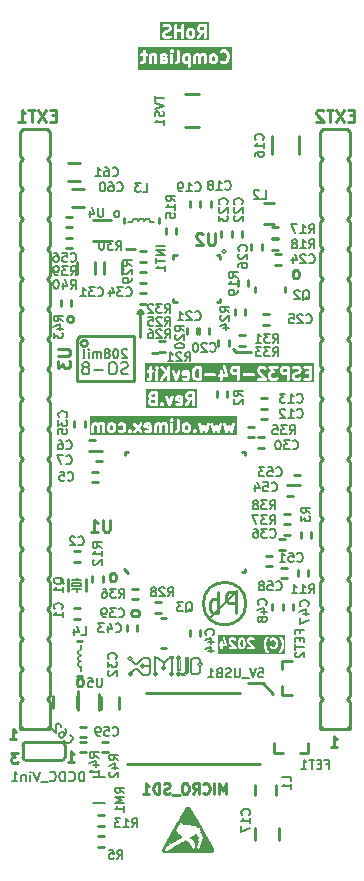
<source format=gbr>
%TF.GenerationSoftware,KiCad,Pcbnew,7.0.9-7.0.9~ubuntu22.04.1*%
%TF.CreationDate,2024-11-21T15:58:10+02:00*%
%TF.ProjectId,ESP32-P4-DevKit_Rev_B,45535033-322d-4503-942d-4465764b6974,B*%
%TF.SameCoordinates,PX80befc0PY7459280*%
%TF.FileFunction,Legend,Bot*%
%TF.FilePolarity,Positive*%
%FSLAX46Y46*%
G04 Gerber Fmt 4.6, Leading zero omitted, Abs format (unit mm)*
G04 Created by KiCad (PCBNEW 7.0.9-7.0.9~ubuntu22.04.1) date 2024-11-21 15:58:10*
%MOMM*%
%LPD*%
G01*
G04 APERTURE LIST*
%ADD10C,0.254000*%
%ADD11C,0.222250*%
%ADD12C,0.203200*%
%ADD13C,0.190500*%
%ADD14C,0.228600*%
%ADD15C,0.200000*%
%ADD16C,0.127000*%
%ADD17C,0.010000*%
%ADD18C,0.012700*%
%ADD19C,0.062500*%
%ADD20C,0.150000*%
%ADD21C,0.013000*%
G04 APERTURE END LIST*
D10*
X11431000Y46816000D02*
X11177000Y47070000D01*
X20384500Y15510500D02*
X21591000Y15510500D01*
X11177000Y47070000D02*
X10923000Y46816000D01*
X11177000Y47070000D02*
X11177000Y44784000D01*
X10923000Y46816000D02*
X11431000Y46816000D01*
X10796000Y52302400D02*
X10034000Y52302400D01*
X21591000Y15510500D02*
X22480000Y14558000D01*
X19305000Y43514000D02*
X19051000Y43768000D01*
X20575000Y43514000D02*
X19305000Y43514000D01*
D11*
X870783Y9598353D02*
X320449Y9598353D01*
X320449Y9598353D02*
X616783Y9259686D01*
X616783Y9259686D02*
X489783Y9259686D01*
X489783Y9259686D02*
X405116Y9217353D01*
X405116Y9217353D02*
X362783Y9175020D01*
X362783Y9175020D02*
X320449Y9090353D01*
X320449Y9090353D02*
X320449Y8878686D01*
X320449Y8878686D02*
X362783Y8794020D01*
X362783Y8794020D02*
X405116Y8751686D01*
X405116Y8751686D02*
X489783Y8709353D01*
X489783Y8709353D02*
X743783Y8709353D01*
X743783Y8709353D02*
X828449Y8751686D01*
X828449Y8751686D02*
X870783Y8794020D01*
D10*
G36*
X15597377Y70719126D02*
G01*
X15616616Y70699887D01*
X15642371Y70648377D01*
X15642371Y70418051D01*
X15616616Y70366541D01*
X15597378Y70347304D01*
X15545867Y70321548D01*
X15460684Y70321548D01*
X15409172Y70347304D01*
X15389935Y70366541D01*
X15364180Y70418051D01*
X15364180Y70648377D01*
X15389935Y70699887D01*
X15409174Y70719126D01*
X15460684Y70744881D01*
X15545867Y70744881D01*
X15597377Y70719126D01*
G37*
G36*
X16609990Y70805357D02*
G01*
X16379922Y70805357D01*
X16328412Y70831112D01*
X16309173Y70850351D01*
X16283418Y70901861D01*
X16283418Y70987044D01*
X16309173Y71038554D01*
X16328412Y71057793D01*
X16379922Y71083548D01*
X16609990Y71083548D01*
X16609990Y70805357D01*
G37*
G36*
X17009133Y69922405D02*
G01*
X12933037Y69922405D01*
X12933037Y70388071D01*
X13078180Y70388071D01*
X13081423Y70377026D01*
X13080187Y70365578D01*
X13091588Y70331275D01*
X13139969Y70234513D01*
X13141589Y70232771D01*
X13142096Y70230444D01*
X13163758Y70201506D01*
X13212139Y70153125D01*
X13214229Y70151984D01*
X13215445Y70149937D01*
X13245147Y70129335D01*
X13341909Y70080955D01*
X13353239Y70078917D01*
X13362924Y70072692D01*
X13398704Y70067548D01*
X13640609Y70067548D01*
X13642892Y70068219D01*
X13645199Y70067631D01*
X13680769Y70074065D01*
X13825912Y70122445D01*
X13884675Y70163284D01*
X13897609Y70194548D01*
X14094180Y70194548D01*
X14114341Y70125887D01*
X14168422Y70079025D01*
X14239254Y70068841D01*
X14304347Y70098568D01*
X14343036Y70158768D01*
X14348180Y70194548D01*
X14348180Y70599738D01*
X14674752Y70599738D01*
X14674752Y70194548D01*
X14694913Y70125887D01*
X14748994Y70079025D01*
X14819826Y70068841D01*
X14884919Y70098568D01*
X14923608Y70158768D01*
X14928752Y70194548D01*
X14928752Y70388071D01*
X15110180Y70388071D01*
X15113423Y70377026D01*
X15112187Y70365578D01*
X15123588Y70331275D01*
X15171969Y70234513D01*
X15173589Y70232771D01*
X15174096Y70230444D01*
X15195758Y70201506D01*
X15244139Y70153125D01*
X15246229Y70151984D01*
X15247445Y70149937D01*
X15277147Y70129335D01*
X15373909Y70080955D01*
X15385239Y70078917D01*
X15394924Y70072692D01*
X15430704Y70067548D01*
X15575847Y70067548D01*
X15586891Y70070792D01*
X15598339Y70069555D01*
X15632642Y70080955D01*
X15729404Y70129335D01*
X15731147Y70130957D01*
X15733474Y70131463D01*
X15762412Y70153125D01*
X15810793Y70201506D01*
X15811934Y70203596D01*
X15813980Y70204811D01*
X15834582Y70234513D01*
X15882963Y70331275D01*
X15885001Y70342605D01*
X15891227Y70352291D01*
X15896371Y70388071D01*
X15896371Y70678357D01*
X15893127Y70689403D01*
X15894364Y70700850D01*
X15882963Y70735153D01*
X15834582Y70831915D01*
X15832961Y70833658D01*
X15832455Y70835984D01*
X15810793Y70864922D01*
X15803834Y70871881D01*
X16029418Y70871881D01*
X16032661Y70860836D01*
X16031425Y70849388D01*
X16042826Y70815085D01*
X16091207Y70718323D01*
X16092827Y70716581D01*
X16093334Y70714254D01*
X16114996Y70685316D01*
X16163377Y70636935D01*
X16165466Y70635794D01*
X16166682Y70633748D01*
X16196384Y70613146D01*
X16268998Y70576839D01*
X16052376Y70267378D01*
X16029518Y70199567D01*
X16046949Y70130163D01*
X16099136Y70081200D01*
X16169510Y70068225D01*
X16235728Y70095356D01*
X16260460Y70121718D01*
X16561208Y70551357D01*
X16609990Y70551357D01*
X16609990Y70194548D01*
X16630151Y70125887D01*
X16684232Y70079025D01*
X16755064Y70068841D01*
X16820157Y70098568D01*
X16858846Y70158768D01*
X16863990Y70194548D01*
X16863990Y71210548D01*
X16861377Y71219446D01*
X16862697Y71228622D01*
X16851454Y71253241D01*
X16843829Y71279209D01*
X16836821Y71285281D01*
X16832970Y71293715D01*
X16810201Y71308348D01*
X16789748Y71326071D01*
X16780571Y71327391D01*
X16772770Y71332404D01*
X16736990Y71337548D01*
X16349942Y71337548D01*
X16338896Y71334305D01*
X16327449Y71335541D01*
X16293146Y71324140D01*
X16196384Y71275759D01*
X16194641Y71274139D01*
X16192315Y71273632D01*
X16163377Y71251970D01*
X16114996Y71203589D01*
X16113854Y71201500D01*
X16111809Y71200284D01*
X16091207Y71170582D01*
X16042826Y71073820D01*
X16040787Y71062491D01*
X16034562Y71052804D01*
X16029418Y71017024D01*
X16029418Y70871881D01*
X15803834Y70871881D01*
X15762412Y70913303D01*
X15760322Y70914445D01*
X15759107Y70916490D01*
X15729405Y70937092D01*
X15632643Y70985473D01*
X15621313Y70987512D01*
X15611627Y70993737D01*
X15575847Y70998881D01*
X15430704Y70998881D01*
X15419658Y70995638D01*
X15408211Y70996874D01*
X15373908Y70985473D01*
X15277146Y70937092D01*
X15275403Y70935472D01*
X15273077Y70934965D01*
X15244139Y70913303D01*
X15195758Y70864922D01*
X15194616Y70862833D01*
X15192571Y70861617D01*
X15171969Y70831915D01*
X15123588Y70735153D01*
X15121549Y70723824D01*
X15115324Y70714137D01*
X15110180Y70678357D01*
X15110180Y70388071D01*
X14928752Y70388071D01*
X14928752Y71210548D01*
X14908591Y71279209D01*
X14854510Y71326071D01*
X14783678Y71336255D01*
X14718585Y71306528D01*
X14679896Y71246328D01*
X14674752Y71210548D01*
X14674752Y70853738D01*
X14348180Y70853738D01*
X14348180Y71210548D01*
X14328019Y71279209D01*
X14273938Y71326071D01*
X14203106Y71336255D01*
X14138013Y71306528D01*
X14099324Y71246328D01*
X14094180Y71210548D01*
X14094180Y70194548D01*
X13897609Y70194548D01*
X13912030Y70229408D01*
X13899293Y70299826D01*
X13850508Y70352178D01*
X13781163Y70369845D01*
X13745592Y70363411D01*
X13620000Y70321548D01*
X13428684Y70321548D01*
X13377172Y70347304D01*
X13357935Y70366541D01*
X13332180Y70418051D01*
X13332180Y70454853D01*
X13357935Y70506363D01*
X13377174Y70525602D01*
X13443030Y70558530D01*
X13623030Y70603530D01*
X13626869Y70605783D01*
X13649024Y70613146D01*
X13745786Y70661527D01*
X13747528Y70663148D01*
X13749855Y70663654D01*
X13778793Y70685316D01*
X13827174Y70733697D01*
X13828315Y70735787D01*
X13830361Y70737002D01*
X13850963Y70766704D01*
X13899344Y70863466D01*
X13901382Y70874796D01*
X13907608Y70884482D01*
X13912752Y70920262D01*
X13912752Y71017024D01*
X13909508Y71028070D01*
X13910745Y71039517D01*
X13899344Y71073820D01*
X13850963Y71170582D01*
X13849342Y71172325D01*
X13848836Y71174651D01*
X13827174Y71203589D01*
X13778793Y71251970D01*
X13776703Y71253112D01*
X13775488Y71255157D01*
X13745786Y71275759D01*
X13649024Y71324140D01*
X13637694Y71326179D01*
X13628008Y71332404D01*
X13592228Y71337548D01*
X13350323Y71337548D01*
X13348038Y71336878D01*
X13345732Y71337465D01*
X13310162Y71331031D01*
X13165019Y71282650D01*
X13106257Y71241811D01*
X13078902Y71175686D01*
X13091639Y71105268D01*
X13140425Y71052916D01*
X13209770Y71035250D01*
X13245341Y71041684D01*
X13370933Y71083548D01*
X13562248Y71083548D01*
X13613758Y71057793D01*
X13632997Y71038554D01*
X13658752Y70987044D01*
X13658752Y70950242D01*
X13632997Y70898732D01*
X13613758Y70879493D01*
X13547902Y70846565D01*
X13367902Y70801565D01*
X13364062Y70799313D01*
X13341908Y70791949D01*
X13245146Y70743568D01*
X13243403Y70741948D01*
X13241077Y70741441D01*
X13212139Y70719779D01*
X13163758Y70671398D01*
X13162616Y70669309D01*
X13160571Y70668093D01*
X13139969Y70638391D01*
X13091588Y70541629D01*
X13089549Y70530300D01*
X13083324Y70520613D01*
X13078180Y70484833D01*
X13078180Y70388071D01*
X12933037Y70388071D01*
X12933037Y71482691D01*
X17009133Y71482691D01*
X17009133Y69922405D01*
G37*
D12*
G36*
X19868293Y19168634D02*
G01*
X19883681Y19153246D01*
X19910025Y19100559D01*
X19942991Y18968695D01*
X19942991Y18800183D01*
X19910025Y18668319D01*
X19883681Y18615631D01*
X19868293Y18600244D01*
X19827084Y18579639D01*
X19797642Y18579639D01*
X19756432Y18600244D01*
X19741045Y18615631D01*
X19714699Y18668323D01*
X19681734Y18800184D01*
X19681734Y18968695D01*
X19714699Y19100556D01*
X19741044Y19153246D01*
X19756432Y19168634D01*
X19797643Y19189239D01*
X19827083Y19189239D01*
X19868293Y19168634D01*
G37*
G36*
X23513506Y17951938D02*
G01*
X17780499Y17951938D01*
X17780499Y18717576D01*
X17896613Y18717576D01*
X17933521Y18666776D01*
X17993240Y18647372D01*
X18007754Y18647372D01*
X18007754Y18478039D01*
X18027158Y18418320D01*
X18077958Y18381412D01*
X18140750Y18381412D01*
X18191550Y18418320D01*
X18210954Y18478039D01*
X18210954Y18647372D01*
X18496401Y18647372D01*
X18496787Y18647498D01*
X18497172Y18647376D01*
X18526517Y18657158D01*
X18556120Y18666776D01*
X18556358Y18667105D01*
X18556742Y18667232D01*
X18574798Y18692486D01*
X18593028Y18717576D01*
X18593028Y18717980D01*
X18593264Y18718310D01*
X18593028Y18749377D01*
X18593028Y18780368D01*
X18592790Y18780696D01*
X18592787Y18781101D01*
X18500284Y19058610D01*
X18704439Y19058610D01*
X18709527Y19042949D01*
X18709653Y19026481D01*
X18748358Y18910367D01*
X18762268Y18891524D01*
X18772902Y18870654D01*
X19063917Y18579639D01*
X18806039Y18579639D01*
X18746320Y18560235D01*
X18709412Y18509435D01*
X18709412Y18446643D01*
X18746320Y18395843D01*
X18806039Y18376439D01*
X19309201Y18376439D01*
X19331829Y18383792D01*
X19355326Y18387513D01*
X19361122Y18393310D01*
X19368920Y18395843D01*
X19382905Y18415093D01*
X19399727Y18431914D01*
X19401009Y18440011D01*
X19405828Y18446643D01*
X19405828Y18470434D01*
X19409550Y18493933D01*
X19405828Y18501238D01*
X19405828Y18509435D01*
X19391844Y18528682D01*
X19381043Y18549881D01*
X19143247Y18787677D01*
X19478534Y18787677D01*
X19482441Y18775650D01*
X19481568Y18763035D01*
X19520273Y18608216D01*
X19526278Y18598619D01*
X19527965Y18587421D01*
X19566670Y18510011D01*
X19578225Y18498279D01*
X19585702Y18483606D01*
X19624407Y18444901D01*
X19639080Y18437425D01*
X19650813Y18425869D01*
X19728222Y18387165D01*
X19751383Y18383677D01*
X19773658Y18376439D01*
X19851068Y18376439D01*
X19873344Y18383678D01*
X19896504Y18387165D01*
X19973914Y18425869D01*
X19985647Y18437426D01*
X20000319Y18444901D01*
X20039024Y18483606D01*
X20046500Y18498279D01*
X20058056Y18510011D01*
X20096761Y18587421D01*
X20098447Y18598618D01*
X20104454Y18608217D01*
X20143158Y18763036D01*
X20142283Y18775652D01*
X20146191Y18787677D01*
X20146191Y18981201D01*
X20142283Y18993227D01*
X20143158Y19005842D01*
X20129966Y19058610D01*
X20252629Y19058610D01*
X20257717Y19042949D01*
X20257843Y19026481D01*
X20296548Y18910367D01*
X20310458Y18891524D01*
X20321092Y18870654D01*
X20612107Y18579639D01*
X20354229Y18579639D01*
X20294510Y18560235D01*
X20257602Y18509435D01*
X20257602Y18446643D01*
X20294510Y18395843D01*
X20354229Y18376439D01*
X20857391Y18376439D01*
X20880019Y18383792D01*
X20903516Y18387513D01*
X20909312Y18393310D01*
X20917110Y18395843D01*
X20931095Y18415093D01*
X20947917Y18431914D01*
X20949199Y18440011D01*
X20954018Y18446643D01*
X20954018Y18470434D01*
X20957740Y18493933D01*
X20954018Y18501238D01*
X20954018Y18509435D01*
X20940034Y18528682D01*
X20929233Y18549881D01*
X20768847Y18710267D01*
X21684706Y18710267D01*
X21687872Y18700521D01*
X21686679Y18690342D01*
X21725383Y18496818D01*
X21728574Y18491134D01*
X21728624Y18484614D01*
X21767329Y18368500D01*
X21771735Y18362531D01*
X21772841Y18355192D01*
X21811546Y18277783D01*
X21816120Y18273139D01*
X21817883Y18266863D01*
X21895292Y18150748D01*
X21903334Y18144394D01*
X21907988Y18135262D01*
X21946693Y18096558D01*
X22002641Y18068052D01*
X22064660Y18077876D01*
X22109060Y18122277D01*
X22118883Y18184296D01*
X22963214Y18184296D01*
X22973036Y18122277D01*
X23017437Y18077876D01*
X23079455Y18068052D01*
X23135404Y18096558D01*
X23174109Y18135262D01*
X23178762Y18144394D01*
X23186805Y18150748D01*
X23264213Y18266863D01*
X23265975Y18273138D01*
X23270551Y18277783D01*
X23309256Y18355192D01*
X23310361Y18362531D01*
X23314768Y18368500D01*
X23353473Y18484614D01*
X23353522Y18491134D01*
X23356714Y18496818D01*
X23395419Y18690342D01*
X23394225Y18700521D01*
X23397392Y18710267D01*
X23397392Y18865086D01*
X23394225Y18874833D01*
X23395419Y18885011D01*
X23356714Y19078535D01*
X23353522Y19084220D01*
X23353473Y19090739D01*
X23314768Y19206853D01*
X23310361Y19212823D01*
X23309256Y19220161D01*
X23270551Y19297571D01*
X23265975Y19302216D01*
X23264213Y19308492D01*
X23186804Y19424605D01*
X23178763Y19430958D01*
X23174110Y19440090D01*
X23135405Y19478795D01*
X23079457Y19507302D01*
X23017438Y19497479D01*
X22973037Y19453078D01*
X22963214Y19391059D01*
X22991721Y19335111D01*
X23023313Y19303519D01*
X23091631Y19201040D01*
X23124280Y19135743D01*
X23158700Y19032483D01*
X23194192Y18855025D01*
X23194192Y18720328D01*
X23158700Y18542871D01*
X23124280Y18439611D01*
X23091632Y18374315D01*
X23023311Y18271833D01*
X22991722Y18240244D01*
X22963214Y18184296D01*
X22118883Y18184296D01*
X22090375Y18240244D01*
X22058783Y18271836D01*
X21990465Y18374315D01*
X21957816Y18439611D01*
X21924501Y18539556D01*
X22189119Y18539556D01*
X22217625Y18483607D01*
X22256329Y18444902D01*
X22277199Y18434268D01*
X22296044Y18420357D01*
X22412159Y18381652D01*
X22428627Y18381528D01*
X22444287Y18376439D01*
X22521696Y18376439D01*
X22537357Y18381528D01*
X22553824Y18381653D01*
X22669939Y18420357D01*
X22688782Y18434268D01*
X22709652Y18444901D01*
X22787062Y18522311D01*
X22794538Y18536984D01*
X22806094Y18548716D01*
X22844799Y18626126D01*
X22846485Y18637323D01*
X22852492Y18646922D01*
X22891196Y18801741D01*
X22890321Y18814357D01*
X22894229Y18826382D01*
X22894229Y18942496D01*
X22890321Y18954522D01*
X22891196Y18967137D01*
X22852492Y19121956D01*
X22846485Y19131555D01*
X22844799Y19142752D01*
X22806094Y19220161D01*
X22794537Y19231894D01*
X22787062Y19246566D01*
X22709652Y19323976D01*
X22688782Y19334610D01*
X22669939Y19348520D01*
X22553825Y19387225D01*
X22537357Y19387351D01*
X22521696Y19392439D01*
X22444287Y19392439D01*
X22428625Y19387351D01*
X22412158Y19387225D01*
X22296043Y19348520D01*
X22277199Y19334610D01*
X22256329Y19323975D01*
X22217625Y19285270D01*
X22189119Y19229321D01*
X22198943Y19167303D01*
X22243344Y19122902D01*
X22305363Y19113080D01*
X22361311Y19141588D01*
X22383055Y19163333D01*
X22460774Y19189239D01*
X22505209Y19189239D01*
X22582927Y19163333D01*
X22631719Y19114541D01*
X22658063Y19061854D01*
X22691029Y18929990D01*
X22691029Y18838888D01*
X22658063Y18707024D01*
X22631719Y18654336D01*
X22582927Y18605545D01*
X22505210Y18579639D01*
X22460773Y18579639D01*
X22383055Y18605545D01*
X22361311Y18627289D01*
X22305363Y18655797D01*
X22243344Y18645975D01*
X22198943Y18601574D01*
X22189119Y18539556D01*
X21924501Y18539556D01*
X21923396Y18542871D01*
X21887906Y18720327D01*
X21887906Y18855027D01*
X21923396Y19032483D01*
X21957816Y19135743D01*
X21990467Y19201045D01*
X22058784Y19303520D01*
X22090376Y19335111D01*
X22118883Y19391059D01*
X22109060Y19453078D01*
X22064659Y19497479D01*
X22002640Y19507302D01*
X21946692Y19478795D01*
X21907987Y19440090D01*
X21903334Y19430959D01*
X21895292Y19424605D01*
X21817884Y19308491D01*
X21816121Y19302217D01*
X21811546Y19297571D01*
X21772841Y19220161D01*
X21771735Y19212823D01*
X21767329Y19206853D01*
X21728624Y19090739D01*
X21728574Y19084220D01*
X21725383Y19078535D01*
X21686679Y18885011D01*
X21687872Y18874833D01*
X21684706Y18865086D01*
X21684706Y18710267D01*
X20768847Y18710267D01*
X20481735Y18997379D01*
X20455829Y19075098D01*
X20455829Y19112035D01*
X20476434Y19153246D01*
X20491822Y19168634D01*
X20533033Y19189239D01*
X20678587Y19189239D01*
X20719798Y19168634D01*
X20746843Y19141588D01*
X20802791Y19113080D01*
X20864810Y19122903D01*
X20909211Y19167303D01*
X20919035Y19229322D01*
X20890529Y19285270D01*
X20851825Y19323975D01*
X20837151Y19331452D01*
X20825419Y19343008D01*
X20748009Y19381713D01*
X20724848Y19385202D01*
X20702572Y19392439D01*
X20509048Y19392439D01*
X20486774Y19385202D01*
X20463611Y19381713D01*
X20386202Y19343008D01*
X20374469Y19331452D01*
X20359797Y19323976D01*
X20321092Y19285271D01*
X20313616Y19270599D01*
X20302060Y19258866D01*
X20263355Y19181457D01*
X20259866Y19158294D01*
X20252629Y19136020D01*
X20252629Y19058610D01*
X20129966Y19058610D01*
X20104454Y19160661D01*
X20098447Y19170260D01*
X20096761Y19181457D01*
X20058056Y19258866D01*
X20046499Y19270599D01*
X20039024Y19285271D01*
X20000319Y19323976D01*
X19985646Y19331452D01*
X19973914Y19343008D01*
X19896505Y19381713D01*
X19873341Y19385202D01*
X19851068Y19392439D01*
X19773658Y19392439D01*
X19751384Y19385202D01*
X19728221Y19381713D01*
X19650812Y19343008D01*
X19639079Y19331452D01*
X19624407Y19323976D01*
X19585702Y19285271D01*
X19578226Y19270599D01*
X19566670Y19258866D01*
X19527965Y19181457D01*
X19526278Y19170260D01*
X19520273Y19160662D01*
X19481568Y19005843D01*
X19482441Y18993229D01*
X19478534Y18981201D01*
X19478534Y18787677D01*
X19143247Y18787677D01*
X18933545Y18997379D01*
X18907639Y19075098D01*
X18907639Y19112035D01*
X18928244Y19153246D01*
X18943632Y19168634D01*
X18984843Y19189239D01*
X19130397Y19189239D01*
X19171608Y19168634D01*
X19198653Y19141588D01*
X19254601Y19113080D01*
X19316620Y19122903D01*
X19361021Y19167303D01*
X19370845Y19229322D01*
X19342339Y19285270D01*
X19303635Y19323975D01*
X19288961Y19331452D01*
X19277229Y19343008D01*
X19199819Y19381713D01*
X19176658Y19385202D01*
X19154382Y19392439D01*
X18960858Y19392439D01*
X18938584Y19385202D01*
X18915421Y19381713D01*
X18838012Y19343008D01*
X18826279Y19331452D01*
X18811607Y19323976D01*
X18772902Y19285271D01*
X18765426Y19270599D01*
X18753870Y19258866D01*
X18715165Y19181457D01*
X18711676Y19158294D01*
X18704439Y19136020D01*
X18704439Y19058610D01*
X18500284Y19058610D01*
X18399264Y19361672D01*
X18361971Y19412190D01*
X18302107Y19431140D01*
X18242537Y19411283D01*
X18206015Y19360205D01*
X18206492Y19297414D01*
X18355439Y18850572D01*
X18210954Y18850572D01*
X18210954Y19019905D01*
X18191550Y19079624D01*
X18140750Y19116532D01*
X18077958Y19116532D01*
X18027158Y19079624D01*
X18007754Y19019905D01*
X18007754Y18850572D01*
X17993240Y18850572D01*
X17933521Y18831168D01*
X17896613Y18780368D01*
X17896613Y18717576D01*
X17780499Y18717576D01*
X17780499Y19623416D01*
X23513506Y19623416D01*
X23513506Y17951938D01*
G37*
D10*
G36*
X15178806Y41772840D02*
G01*
X15194847Y41740758D01*
X15194847Y41732130D01*
X14983996Y41774300D01*
X15013160Y41788881D01*
X15146724Y41788881D01*
X15178806Y41772840D01*
G37*
G36*
X16162466Y41365548D02*
G01*
X16068170Y41365548D01*
X15971021Y41397931D01*
X15910030Y41458922D01*
X15877102Y41524778D01*
X15835894Y41689610D01*
X15835894Y41803485D01*
X15877102Y41968317D01*
X15910030Y42034174D01*
X15971020Y42095165D01*
X16068171Y42127548D01*
X16162466Y42127548D01*
X16162466Y41365548D01*
G37*
G36*
X19403990Y41849357D02*
G01*
X19173922Y41849357D01*
X19122412Y41875112D01*
X19103173Y41894351D01*
X19077418Y41945861D01*
X19077418Y42031044D01*
X19103173Y42082554D01*
X19122412Y42101793D01*
X19173922Y42127548D01*
X19403990Y42127548D01*
X19403990Y41849357D01*
G37*
G36*
X23613133Y41849357D02*
G01*
X23383065Y41849357D01*
X23331555Y41875112D01*
X23312316Y41894351D01*
X23286561Y41945861D01*
X23286561Y42031044D01*
X23312316Y42082554D01*
X23331555Y42101793D01*
X23383065Y42127548D01*
X23613133Y42127548D01*
X23613133Y41849357D01*
G37*
G36*
X25899133Y40966405D02*
G01*
X11615949Y40966405D01*
X11615949Y41220474D01*
X11761092Y41220474D01*
X11790819Y41155381D01*
X11851019Y41116692D01*
X11886799Y41111548D01*
X11983561Y41111548D01*
X11994605Y41114792D01*
X12006053Y41113555D01*
X12040356Y41124955D01*
X12137118Y41173335D01*
X12153764Y41188820D01*
X12173313Y41200430D01*
X12186163Y41218957D01*
X12189515Y41222074D01*
X12190209Y41224790D01*
X12193915Y41230132D01*
X12242296Y41326894D01*
X12244334Y41338224D01*
X12250560Y41347910D01*
X12255704Y41383690D01*
X12255704Y41788881D01*
X12273847Y41788881D01*
X12342508Y41809042D01*
X12389370Y41863123D01*
X12399554Y41933955D01*
X12369827Y41999048D01*
X12309627Y42037737D01*
X12273847Y42042881D01*
X12255704Y42042881D01*
X12255704Y42215227D01*
X12437457Y42215227D01*
X12443209Y42188783D01*
X12445140Y42161785D01*
X12450697Y42154362D01*
X12452668Y42145302D01*
X12474330Y42116364D01*
X12522711Y42067983D01*
X12530849Y42063539D01*
X12536406Y42056117D01*
X12549331Y42051297D01*
X12559756Y42042263D01*
X12573410Y42040300D01*
X12581703Y42035772D01*
X12529347Y42011861D01*
X12490658Y41951661D01*
X12485514Y41915881D01*
X12485514Y41238548D01*
X12505675Y41169887D01*
X12559756Y41123025D01*
X12630588Y41112841D01*
X12695681Y41142568D01*
X12734370Y41202768D01*
X12739514Y41238548D01*
X12739514Y41915881D01*
X12719353Y41984542D01*
X12665272Y42031404D01*
X12637768Y42035359D01*
X12643134Y42037809D01*
X12656896Y42038793D01*
X12664319Y42044351D01*
X12673379Y42046321D01*
X12691537Y42059914D01*
X12695681Y42061806D01*
X12697178Y42064137D01*
X12702317Y42067983D01*
X12750698Y42116364D01*
X12755142Y42124505D01*
X12762563Y42130059D01*
X12772019Y42155414D01*
X12784992Y42179171D01*
X12784330Y42188420D01*
X12787571Y42197107D01*
X12781818Y42223552D01*
X12779888Y42250549D01*
X12774330Y42257973D01*
X12773105Y42263608D01*
X12921266Y42263608D01*
X12936477Y42193683D01*
X12958139Y42164745D01*
X13315682Y41807202D01*
X12946342Y41314748D01*
X12921274Y41247723D01*
X12936422Y41177784D01*
X12986977Y41127138D01*
X13056887Y41111864D01*
X13123959Y41136810D01*
X13149542Y41162348D01*
X13497111Y41625774D01*
X13501514Y41621371D01*
X13501514Y41238548D01*
X13521675Y41169887D01*
X13575756Y41123025D01*
X13646588Y41112841D01*
X13711681Y41142568D01*
X13750370Y41202768D01*
X13755514Y41238548D01*
X13755514Y41908592D01*
X13888770Y41908592D01*
X13895960Y41873166D01*
X14137865Y41195834D01*
X14154785Y41172560D01*
X14168927Y41147500D01*
X14175543Y41144007D01*
X14179944Y41137953D01*
X14206765Y41127520D01*
X14232207Y41114086D01*
X14239661Y41114724D01*
X14246636Y41112011D01*
X14274837Y41117735D01*
X14303506Y41120188D01*
X14309433Y41124756D01*
X14316767Y41126244D01*
X14337392Y41146301D01*
X14360189Y41163868D01*
X14365182Y41173325D01*
X14368069Y41176132D01*
X14369171Y41180881D01*
X14377067Y41195833D01*
X14547833Y41673976D01*
X14711037Y41673976D01*
X14720180Y41642837D01*
X14727610Y41611247D01*
X14730188Y41608754D01*
X14731198Y41605315D01*
X14755715Y41584070D01*
X14779054Y41561503D01*
X14783627Y41559885D01*
X14785279Y41558453D01*
X14789307Y41557874D01*
X14813130Y41549442D01*
X15194847Y41473099D01*
X15194847Y41413670D01*
X15178806Y41381590D01*
X15146724Y41365548D01*
X15013160Y41365548D01*
X14943213Y41400521D01*
X14872785Y41413194D01*
X14806684Y41385779D01*
X14765899Y41326979D01*
X14763378Y41255464D01*
X14799921Y41193937D01*
X14829623Y41173335D01*
X14926385Y41124955D01*
X14937715Y41122917D01*
X14947400Y41116692D01*
X14983180Y41111548D01*
X15176704Y41111548D01*
X15187748Y41114792D01*
X15199196Y41113555D01*
X15233499Y41124955D01*
X15330261Y41173335D01*
X15346907Y41188820D01*
X15366456Y41200430D01*
X15379306Y41218957D01*
X15382658Y41222074D01*
X15383352Y41224790D01*
X15387058Y41230132D01*
X15435439Y41326894D01*
X15437477Y41338224D01*
X15443703Y41347910D01*
X15448847Y41383690D01*
X15448847Y41673976D01*
X15581894Y41673976D01*
X15582866Y41670664D01*
X15585686Y41643174D01*
X15634067Y41449650D01*
X15636319Y41445811D01*
X15643683Y41423656D01*
X15692064Y41326894D01*
X15693684Y41325152D01*
X15694191Y41322825D01*
X15715853Y41293887D01*
X15812615Y41197126D01*
X15822719Y41191609D01*
X15829941Y41182639D01*
X15862258Y41166445D01*
X16007401Y41118065D01*
X16009778Y41117980D01*
X16011781Y41116692D01*
X16047561Y41111548D01*
X16289466Y41111548D01*
X16298363Y41114161D01*
X16307540Y41112841D01*
X16332158Y41124084D01*
X16358127Y41131709D01*
X16364198Y41138717D01*
X16372633Y41142568D01*
X16387265Y41165337D01*
X16404989Y41185790D01*
X16406308Y41194967D01*
X16411322Y41202768D01*
X16416466Y41238548D01*
X16416466Y41607521D01*
X16647569Y41607521D01*
X16677296Y41542428D01*
X16737496Y41503739D01*
X16773276Y41498595D01*
X17547371Y41498595D01*
X17616032Y41518756D01*
X17651025Y41559140D01*
X17808711Y41559140D01*
X17838438Y41494047D01*
X17898638Y41455358D01*
X17934418Y41450214D01*
X17952561Y41450214D01*
X17952561Y41238548D01*
X17972722Y41169887D01*
X18026803Y41123025D01*
X18097635Y41112841D01*
X18162728Y41142568D01*
X18201417Y41202768D01*
X18206561Y41238548D01*
X18206561Y41450214D01*
X18563371Y41450214D01*
X18591461Y41458463D01*
X18620270Y41463673D01*
X18625359Y41468416D01*
X18632032Y41470375D01*
X18651201Y41492498D01*
X18672622Y41512459D01*
X18674339Y41519200D01*
X18678894Y41524456D01*
X18683060Y41553432D01*
X18690288Y41581804D01*
X18688533Y41591503D01*
X18689078Y41595288D01*
X18687043Y41599744D01*
X18683854Y41617375D01*
X18584352Y41915881D01*
X18823418Y41915881D01*
X18826661Y41904836D01*
X18825425Y41893388D01*
X18836826Y41859085D01*
X18885207Y41762323D01*
X18886827Y41760581D01*
X18887334Y41758254D01*
X18908996Y41729316D01*
X18957377Y41680935D01*
X18959466Y41679794D01*
X18960682Y41677748D01*
X18990384Y41657146D01*
X19087146Y41608765D01*
X19098475Y41606727D01*
X19108162Y41600501D01*
X19143942Y41595357D01*
X19403990Y41595357D01*
X19403990Y41238548D01*
X19424151Y41169887D01*
X19478232Y41123025D01*
X19549064Y41112841D01*
X19614157Y41142568D01*
X19652846Y41202768D01*
X19657990Y41238548D01*
X19657990Y41607521D01*
X19889093Y41607521D01*
X19918820Y41542428D01*
X19979020Y41503739D01*
X20014800Y41498595D01*
X20788895Y41498595D01*
X20857556Y41518756D01*
X20904418Y41572837D01*
X20914602Y41643669D01*
X20884875Y41708762D01*
X20824675Y41747451D01*
X20788895Y41752595D01*
X20014800Y41752595D01*
X19946139Y41732434D01*
X19899277Y41678353D01*
X19889093Y41607521D01*
X19657990Y41607521D01*
X19657990Y41964262D01*
X21097323Y41964262D01*
X21097993Y41961979D01*
X21097406Y41959672D01*
X21103840Y41924101D01*
X21152221Y41778958D01*
X21158791Y41769504D01*
X21161239Y41758254D01*
X21182902Y41729316D01*
X21546670Y41365548D01*
X21224323Y41365548D01*
X21155662Y41345387D01*
X21108800Y41291306D01*
X21098616Y41220474D01*
X21128343Y41155381D01*
X21188543Y41116692D01*
X21224323Y41111548D01*
X21853276Y41111548D01*
X21875035Y41117938D01*
X21897658Y41119555D01*
X21908702Y41127823D01*
X21921937Y41131709D01*
X21936787Y41148848D01*
X21954945Y41162440D01*
X21959765Y41175366D01*
X21968799Y41185790D01*
X21972026Y41208239D01*
X21979952Y41229488D01*
X21977019Y41242968D01*
X21978983Y41256622D01*
X21969561Y41277252D01*
X21964741Y41299413D01*
X21951149Y41317569D01*
X21949256Y41321715D01*
X21946923Y41323214D01*
X21943078Y41328351D01*
X21839358Y41432071D01*
X22064942Y41432071D01*
X22068185Y41421026D01*
X22066949Y41409578D01*
X22078350Y41375275D01*
X22126731Y41278513D01*
X22128351Y41276771D01*
X22128858Y41274444D01*
X22150520Y41245506D01*
X22198901Y41197125D01*
X22200991Y41195984D01*
X22202207Y41193937D01*
X22231909Y41173335D01*
X22328671Y41124955D01*
X22340001Y41122917D01*
X22349686Y41116692D01*
X22385466Y41111548D01*
X22675752Y41111548D01*
X22686796Y41114792D01*
X22698244Y41113555D01*
X22732547Y41124955D01*
X22829309Y41173335D01*
X22831052Y41174957D01*
X22833379Y41175463D01*
X22862317Y41197125D01*
X22910698Y41245506D01*
X22944992Y41308313D01*
X22939888Y41379691D01*
X22897003Y41436977D01*
X22829955Y41461985D01*
X22760030Y41446774D01*
X22731092Y41425112D01*
X22697283Y41391304D01*
X22645772Y41365548D01*
X22415446Y41365548D01*
X22363934Y41391304D01*
X22344697Y41410541D01*
X22318942Y41462051D01*
X22318942Y41643996D01*
X22344697Y41695506D01*
X22363936Y41714745D01*
X22415446Y41740500D01*
X22530609Y41740500D01*
X22548417Y41745730D01*
X22566977Y41745819D01*
X22582037Y41755602D01*
X22599270Y41760661D01*
X22611424Y41774689D01*
X22626990Y41784798D01*
X22634371Y41801170D01*
X22646132Y41814742D01*
X22648773Y41833114D01*
X22656402Y41850034D01*
X22653760Y41867799D01*
X22656316Y41885574D01*
X22648606Y41902456D01*
X22646610Y41915881D01*
X23032561Y41915881D01*
X23035804Y41904836D01*
X23034568Y41893388D01*
X23045969Y41859085D01*
X23094350Y41762323D01*
X23095970Y41760581D01*
X23096477Y41758254D01*
X23118139Y41729316D01*
X23166520Y41680935D01*
X23168609Y41679794D01*
X23169825Y41677748D01*
X23199527Y41657146D01*
X23296289Y41608765D01*
X23307618Y41606727D01*
X23317305Y41600501D01*
X23353085Y41595357D01*
X23613133Y41595357D01*
X23613133Y41238548D01*
X23633294Y41169887D01*
X23687375Y41123025D01*
X23758207Y41112841D01*
X23823300Y41142568D01*
X23861989Y41202768D01*
X23867133Y41238548D01*
X23867133Y41432071D01*
X24048561Y41432071D01*
X24051804Y41421026D01*
X24050568Y41409578D01*
X24061969Y41375275D01*
X24110350Y41278513D01*
X24111970Y41276771D01*
X24112477Y41274444D01*
X24134139Y41245506D01*
X24182520Y41197125D01*
X24184610Y41195984D01*
X24185826Y41193937D01*
X24215528Y41173335D01*
X24312290Y41124955D01*
X24323620Y41122917D01*
X24333305Y41116692D01*
X24369085Y41111548D01*
X24610990Y41111548D01*
X24613273Y41112219D01*
X24615580Y41111631D01*
X24651150Y41118065D01*
X24796293Y41166445D01*
X24855056Y41207284D01*
X24860513Y41220474D01*
X25017473Y41220474D01*
X25047200Y41155381D01*
X25107400Y41116692D01*
X25143180Y41111548D01*
X25626990Y41111548D01*
X25635887Y41114161D01*
X25645064Y41112841D01*
X25669682Y41124084D01*
X25695651Y41131709D01*
X25701722Y41138717D01*
X25710157Y41142568D01*
X25724789Y41165337D01*
X25742513Y41185790D01*
X25743832Y41194967D01*
X25748846Y41202768D01*
X25753990Y41238548D01*
X25753990Y42254548D01*
X25751377Y42263446D01*
X25752697Y42272622D01*
X25741454Y42297241D01*
X25733829Y42323209D01*
X25726821Y42329281D01*
X25722970Y42337715D01*
X25700201Y42352348D01*
X25679748Y42370071D01*
X25670571Y42371391D01*
X25662770Y42376404D01*
X25626990Y42381548D01*
X25143180Y42381548D01*
X25074519Y42361387D01*
X25027657Y42307306D01*
X25017473Y42236474D01*
X25047200Y42171381D01*
X25107400Y42132692D01*
X25143180Y42127548D01*
X25499990Y42127548D01*
X25499990Y41897738D01*
X25288323Y41897738D01*
X25219662Y41877577D01*
X25172800Y41823496D01*
X25162616Y41752664D01*
X25192343Y41687571D01*
X25252543Y41648882D01*
X25288323Y41643738D01*
X25499990Y41643738D01*
X25499990Y41365548D01*
X25143180Y41365548D01*
X25074519Y41345387D01*
X25027657Y41291306D01*
X25017473Y41220474D01*
X24860513Y41220474D01*
X24882411Y41273408D01*
X24869674Y41343826D01*
X24820889Y41396178D01*
X24751544Y41413845D01*
X24715973Y41407411D01*
X24590381Y41365548D01*
X24399065Y41365548D01*
X24347553Y41391304D01*
X24328316Y41410541D01*
X24302561Y41462051D01*
X24302561Y41498853D01*
X24328316Y41550363D01*
X24347555Y41569602D01*
X24413411Y41602530D01*
X24593411Y41647530D01*
X24597250Y41649783D01*
X24619405Y41657146D01*
X24716167Y41705527D01*
X24717909Y41707148D01*
X24720236Y41707654D01*
X24749174Y41729316D01*
X24797555Y41777697D01*
X24798696Y41779787D01*
X24800742Y41781002D01*
X24821344Y41810704D01*
X24869725Y41907466D01*
X24871763Y41918796D01*
X24877989Y41928482D01*
X24883133Y41964262D01*
X24883133Y42061024D01*
X24879889Y42072070D01*
X24881126Y42083517D01*
X24869725Y42117820D01*
X24821344Y42214582D01*
X24819723Y42216325D01*
X24819217Y42218651D01*
X24797555Y42247589D01*
X24749174Y42295970D01*
X24747084Y42297112D01*
X24745869Y42299157D01*
X24716167Y42319759D01*
X24619405Y42368140D01*
X24608075Y42370179D01*
X24598389Y42376404D01*
X24562609Y42381548D01*
X24320704Y42381548D01*
X24318419Y42380878D01*
X24316113Y42381465D01*
X24280543Y42375031D01*
X24135400Y42326650D01*
X24076638Y42285811D01*
X24049283Y42219686D01*
X24062020Y42149268D01*
X24110806Y42096916D01*
X24180151Y42079250D01*
X24215722Y42085684D01*
X24341314Y42127548D01*
X24532629Y42127548D01*
X24584139Y42101793D01*
X24603378Y42082554D01*
X24629133Y42031044D01*
X24629133Y41994242D01*
X24603378Y41942732D01*
X24584139Y41923493D01*
X24518283Y41890565D01*
X24338283Y41845565D01*
X24334443Y41843313D01*
X24312289Y41835949D01*
X24215527Y41787568D01*
X24213784Y41785948D01*
X24211458Y41785441D01*
X24182520Y41763779D01*
X24134139Y41715398D01*
X24132997Y41713309D01*
X24130952Y41712093D01*
X24110350Y41682391D01*
X24061969Y41585629D01*
X24059930Y41574300D01*
X24053705Y41564613D01*
X24048561Y41528833D01*
X24048561Y41432071D01*
X23867133Y41432071D01*
X23867133Y42254548D01*
X23864520Y42263446D01*
X23865840Y42272622D01*
X23854597Y42297241D01*
X23846972Y42323209D01*
X23839964Y42329281D01*
X23836113Y42337715D01*
X23813344Y42352348D01*
X23792891Y42370071D01*
X23783714Y42371391D01*
X23775913Y42376404D01*
X23740133Y42381548D01*
X23353085Y42381548D01*
X23342039Y42378305D01*
X23330592Y42379541D01*
X23296289Y42368140D01*
X23199527Y42319759D01*
X23197784Y42318139D01*
X23195458Y42317632D01*
X23166520Y42295970D01*
X23118139Y42247589D01*
X23116997Y42245500D01*
X23114952Y42244284D01*
X23094350Y42214582D01*
X23045969Y42117820D01*
X23043930Y42106491D01*
X23037705Y42096804D01*
X23032561Y42061024D01*
X23032561Y41915881D01*
X22646610Y41915881D01*
X22645876Y41920816D01*
X22626831Y41950137D01*
X22626589Y41950667D01*
X22626413Y41950780D01*
X22626186Y41951130D01*
X22471820Y42127548D01*
X22820895Y42127548D01*
X22889556Y42147709D01*
X22936418Y42201790D01*
X22946602Y42272622D01*
X22916875Y42337715D01*
X22856675Y42376404D01*
X22820895Y42381548D01*
X22191942Y42381548D01*
X22174133Y42376319D01*
X22155574Y42376229D01*
X22140513Y42366447D01*
X22123281Y42361387D01*
X22111126Y42347360D01*
X22095561Y42337250D01*
X22088179Y42320879D01*
X22076419Y42307306D01*
X22073777Y42288935D01*
X22066149Y42272014D01*
X22068790Y42254250D01*
X22066235Y42236474D01*
X22073944Y42219593D01*
X22076675Y42201232D01*
X22095719Y42171912D01*
X22095962Y42171381D01*
X22096137Y42171269D01*
X22096365Y42170918D01*
X22282612Y41958064D01*
X22231908Y41932711D01*
X22230165Y41931091D01*
X22227839Y41930584D01*
X22198901Y41908922D01*
X22150520Y41860541D01*
X22149378Y41858452D01*
X22147333Y41857236D01*
X22126731Y41827534D01*
X22078350Y41730772D01*
X22076311Y41719443D01*
X22070086Y41709756D01*
X22064942Y41673976D01*
X22064942Y41432071D01*
X21839358Y41432071D01*
X21383706Y41887722D01*
X21351323Y41984872D01*
X21351323Y42031044D01*
X21377078Y42082554D01*
X21396317Y42101793D01*
X21447827Y42127548D01*
X21629772Y42127548D01*
X21681282Y42101793D01*
X21715092Y42067983D01*
X21777899Y42033689D01*
X21849277Y42038793D01*
X21906563Y42081678D01*
X21931571Y42148726D01*
X21916360Y42218651D01*
X21894698Y42247589D01*
X21846317Y42295970D01*
X21844227Y42297112D01*
X21843012Y42299157D01*
X21813310Y42319759D01*
X21716548Y42368140D01*
X21705218Y42370179D01*
X21695532Y42376404D01*
X21659752Y42381548D01*
X21417847Y42381548D01*
X21406801Y42378305D01*
X21395354Y42379541D01*
X21361051Y42368140D01*
X21264289Y42319759D01*
X21262546Y42318139D01*
X21260220Y42317632D01*
X21231282Y42295970D01*
X21182901Y42247589D01*
X21181759Y42245500D01*
X21179714Y42244284D01*
X21159112Y42214582D01*
X21110731Y42117820D01*
X21108692Y42106491D01*
X21102467Y42096804D01*
X21097323Y42061024D01*
X21097323Y41964262D01*
X19657990Y41964262D01*
X19657990Y42254548D01*
X19655377Y42263446D01*
X19656697Y42272622D01*
X19645454Y42297241D01*
X19637829Y42323209D01*
X19630821Y42329281D01*
X19626970Y42337715D01*
X19604201Y42352348D01*
X19583748Y42370071D01*
X19574571Y42371391D01*
X19566770Y42376404D01*
X19530990Y42381548D01*
X19143942Y42381548D01*
X19132896Y42378305D01*
X19121449Y42379541D01*
X19087146Y42368140D01*
X18990384Y42319759D01*
X18988641Y42318139D01*
X18986315Y42317632D01*
X18957377Y42295970D01*
X18908996Y42247589D01*
X18907854Y42245500D01*
X18905809Y42244284D01*
X18885207Y42214582D01*
X18836826Y42117820D01*
X18834787Y42106491D01*
X18828562Y42096804D01*
X18823418Y42061024D01*
X18823418Y41915881D01*
X18584352Y41915881D01*
X18441949Y42343089D01*
X18401110Y42401851D01*
X18334985Y42429206D01*
X18264567Y42416469D01*
X18212215Y42367683D01*
X18194549Y42298338D01*
X18200983Y42262767D01*
X18387168Y41704214D01*
X18206561Y41704214D01*
X18206561Y41915881D01*
X18186400Y41984542D01*
X18132319Y42031404D01*
X18061487Y42041588D01*
X17996394Y42011861D01*
X17957705Y41951661D01*
X17952561Y41915881D01*
X17952561Y41704214D01*
X17934418Y41704214D01*
X17865757Y41684053D01*
X17818895Y41629972D01*
X17808711Y41559140D01*
X17651025Y41559140D01*
X17662894Y41572837D01*
X17673078Y41643669D01*
X17643351Y41708762D01*
X17583151Y41747451D01*
X17547371Y41752595D01*
X16773276Y41752595D01*
X16704615Y41732434D01*
X16657753Y41678353D01*
X16647569Y41607521D01*
X16416466Y41607521D01*
X16416466Y42254548D01*
X16413853Y42263446D01*
X16415173Y42272622D01*
X16403930Y42297241D01*
X16396305Y42323209D01*
X16389297Y42329281D01*
X16385446Y42337715D01*
X16362677Y42352348D01*
X16342224Y42370071D01*
X16333047Y42371391D01*
X16325246Y42376404D01*
X16289466Y42381548D01*
X16047561Y42381548D01*
X16045276Y42380878D01*
X16042970Y42381465D01*
X16007400Y42375031D01*
X15862257Y42326650D01*
X15852802Y42320080D01*
X15841553Y42317632D01*
X15812615Y42295969D01*
X15715853Y42199208D01*
X15714711Y42197119D01*
X15712666Y42195903D01*
X15692064Y42166201D01*
X15643683Y42069439D01*
X15642894Y42065059D01*
X15634067Y42043445D01*
X15585686Y41849921D01*
X15585826Y41846471D01*
X15581894Y41819119D01*
X15581894Y41673976D01*
X15448847Y41673976D01*
X15448847Y41770738D01*
X15445603Y41781784D01*
X15446840Y41793231D01*
X15435439Y41827534D01*
X15387058Y41924296D01*
X15371573Y41940943D01*
X15359964Y41960490D01*
X15341437Y41973341D01*
X15338320Y41976692D01*
X15335604Y41977387D01*
X15330262Y41981092D01*
X15233500Y42029473D01*
X15222170Y42031512D01*
X15212484Y42037737D01*
X15176704Y42042881D01*
X14983180Y42042881D01*
X14972134Y42039638D01*
X14960687Y42040874D01*
X14926384Y42029473D01*
X14829622Y41981092D01*
X14812975Y41965608D01*
X14793428Y41953998D01*
X14780577Y41935472D01*
X14777226Y41932354D01*
X14776531Y41929639D01*
X14772826Y41924296D01*
X14724445Y41827534D01*
X14722406Y41816205D01*
X14716181Y41806518D01*
X14711037Y41770738D01*
X14711037Y41673976D01*
X14547833Y41673976D01*
X14618972Y41873166D01*
X14623079Y41944608D01*
X14587910Y42006929D01*
X14524630Y42040343D01*
X14453331Y42034241D01*
X14396648Y41990561D01*
X14379770Y41958595D01*
X14257466Y41616146D01*
X14135162Y41958596D01*
X14093083Y42016476D01*
X14026391Y42042418D01*
X13956260Y42028186D01*
X13904958Y41978297D01*
X13888770Y41908592D01*
X13755514Y41908592D01*
X13755514Y42254548D01*
X13735353Y42323209D01*
X13681272Y42370071D01*
X13610440Y42380255D01*
X13545347Y42350528D01*
X13506658Y42290328D01*
X13501514Y42254548D01*
X13501514Y41980582D01*
X13137745Y42344351D01*
X13074938Y42378645D01*
X13003560Y42373541D01*
X12946273Y42330656D01*
X12921266Y42263608D01*
X12773105Y42263608D01*
X12772360Y42267032D01*
X12750698Y42295970D01*
X12702317Y42344351D01*
X12694176Y42348796D01*
X12688622Y42356216D01*
X12675698Y42361037D01*
X12665272Y42370071D01*
X12651617Y42372035D01*
X12639510Y42378645D01*
X12630261Y42377984D01*
X12621574Y42381224D01*
X12608094Y42378292D01*
X12594440Y42380255D01*
X12581893Y42374526D01*
X12568132Y42373541D01*
X12560708Y42367984D01*
X12551649Y42366013D01*
X12533490Y42352421D01*
X12529347Y42350528D01*
X12527849Y42348198D01*
X12522711Y42344351D01*
X12474330Y42295970D01*
X12469885Y42287832D01*
X12462464Y42282275D01*
X12453006Y42256917D01*
X12440036Y42233163D01*
X12440697Y42223915D01*
X12437457Y42215227D01*
X12255704Y42215227D01*
X12255704Y42254548D01*
X12235543Y42323209D01*
X12181462Y42370071D01*
X12110630Y42380255D01*
X12045537Y42350528D01*
X12006848Y42290328D01*
X12001704Y42254548D01*
X12001704Y42042881D01*
X11886799Y42042881D01*
X11818138Y42022720D01*
X11771276Y41968639D01*
X11761092Y41897807D01*
X11790819Y41832714D01*
X11851019Y41794025D01*
X11886799Y41788881D01*
X12001704Y41788881D01*
X12001704Y41413670D01*
X11985663Y41381590D01*
X11953581Y41365548D01*
X11886799Y41365548D01*
X11818138Y41345387D01*
X11771276Y41291306D01*
X11761092Y41220474D01*
X11615949Y41220474D01*
X11615949Y42574349D01*
X25899133Y42574349D01*
X25899133Y40966405D01*
G37*
D11*
X5146449Y8836353D02*
X5654449Y8836353D01*
X5400449Y8836353D02*
X5400449Y9725353D01*
X5400449Y9725353D02*
X5485116Y9598353D01*
X5485116Y9598353D02*
X5569783Y9513686D01*
X5569783Y9513686D02*
X5654449Y9471353D01*
D10*
G36*
X15225085Y68162548D02*
G01*
X15091779Y68162548D01*
X15040267Y68188304D01*
X15021030Y68207541D01*
X14995275Y68259051D01*
X14995275Y68489377D01*
X15021030Y68540887D01*
X15040269Y68560126D01*
X15091779Y68585881D01*
X15225085Y68585881D01*
X15225085Y68162548D01*
G37*
G36*
X13322187Y68279554D02*
G01*
X13338228Y68247472D01*
X13338228Y68210670D01*
X13322187Y68178590D01*
X13290105Y68162548D01*
X13108418Y68162548D01*
X13108418Y68295595D01*
X13290105Y68295595D01*
X13322187Y68279554D01*
G37*
G36*
X17502377Y68560126D02*
G01*
X17521616Y68540887D01*
X17547371Y68489377D01*
X17547371Y68259051D01*
X17521616Y68207541D01*
X17502378Y68188304D01*
X17450867Y68162548D01*
X17365684Y68162548D01*
X17314172Y68188304D01*
X17294935Y68207541D01*
X17269180Y68259051D01*
X17269180Y68489377D01*
X17294935Y68540887D01*
X17314174Y68560126D01*
X17365684Y68585881D01*
X17450867Y68585881D01*
X17502377Y68560126D01*
G37*
G36*
X18962514Y67426031D02*
G01*
X11065616Y67426031D01*
X11065616Y68017474D01*
X11210759Y68017474D01*
X11240486Y67952381D01*
X11300686Y67913692D01*
X11336466Y67908548D01*
X11433228Y67908548D01*
X11444272Y67911792D01*
X11455720Y67910555D01*
X11490023Y67921955D01*
X11586785Y67970335D01*
X11603431Y67985820D01*
X11622980Y67997430D01*
X11635830Y68015957D01*
X11639182Y68019074D01*
X11639876Y68021790D01*
X11643582Y68027132D01*
X11647790Y68035548D01*
X11935180Y68035548D01*
X11955341Y67966887D01*
X12009422Y67920025D01*
X12080254Y67909841D01*
X12145347Y67939568D01*
X12184036Y67999768D01*
X12189180Y68035548D01*
X12189180Y68537758D01*
X12205221Y68569840D01*
X12237303Y68585881D01*
X12322486Y68585881D01*
X12370609Y68561820D01*
X12370609Y68035548D01*
X12390770Y67966887D01*
X12444851Y67920025D01*
X12515683Y67909841D01*
X12580776Y67939568D01*
X12619465Y67999768D01*
X12624609Y68035548D01*
X12854418Y68035548D01*
X12874579Y67966887D01*
X12928660Y67920025D01*
X12999492Y67909841D01*
X13024708Y67921357D01*
X13032715Y67919917D01*
X13042400Y67913692D01*
X13078180Y67908548D01*
X13320085Y67908548D01*
X13331129Y67911792D01*
X13342577Y67910555D01*
X13376880Y67921955D01*
X13473642Y67970335D01*
X13490288Y67985820D01*
X13509837Y67997430D01*
X13522687Y68015957D01*
X13526039Y68019074D01*
X13526733Y68021790D01*
X13530439Y68027132D01*
X13578820Y68123894D01*
X13580858Y68135224D01*
X13587084Y68144910D01*
X13592228Y68180690D01*
X13592228Y68277452D01*
X13588984Y68288498D01*
X13590221Y68299945D01*
X13578820Y68334248D01*
X13530439Y68431010D01*
X13514954Y68447657D01*
X13503345Y68467204D01*
X13484818Y68480055D01*
X13481701Y68483406D01*
X13478985Y68484101D01*
X13473643Y68487806D01*
X13376881Y68536187D01*
X13365551Y68538226D01*
X13355865Y68544451D01*
X13320085Y68549595D01*
X13114336Y68549595D01*
X13124459Y68569840D01*
X13156541Y68585881D01*
X13290105Y68585881D01*
X13360051Y68550908D01*
X13430479Y68538234D01*
X13496580Y68565648D01*
X13537366Y68624448D01*
X13539887Y68695963D01*
X13503345Y68757490D01*
X13473643Y68778092D01*
X13376881Y68826473D01*
X13365551Y68828512D01*
X13355865Y68834737D01*
X13320085Y68839881D01*
X13126561Y68839881D01*
X13115515Y68836638D01*
X13104068Y68837874D01*
X13069765Y68826473D01*
X12973003Y68778092D01*
X12956356Y68762608D01*
X12936809Y68750998D01*
X12923958Y68732472D01*
X12920607Y68729354D01*
X12919912Y68726639D01*
X12916207Y68721296D01*
X12867826Y68624534D01*
X12865787Y68613205D01*
X12859562Y68603518D01*
X12854418Y68567738D01*
X12854418Y68035548D01*
X12624609Y68035548D01*
X12624609Y68712881D01*
X12604448Y68781542D01*
X12550367Y68828404D01*
X12479535Y68838588D01*
X12430144Y68816032D01*
X12409262Y68826473D01*
X12397932Y68828512D01*
X12388246Y68834737D01*
X12352466Y68839881D01*
X12207323Y68839881D01*
X12196277Y68836638D01*
X12184830Y68837874D01*
X12150527Y68826473D01*
X12053765Y68778092D01*
X12037118Y68762608D01*
X12017571Y68750998D01*
X12004720Y68732472D01*
X12001369Y68729354D01*
X12000674Y68726639D01*
X11996969Y68721296D01*
X11948588Y68624534D01*
X11946549Y68613205D01*
X11940324Y68603518D01*
X11935180Y68567738D01*
X11935180Y68035548D01*
X11647790Y68035548D01*
X11691963Y68123894D01*
X11694001Y68135224D01*
X11700227Y68144910D01*
X11705371Y68180690D01*
X11705371Y68585881D01*
X11723514Y68585881D01*
X11792175Y68606042D01*
X11839037Y68660123D01*
X11849221Y68730955D01*
X11819494Y68796048D01*
X11759294Y68834737D01*
X11723514Y68839881D01*
X11705371Y68839881D01*
X11705371Y69012227D01*
X13725600Y69012227D01*
X13731352Y68985783D01*
X13733283Y68958785D01*
X13738840Y68951362D01*
X13740811Y68942302D01*
X13762473Y68913364D01*
X13810854Y68864983D01*
X13818992Y68860539D01*
X13824549Y68853117D01*
X13837474Y68848297D01*
X13847899Y68839263D01*
X13861553Y68837300D01*
X13869846Y68832772D01*
X13817490Y68808861D01*
X13778801Y68748661D01*
X13773657Y68712881D01*
X13773657Y68035548D01*
X13793818Y67966887D01*
X13847899Y67920025D01*
X13918731Y67909841D01*
X13983824Y67939568D01*
X14022513Y67999768D01*
X14027014Y68031074D01*
X14160783Y68031074D01*
X14183351Y67963165D01*
X14239049Y67918238D01*
X14310196Y67910555D01*
X14344499Y67921955D01*
X14441261Y67970335D01*
X14457907Y67985820D01*
X14477456Y67997430D01*
X14490306Y68015957D01*
X14493658Y68019074D01*
X14494352Y68021790D01*
X14498058Y68027132D01*
X14546439Y68123894D01*
X14548477Y68135224D01*
X14554703Y68144910D01*
X14559847Y68180690D01*
X14559847Y68229071D01*
X14741275Y68229071D01*
X14744518Y68218026D01*
X14743282Y68206578D01*
X14754683Y68172275D01*
X14803064Y68075513D01*
X14804684Y68073771D01*
X14805191Y68071444D01*
X14826853Y68042506D01*
X14875234Y67994125D01*
X14877324Y67992984D01*
X14878540Y67990937D01*
X14908242Y67970335D01*
X15005004Y67921955D01*
X15016334Y67919917D01*
X15026019Y67913692D01*
X15061799Y67908548D01*
X15225085Y67908548D01*
X15225085Y67696881D01*
X15245246Y67628220D01*
X15299327Y67581358D01*
X15370159Y67571174D01*
X15435252Y67600901D01*
X15473941Y67661101D01*
X15479085Y67696881D01*
X15479085Y68035548D01*
X15708895Y68035548D01*
X15729056Y67966887D01*
X15783137Y67920025D01*
X15853969Y67909841D01*
X15919062Y67939568D01*
X15957751Y67999768D01*
X15962895Y68035548D01*
X15962895Y68537758D01*
X15978935Y68569840D01*
X16011018Y68585881D01*
X16096200Y68585881D01*
X16128282Y68569840D01*
X16144323Y68537758D01*
X16144323Y68035548D01*
X16164484Y67966887D01*
X16218565Y67920025D01*
X16289397Y67909841D01*
X16354490Y67939568D01*
X16393179Y67999768D01*
X16398323Y68035548D01*
X16398323Y68537758D01*
X16414364Y68569840D01*
X16446446Y68585881D01*
X16531629Y68585881D01*
X16579752Y68561820D01*
X16579752Y68035548D01*
X16599913Y67966887D01*
X16653994Y67920025D01*
X16724826Y67909841D01*
X16789919Y67939568D01*
X16828608Y67999768D01*
X16833752Y68035548D01*
X16833752Y68229071D01*
X17015180Y68229071D01*
X17018423Y68218026D01*
X17017187Y68206578D01*
X17028588Y68172275D01*
X17076969Y68075513D01*
X17078589Y68073771D01*
X17079096Y68071444D01*
X17100758Y68042506D01*
X17149139Y67994125D01*
X17151229Y67992984D01*
X17152445Y67990937D01*
X17182147Y67970335D01*
X17278909Y67921955D01*
X17290239Y67919917D01*
X17299924Y67913692D01*
X17335704Y67908548D01*
X17480847Y67908548D01*
X17491891Y67911792D01*
X17503339Y67910555D01*
X17537642Y67921955D01*
X17634404Y67970335D01*
X17636147Y67971957D01*
X17638474Y67972463D01*
X17667412Y67994125D01*
X17715793Y68042506D01*
X17716934Y68044596D01*
X17718980Y68045811D01*
X17739582Y68075513D01*
X17772510Y68141369D01*
X17934742Y68141369D01*
X17949953Y68071444D01*
X17971615Y68042506D01*
X18019996Y67994125D01*
X18030101Y67988607D01*
X18037322Y67979639D01*
X18069639Y67963445D01*
X18214782Y67915065D01*
X18217159Y67914980D01*
X18219162Y67913692D01*
X18254942Y67908548D01*
X18351704Y67908548D01*
X18353987Y67909219D01*
X18356294Y67908631D01*
X18391864Y67915065D01*
X18537007Y67963445D01*
X18546461Y67970016D01*
X18557712Y67972463D01*
X18586650Y67994125D01*
X18683411Y68090887D01*
X18684551Y68092977D01*
X18686599Y68094192D01*
X18707201Y68123894D01*
X18755582Y68220656D01*
X18756370Y68225037D01*
X18765198Y68246650D01*
X18813579Y68440174D01*
X18813438Y68443625D01*
X18817371Y68470976D01*
X18817371Y68616119D01*
X18816398Y68619432D01*
X18813579Y68646921D01*
X18765198Y68840445D01*
X18762945Y68844285D01*
X18755582Y68866439D01*
X18707201Y68963201D01*
X18705580Y68964944D01*
X18705074Y68967270D01*
X18683411Y68996208D01*
X18586650Y69092970D01*
X18576544Y69098488D01*
X18569325Y69107455D01*
X18537008Y69123650D01*
X18391865Y69172031D01*
X18389486Y69172118D01*
X18387484Y69173404D01*
X18351704Y69178548D01*
X18254942Y69178548D01*
X18252657Y69177878D01*
X18250351Y69178465D01*
X18214781Y69172031D01*
X18069638Y69123650D01*
X18060183Y69117080D01*
X18048934Y69114632D01*
X18019996Y69092970D01*
X17971615Y69044589D01*
X17937321Y68981782D01*
X17942425Y68910404D01*
X17985310Y68853117D01*
X18052358Y68828110D01*
X18122283Y68843321D01*
X18151221Y68864983D01*
X18178403Y68892165D01*
X18275552Y68924548D01*
X18331094Y68924548D01*
X18428243Y68892165D01*
X18489234Y68831175D01*
X18522163Y68765317D01*
X18563371Y68600485D01*
X18563371Y68486610D01*
X18522163Y68321778D01*
X18489234Y68255921D01*
X18428243Y68194930D01*
X18331095Y68162548D01*
X18275551Y68162548D01*
X18178403Y68194930D01*
X18151221Y68222112D01*
X18088414Y68256406D01*
X18017036Y68251302D01*
X17959749Y68208417D01*
X17934742Y68141369D01*
X17772510Y68141369D01*
X17787963Y68172275D01*
X17790001Y68183605D01*
X17796227Y68193291D01*
X17801371Y68229071D01*
X17801371Y68519357D01*
X17798127Y68530403D01*
X17799364Y68541850D01*
X17787963Y68576153D01*
X17739582Y68672915D01*
X17737961Y68674658D01*
X17737455Y68676984D01*
X17715793Y68705922D01*
X17667412Y68754303D01*
X17665322Y68755445D01*
X17664107Y68757490D01*
X17634405Y68778092D01*
X17537643Y68826473D01*
X17526313Y68828512D01*
X17516627Y68834737D01*
X17480847Y68839881D01*
X17335704Y68839881D01*
X17324658Y68836638D01*
X17313211Y68837874D01*
X17278908Y68826473D01*
X17182146Y68778092D01*
X17180403Y68776472D01*
X17178077Y68775965D01*
X17149139Y68754303D01*
X17100758Y68705922D01*
X17099616Y68703833D01*
X17097571Y68702617D01*
X17076969Y68672915D01*
X17028588Y68576153D01*
X17026549Y68564824D01*
X17020324Y68555137D01*
X17015180Y68519357D01*
X17015180Y68229071D01*
X16833752Y68229071D01*
X16833752Y68712881D01*
X16813591Y68781542D01*
X16759510Y68828404D01*
X16688678Y68838588D01*
X16639287Y68816032D01*
X16618405Y68826473D01*
X16607075Y68828512D01*
X16597389Y68834737D01*
X16561609Y68839881D01*
X16416466Y68839881D01*
X16405420Y68836638D01*
X16393973Y68837874D01*
X16359670Y68826473D01*
X16271323Y68782300D01*
X16182976Y68826473D01*
X16171646Y68828512D01*
X16161960Y68834737D01*
X16126180Y68839881D01*
X15981037Y68839881D01*
X15969989Y68836638D01*
X15958543Y68837873D01*
X15924240Y68826473D01*
X15827479Y68778092D01*
X15810832Y68762607D01*
X15791286Y68750998D01*
X15778434Y68732470D01*
X15775084Y68729353D01*
X15774389Y68726639D01*
X15770684Y68721296D01*
X15722303Y68624534D01*
X15720264Y68613205D01*
X15714039Y68603518D01*
X15708895Y68567738D01*
X15708895Y68035548D01*
X15479085Y68035548D01*
X15479085Y68712881D01*
X15458924Y68781542D01*
X15404843Y68828404D01*
X15334011Y68838588D01*
X15308793Y68827072D01*
X15300789Y68828512D01*
X15291103Y68834737D01*
X15255323Y68839881D01*
X15061799Y68839881D01*
X15050753Y68836638D01*
X15039306Y68837874D01*
X15005003Y68826473D01*
X14908241Y68778092D01*
X14906498Y68776472D01*
X14904172Y68775965D01*
X14875234Y68754303D01*
X14826853Y68705922D01*
X14825711Y68703833D01*
X14823666Y68702617D01*
X14803064Y68672915D01*
X14754683Y68576153D01*
X14752644Y68564824D01*
X14746419Y68555137D01*
X14741275Y68519357D01*
X14741275Y68229071D01*
X14559847Y68229071D01*
X14559847Y69051548D01*
X14539686Y69120209D01*
X14485605Y69167071D01*
X14414773Y69177255D01*
X14349680Y69147528D01*
X14310991Y69087328D01*
X14305847Y69051548D01*
X14305847Y68210670D01*
X14289806Y68178590D01*
X14230909Y68149141D01*
X14178512Y68100402D01*
X14160783Y68031074D01*
X14027014Y68031074D01*
X14027657Y68035548D01*
X14027657Y68712881D01*
X14007496Y68781542D01*
X13953415Y68828404D01*
X13925911Y68832359D01*
X13931277Y68834809D01*
X13945039Y68835793D01*
X13952462Y68841351D01*
X13961522Y68843321D01*
X13979680Y68856914D01*
X13983824Y68858806D01*
X13985321Y68861137D01*
X13990460Y68864983D01*
X14038841Y68913364D01*
X14043285Y68921505D01*
X14050706Y68927059D01*
X14060162Y68952414D01*
X14073135Y68976171D01*
X14072473Y68985420D01*
X14075714Y68994107D01*
X14069961Y69020552D01*
X14068031Y69047549D01*
X14062473Y69054973D01*
X14060503Y69064032D01*
X14038841Y69092970D01*
X13990460Y69141351D01*
X13982319Y69145796D01*
X13976765Y69153216D01*
X13963841Y69158037D01*
X13953415Y69167071D01*
X13939760Y69169035D01*
X13927653Y69175645D01*
X13918404Y69174984D01*
X13909717Y69178224D01*
X13896237Y69175292D01*
X13882583Y69177255D01*
X13870036Y69171526D01*
X13856275Y69170541D01*
X13848851Y69164984D01*
X13839792Y69163013D01*
X13821633Y69149421D01*
X13817490Y69147528D01*
X13815992Y69145198D01*
X13810854Y69141351D01*
X13762473Y69092970D01*
X13758028Y69084832D01*
X13750607Y69079275D01*
X13741149Y69053917D01*
X13728179Y69030163D01*
X13728840Y69020915D01*
X13725600Y69012227D01*
X11705371Y69012227D01*
X11705371Y69051548D01*
X11685210Y69120209D01*
X11631129Y69167071D01*
X11560297Y69177255D01*
X11495204Y69147528D01*
X11456515Y69087328D01*
X11451371Y69051548D01*
X11451371Y68839881D01*
X11336466Y68839881D01*
X11267805Y68819720D01*
X11220943Y68765639D01*
X11210759Y68694807D01*
X11240486Y68629714D01*
X11300686Y68591025D01*
X11336466Y68585881D01*
X11451371Y68585881D01*
X11451371Y68210670D01*
X11435330Y68178590D01*
X11403248Y68162548D01*
X11336466Y68162548D01*
X11267805Y68142387D01*
X11220943Y68088306D01*
X11210759Y68017474D01*
X11065616Y68017474D01*
X11065616Y69323691D01*
X18962514Y69323691D01*
X18962514Y67426031D01*
G37*
G36*
X12449228Y39206548D02*
G01*
X12219160Y39206548D01*
X12167648Y39232304D01*
X12148411Y39251541D01*
X12122656Y39303051D01*
X12122656Y39388234D01*
X12148411Y39439744D01*
X12161022Y39452355D01*
X12258171Y39484738D01*
X12449228Y39484738D01*
X12449228Y39206548D01*
G37*
G36*
X12449228Y39738738D02*
G01*
X12267541Y39738738D01*
X12216031Y39764493D01*
X12196792Y39783732D01*
X12171037Y39835242D01*
X12171037Y39872044D01*
X12196792Y39923554D01*
X12216031Y39942793D01*
X12267541Y39968548D01*
X12449228Y39968548D01*
X12449228Y39738738D01*
G37*
G36*
X14610330Y39613840D02*
G01*
X14626371Y39581758D01*
X14626371Y39573130D01*
X14415520Y39615300D01*
X14444684Y39629881D01*
X14578248Y39629881D01*
X14610330Y39613840D01*
G37*
G36*
X15593990Y39690357D02*
G01*
X15363922Y39690357D01*
X15312412Y39716112D01*
X15293173Y39735351D01*
X15267418Y39786861D01*
X15267418Y39872044D01*
X15293173Y39923554D01*
X15312412Y39942793D01*
X15363922Y39968548D01*
X15593990Y39968548D01*
X15593990Y39690357D01*
G37*
G36*
X15993133Y38807405D02*
G01*
X11723513Y38807405D01*
X11723513Y39273071D01*
X11868656Y39273071D01*
X11871899Y39262026D01*
X11870663Y39250578D01*
X11882064Y39216275D01*
X11930445Y39119513D01*
X11932065Y39117771D01*
X11932572Y39115444D01*
X11954234Y39086506D01*
X12002615Y39038125D01*
X12004705Y39036984D01*
X12005921Y39034937D01*
X12035623Y39014335D01*
X12132385Y38965955D01*
X12143715Y38963917D01*
X12153400Y38957692D01*
X12189180Y38952548D01*
X12576228Y38952548D01*
X12585125Y38955161D01*
X12594302Y38953841D01*
X12618920Y38965084D01*
X12644889Y38972709D01*
X12650960Y38979717D01*
X12659395Y38983568D01*
X12674027Y39006337D01*
X12691751Y39026790D01*
X12693070Y39035967D01*
X12698084Y39043768D01*
X12703228Y39079548D01*
X12703228Y39136987D01*
X12884981Y39136987D01*
X12890733Y39110543D01*
X12892664Y39083546D01*
X12898220Y39076123D01*
X12900192Y39067062D01*
X12921855Y39038125D01*
X12970236Y38989745D01*
X12978373Y38985302D01*
X12983929Y38977880D01*
X12996854Y38973060D01*
X13007280Y38964025D01*
X13020936Y38962062D01*
X13033043Y38955451D01*
X13042289Y38956113D01*
X13050977Y38952872D01*
X13064457Y38955805D01*
X13078112Y38953841D01*
X13090660Y38959572D01*
X13104421Y38960556D01*
X13111841Y38966112D01*
X13120902Y38968082D01*
X13139059Y38981675D01*
X13143205Y38983568D01*
X13144703Y38985900D01*
X13149840Y38989745D01*
X13198220Y39038124D01*
X13202664Y39046264D01*
X13210087Y39051820D01*
X13219544Y39077176D01*
X13232516Y39100931D01*
X13231854Y39110181D01*
X13235095Y39118868D01*
X13229342Y39145313D01*
X13227412Y39172308D01*
X13221855Y39179731D01*
X13219884Y39188793D01*
X13198222Y39217731D01*
X13149841Y39266112D01*
X13141700Y39270557D01*
X13136146Y39277977D01*
X13123222Y39282798D01*
X13112796Y39291832D01*
X13099141Y39293796D01*
X13087034Y39300406D01*
X13077785Y39299745D01*
X13069098Y39302985D01*
X13055618Y39300053D01*
X13041964Y39302016D01*
X13029417Y39296287D01*
X13015656Y39295302D01*
X13008232Y39289745D01*
X12999173Y39287774D01*
X12981014Y39274182D01*
X12976871Y39272289D01*
X12975373Y39269959D01*
X12970235Y39266112D01*
X12921854Y39217731D01*
X12917409Y39209591D01*
X12909988Y39204035D01*
X12900531Y39178681D01*
X12887560Y39154924D01*
X12888221Y39145675D01*
X12884981Y39136987D01*
X12703228Y39136987D01*
X12703228Y39749592D01*
X13320294Y39749592D01*
X13327484Y39714166D01*
X13569389Y39036834D01*
X13586309Y39013560D01*
X13600451Y38988500D01*
X13607067Y38985007D01*
X13611468Y38978953D01*
X13638289Y38968520D01*
X13663731Y38955086D01*
X13671185Y38955724D01*
X13678160Y38953011D01*
X13706361Y38958735D01*
X13735030Y38961188D01*
X13740957Y38965756D01*
X13748291Y38967244D01*
X13768916Y38987301D01*
X13791713Y39004868D01*
X13796706Y39014325D01*
X13799593Y39017132D01*
X13800695Y39021881D01*
X13808591Y39036833D01*
X13979357Y39514976D01*
X14142561Y39514976D01*
X14151704Y39483837D01*
X14159134Y39452247D01*
X14161712Y39449754D01*
X14162722Y39446315D01*
X14187239Y39425070D01*
X14210578Y39402503D01*
X14215151Y39400885D01*
X14216803Y39399453D01*
X14220831Y39398874D01*
X14244654Y39390442D01*
X14626371Y39314099D01*
X14626371Y39254670D01*
X14610330Y39222590D01*
X14578248Y39206548D01*
X14444684Y39206548D01*
X14374737Y39241521D01*
X14304309Y39254194D01*
X14238208Y39226779D01*
X14197423Y39167979D01*
X14194902Y39096464D01*
X14231445Y39034937D01*
X14261147Y39014335D01*
X14357909Y38965955D01*
X14369239Y38963917D01*
X14378924Y38957692D01*
X14414704Y38952548D01*
X14608228Y38952548D01*
X14619272Y38955792D01*
X14630720Y38954555D01*
X14665023Y38965955D01*
X14761785Y39014335D01*
X14778431Y39029820D01*
X14797980Y39041430D01*
X14810830Y39059957D01*
X14814182Y39063074D01*
X14814876Y39065790D01*
X14818582Y39071132D01*
X14866963Y39167894D01*
X14869001Y39179224D01*
X14875227Y39188910D01*
X14880371Y39224690D01*
X14880371Y39611738D01*
X14877127Y39622784D01*
X14878364Y39634231D01*
X14866963Y39668534D01*
X14822789Y39756881D01*
X15013418Y39756881D01*
X15016661Y39745836D01*
X15015425Y39734388D01*
X15026826Y39700085D01*
X15075207Y39603323D01*
X15076827Y39601581D01*
X15077334Y39599254D01*
X15098996Y39570316D01*
X15147377Y39521935D01*
X15149466Y39520794D01*
X15150682Y39518748D01*
X15180384Y39498146D01*
X15252998Y39461839D01*
X15036376Y39152378D01*
X15013518Y39084567D01*
X15030949Y39015163D01*
X15083136Y38966200D01*
X15153510Y38953225D01*
X15219728Y38980356D01*
X15244460Y39006718D01*
X15545208Y39436357D01*
X15593990Y39436357D01*
X15593990Y39079548D01*
X15614151Y39010887D01*
X15668232Y38964025D01*
X15739064Y38953841D01*
X15804157Y38983568D01*
X15842846Y39043768D01*
X15847990Y39079548D01*
X15847990Y40095548D01*
X15845377Y40104446D01*
X15846697Y40113622D01*
X15835454Y40138241D01*
X15827829Y40164209D01*
X15820821Y40170281D01*
X15816970Y40178715D01*
X15794201Y40193348D01*
X15773748Y40211071D01*
X15764571Y40212391D01*
X15756770Y40217404D01*
X15720990Y40222548D01*
X15333942Y40222548D01*
X15322896Y40219305D01*
X15311449Y40220541D01*
X15277146Y40209140D01*
X15180384Y40160759D01*
X15178641Y40159139D01*
X15176315Y40158632D01*
X15147377Y40136970D01*
X15098996Y40088589D01*
X15097854Y40086500D01*
X15095809Y40085284D01*
X15075207Y40055582D01*
X15026826Y39958820D01*
X15024787Y39947491D01*
X15018562Y39937804D01*
X15013418Y39902024D01*
X15013418Y39756881D01*
X14822789Y39756881D01*
X14818582Y39765296D01*
X14803097Y39781943D01*
X14791488Y39801490D01*
X14772961Y39814341D01*
X14769844Y39817692D01*
X14767128Y39818387D01*
X14761786Y39822092D01*
X14665024Y39870473D01*
X14653694Y39872512D01*
X14644008Y39878737D01*
X14608228Y39883881D01*
X14414704Y39883881D01*
X14403658Y39880638D01*
X14392211Y39881874D01*
X14357908Y39870473D01*
X14261146Y39822092D01*
X14244499Y39806608D01*
X14224952Y39794998D01*
X14212101Y39776472D01*
X14208750Y39773354D01*
X14208055Y39770639D01*
X14204350Y39765296D01*
X14155969Y39668534D01*
X14153930Y39657205D01*
X14147705Y39647518D01*
X14142561Y39611738D01*
X14142561Y39514976D01*
X13979357Y39514976D01*
X14050496Y39714166D01*
X14054603Y39785608D01*
X14019434Y39847929D01*
X13956154Y39881343D01*
X13884855Y39875241D01*
X13828172Y39831561D01*
X13811294Y39799595D01*
X13688990Y39457146D01*
X13566686Y39799596D01*
X13524607Y39857476D01*
X13457915Y39883418D01*
X13387784Y39869186D01*
X13336482Y39819297D01*
X13320294Y39749592D01*
X12703228Y39749592D01*
X12703228Y40095548D01*
X12700615Y40104446D01*
X12701935Y40113622D01*
X12690692Y40138241D01*
X12683067Y40164209D01*
X12676059Y40170281D01*
X12672208Y40178715D01*
X12649439Y40193348D01*
X12628986Y40211071D01*
X12619809Y40212391D01*
X12612008Y40217404D01*
X12576228Y40222548D01*
X12237561Y40222548D01*
X12226515Y40219305D01*
X12215068Y40220541D01*
X12180765Y40209140D01*
X12084003Y40160759D01*
X12082260Y40159139D01*
X12079934Y40158632D01*
X12050996Y40136970D01*
X12002615Y40088589D01*
X12001473Y40086500D01*
X11999428Y40085284D01*
X11978826Y40055582D01*
X11930445Y39958820D01*
X11928406Y39947491D01*
X11922181Y39937804D01*
X11917037Y39902024D01*
X11917037Y39805262D01*
X11920280Y39794217D01*
X11919044Y39782769D01*
X11930445Y39748466D01*
X11978826Y39651704D01*
X11980446Y39649962D01*
X11980953Y39647635D01*
X11987861Y39638407D01*
X11954234Y39604779D01*
X11953092Y39602690D01*
X11951047Y39601474D01*
X11930445Y39571772D01*
X11882064Y39475010D01*
X11880025Y39463681D01*
X11873800Y39453994D01*
X11868656Y39418214D01*
X11868656Y39273071D01*
X11723513Y39273071D01*
X11723513Y40367691D01*
X15993133Y40367691D01*
X15993133Y38807405D01*
G37*
D11*
X27371449Y10106353D02*
X27879449Y10106353D01*
X27625449Y10106353D02*
X27625449Y10995353D01*
X27625449Y10995353D02*
X27710116Y10868353D01*
X27710116Y10868353D02*
X27794783Y10783686D01*
X27794783Y10783686D02*
X27879449Y10741353D01*
X193449Y10741353D02*
X701449Y10741353D01*
X447449Y10741353D02*
X447449Y11630353D01*
X447449Y11630353D02*
X532116Y11503353D01*
X532116Y11503353D02*
X616783Y11418686D01*
X616783Y11418686D02*
X701449Y11376353D01*
D10*
G36*
X8884519Y37318126D02*
G01*
X8903758Y37298887D01*
X8929513Y37247377D01*
X8929513Y37017051D01*
X8903758Y36965541D01*
X8884520Y36946304D01*
X8833009Y36920548D01*
X8747826Y36920548D01*
X8696314Y36946304D01*
X8677077Y36965541D01*
X8651322Y37017051D01*
X8651322Y37247377D01*
X8677077Y37298887D01*
X8696316Y37318126D01*
X8747826Y37343881D01*
X8833009Y37343881D01*
X8884519Y37318126D01*
G37*
G36*
X11961472Y37327840D02*
G01*
X11977513Y37295758D01*
X11977513Y37287130D01*
X11766662Y37329300D01*
X11795826Y37343881D01*
X11929390Y37343881D01*
X11961472Y37327840D01*
G37*
G36*
X15222424Y37318126D02*
G01*
X15241663Y37298887D01*
X15267418Y37247377D01*
X15267418Y37017051D01*
X15241663Y36965541D01*
X15222425Y36946304D01*
X15170914Y36920548D01*
X15085731Y36920548D01*
X15034219Y36946304D01*
X15014982Y36965541D01*
X14989227Y37017051D01*
X14989227Y37247377D01*
X15014982Y37298887D01*
X15034221Y37318126D01*
X15085731Y37343881D01*
X15170914Y37343881D01*
X15222424Y37318126D01*
G37*
G36*
X19387009Y36521405D02*
G01*
X6945894Y36521405D01*
X6945894Y36793548D01*
X7091037Y36793548D01*
X7111198Y36724887D01*
X7165279Y36678025D01*
X7236111Y36667841D01*
X7301204Y36697568D01*
X7339893Y36757768D01*
X7345037Y36793548D01*
X7345037Y37295758D01*
X7361077Y37327840D01*
X7393160Y37343881D01*
X7478342Y37343881D01*
X7510424Y37327840D01*
X7526465Y37295758D01*
X7526465Y36793548D01*
X7546626Y36724887D01*
X7600707Y36678025D01*
X7671539Y36667841D01*
X7736632Y36697568D01*
X7775321Y36757768D01*
X7780465Y36793548D01*
X7780465Y37295758D01*
X7796506Y37327840D01*
X7828588Y37343881D01*
X7913771Y37343881D01*
X7961894Y37319820D01*
X7961894Y36793548D01*
X7982055Y36724887D01*
X8036136Y36678025D01*
X8106968Y36667841D01*
X8172061Y36697568D01*
X8210750Y36757768D01*
X8215894Y36793548D01*
X8215894Y36987071D01*
X8397322Y36987071D01*
X8400565Y36976026D01*
X8399329Y36964578D01*
X8410730Y36930275D01*
X8459111Y36833513D01*
X8460731Y36831771D01*
X8461238Y36829444D01*
X8482900Y36800506D01*
X8531281Y36752125D01*
X8533371Y36750984D01*
X8534587Y36748937D01*
X8564289Y36728335D01*
X8661051Y36679955D01*
X8672381Y36677917D01*
X8682066Y36671692D01*
X8717846Y36666548D01*
X8862989Y36666548D01*
X8874033Y36669792D01*
X8885481Y36668555D01*
X8919784Y36679955D01*
X9016546Y36728335D01*
X9018289Y36729957D01*
X9020616Y36730463D01*
X9049554Y36752125D01*
X9097935Y36800506D01*
X9099076Y36802596D01*
X9101122Y36803811D01*
X9121724Y36833513D01*
X9170105Y36930275D01*
X9172143Y36941605D01*
X9178369Y36951291D01*
X9183513Y36987071D01*
X9183513Y37277357D01*
X9180269Y37288403D01*
X9181506Y37299850D01*
X9170105Y37334153D01*
X9128169Y37418025D01*
X9316639Y37418025D01*
X9339207Y37350116D01*
X9394906Y37305190D01*
X9466053Y37297507D01*
X9500356Y37308908D01*
X9570302Y37343881D01*
X9703866Y37343881D01*
X9755376Y37318126D01*
X9774615Y37298887D01*
X9800370Y37247377D01*
X9800370Y37017051D01*
X9774615Y36965541D01*
X9755377Y36946304D01*
X9703866Y36920548D01*
X9570302Y36920548D01*
X9500355Y36955521D01*
X9429927Y36968194D01*
X9363826Y36940779D01*
X9323041Y36881979D01*
X9320520Y36810464D01*
X9357063Y36748937D01*
X9386765Y36728335D01*
X9483527Y36679955D01*
X9494857Y36677917D01*
X9504542Y36671692D01*
X9540322Y36666548D01*
X9733846Y36666548D01*
X9744890Y36669792D01*
X9756338Y36668555D01*
X9790641Y36679955D01*
X9887403Y36728335D01*
X9889146Y36729957D01*
X9891473Y36730463D01*
X9920411Y36752125D01*
X9968792Y36800506D01*
X9969933Y36802596D01*
X9971979Y36803811D01*
X9992581Y36833513D01*
X10001318Y36850987D01*
X10187742Y36850987D01*
X10193494Y36824543D01*
X10195425Y36797546D01*
X10200981Y36790123D01*
X10202953Y36781062D01*
X10224616Y36752125D01*
X10272997Y36703745D01*
X10281134Y36699302D01*
X10286690Y36691880D01*
X10299615Y36687060D01*
X10310041Y36678025D01*
X10323697Y36676062D01*
X10335804Y36669451D01*
X10345050Y36670113D01*
X10353738Y36666872D01*
X10367218Y36669805D01*
X10380873Y36667841D01*
X10393421Y36673572D01*
X10407182Y36674556D01*
X10414602Y36680112D01*
X10423663Y36682082D01*
X10441820Y36695675D01*
X10445966Y36697568D01*
X10447464Y36699900D01*
X10452601Y36703745D01*
X10500981Y36752124D01*
X10505425Y36760264D01*
X10512848Y36765820D01*
X10522305Y36791176D01*
X10530163Y36805566D01*
X10623416Y36805566D01*
X10636989Y36735305D01*
X10686393Y36683536D01*
X10755943Y36666695D01*
X10823558Y36690128D01*
X10849708Y36715085D01*
X11015941Y36926655D01*
X11182174Y36715085D01*
X11240448Y36673551D01*
X11311925Y36670115D01*
X11373913Y36705869D01*
X11406731Y36769460D01*
X11399960Y36840699D01*
X11381899Y36872012D01*
X11177453Y37132215D01*
X11253480Y37228976D01*
X11493703Y37228976D01*
X11502846Y37197837D01*
X11510276Y37166247D01*
X11512854Y37163754D01*
X11513864Y37160315D01*
X11538381Y37139070D01*
X11561720Y37116503D01*
X11566293Y37114885D01*
X11567945Y37113453D01*
X11571973Y37112874D01*
X11595796Y37104442D01*
X11977513Y37028099D01*
X11977513Y36968670D01*
X11961472Y36936590D01*
X11929390Y36920548D01*
X11795826Y36920548D01*
X11725879Y36955521D01*
X11655451Y36968194D01*
X11589350Y36940779D01*
X11548565Y36881979D01*
X11546044Y36810464D01*
X11582587Y36748937D01*
X11612289Y36728335D01*
X11709051Y36679955D01*
X11720381Y36677917D01*
X11730066Y36671692D01*
X11765846Y36666548D01*
X11959370Y36666548D01*
X11970414Y36669792D01*
X11981862Y36668555D01*
X12016165Y36679955D01*
X12112927Y36728335D01*
X12129573Y36743820D01*
X12149122Y36755430D01*
X12161972Y36773957D01*
X12165324Y36777074D01*
X12166018Y36779790D01*
X12169724Y36785132D01*
X12173932Y36793548D01*
X12412942Y36793548D01*
X12433103Y36724887D01*
X12487184Y36678025D01*
X12558016Y36667841D01*
X12623109Y36697568D01*
X12661798Y36757768D01*
X12666942Y36793548D01*
X12666942Y37295758D01*
X12682982Y37327840D01*
X12715065Y37343881D01*
X12800247Y37343881D01*
X12832329Y37327840D01*
X12848370Y37295758D01*
X12848370Y36793548D01*
X12868531Y36724887D01*
X12922612Y36678025D01*
X12993444Y36667841D01*
X13058537Y36697568D01*
X13097226Y36757768D01*
X13102370Y36793548D01*
X13102370Y37295758D01*
X13118411Y37327840D01*
X13150493Y37343881D01*
X13235676Y37343881D01*
X13283799Y37319820D01*
X13283799Y36793548D01*
X13303960Y36724887D01*
X13358041Y36678025D01*
X13428873Y36667841D01*
X13493966Y36697568D01*
X13532655Y36757768D01*
X13537799Y36793548D01*
X13537799Y37470881D01*
X13517638Y37539542D01*
X13463557Y37586404D01*
X13392725Y37596588D01*
X13343334Y37574032D01*
X13322452Y37584473D01*
X13311122Y37586512D01*
X13301436Y37592737D01*
X13265656Y37597881D01*
X13120513Y37597881D01*
X13109467Y37594638D01*
X13098020Y37595874D01*
X13063717Y37584473D01*
X12975370Y37540300D01*
X12887023Y37584473D01*
X12875693Y37586512D01*
X12866007Y37592737D01*
X12830227Y37597881D01*
X12685084Y37597881D01*
X12674036Y37594638D01*
X12662590Y37595873D01*
X12628287Y37584473D01*
X12531526Y37536092D01*
X12514879Y37520607D01*
X12495333Y37508998D01*
X12482481Y37490470D01*
X12479131Y37487353D01*
X12478436Y37484639D01*
X12474731Y37479296D01*
X12426350Y37382534D01*
X12424311Y37371205D01*
X12418086Y37361518D01*
X12412942Y37325738D01*
X12412942Y36793548D01*
X12173932Y36793548D01*
X12218105Y36881894D01*
X12220143Y36893224D01*
X12226369Y36902910D01*
X12231513Y36938690D01*
X12231513Y37325738D01*
X12228269Y37336784D01*
X12229506Y37348231D01*
X12218105Y37382534D01*
X12169724Y37479296D01*
X12154239Y37495943D01*
X12142630Y37515490D01*
X12124103Y37528341D01*
X12120986Y37531692D01*
X12118270Y37532387D01*
X12112928Y37536092D01*
X12016166Y37584473D01*
X12004836Y37586512D01*
X11995150Y37592737D01*
X11959370Y37597881D01*
X11765846Y37597881D01*
X11754800Y37594638D01*
X11743353Y37595874D01*
X11709050Y37584473D01*
X11612288Y37536092D01*
X11595641Y37520608D01*
X11576094Y37508998D01*
X11563243Y37490472D01*
X11559892Y37487354D01*
X11559197Y37484639D01*
X11555492Y37479296D01*
X11507111Y37382534D01*
X11505072Y37371205D01*
X11498847Y37361518D01*
X11493703Y37325738D01*
X11493703Y37228976D01*
X11253480Y37228976D01*
X11381899Y37392417D01*
X11408466Y37458863D01*
X11394894Y37529123D01*
X11345489Y37580893D01*
X11275940Y37597734D01*
X11208325Y37574300D01*
X11182174Y37549344D01*
X11015941Y37337775D01*
X10849708Y37549344D01*
X10791435Y37590878D01*
X10719958Y37594314D01*
X10657970Y37558560D01*
X10625152Y37494969D01*
X10631923Y37423730D01*
X10649984Y37392418D01*
X10854429Y37132215D01*
X10649984Y36872011D01*
X10623416Y36805566D01*
X10530163Y36805566D01*
X10535277Y36814931D01*
X10534615Y36824181D01*
X10537856Y36832868D01*
X10532103Y36859313D01*
X10530173Y36886308D01*
X10524616Y36893731D01*
X10522645Y36902793D01*
X10500983Y36931731D01*
X10452602Y36980112D01*
X10444461Y36984557D01*
X10438907Y36991977D01*
X10425983Y36996798D01*
X10415557Y37005832D01*
X10401902Y37007796D01*
X10389795Y37014406D01*
X10380546Y37013745D01*
X10371859Y37016985D01*
X10358379Y37014053D01*
X10344725Y37016016D01*
X10332178Y37010287D01*
X10318417Y37009302D01*
X10310993Y37003745D01*
X10301934Y37001774D01*
X10283775Y36988182D01*
X10279632Y36986289D01*
X10278134Y36983959D01*
X10272996Y36980112D01*
X10224615Y36931731D01*
X10220170Y36923591D01*
X10212749Y36918035D01*
X10203292Y36892681D01*
X10190321Y36868924D01*
X10190982Y36859675D01*
X10187742Y36850987D01*
X10001318Y36850987D01*
X10040962Y36930275D01*
X10043000Y36941605D01*
X10049226Y36951291D01*
X10054370Y36987071D01*
X10054370Y37277357D01*
X10051126Y37288403D01*
X10052363Y37299850D01*
X10040962Y37334153D01*
X9992581Y37430915D01*
X9990960Y37432658D01*
X9990454Y37434984D01*
X9968792Y37463922D01*
X9920411Y37512303D01*
X9918321Y37513445D01*
X9917106Y37515490D01*
X9887404Y37536092D01*
X9790642Y37584473D01*
X9779312Y37586512D01*
X9769626Y37592737D01*
X9733846Y37597881D01*
X9540322Y37597881D01*
X9529276Y37594638D01*
X9517829Y37595874D01*
X9483526Y37584473D01*
X9386764Y37536092D01*
X9334368Y37487354D01*
X9316639Y37418025D01*
X9128169Y37418025D01*
X9121724Y37430915D01*
X9120103Y37432658D01*
X9119597Y37434984D01*
X9097935Y37463922D01*
X9049554Y37512303D01*
X9047464Y37513445D01*
X9046249Y37515490D01*
X9016547Y37536092D01*
X8919785Y37584473D01*
X8908455Y37586512D01*
X8898769Y37592737D01*
X8862989Y37597881D01*
X8717846Y37597881D01*
X8706800Y37594638D01*
X8695353Y37595874D01*
X8661050Y37584473D01*
X8564288Y37536092D01*
X8562545Y37534472D01*
X8560219Y37533965D01*
X8531281Y37512303D01*
X8482900Y37463922D01*
X8481758Y37461833D01*
X8479713Y37460617D01*
X8459111Y37430915D01*
X8410730Y37334153D01*
X8408691Y37322824D01*
X8402466Y37313137D01*
X8397322Y37277357D01*
X8397322Y36987071D01*
X8215894Y36987071D01*
X8215894Y37470881D01*
X8195733Y37539542D01*
X8141652Y37586404D01*
X8070820Y37596588D01*
X8021429Y37574032D01*
X8000547Y37584473D01*
X7989217Y37586512D01*
X7979531Y37592737D01*
X7943751Y37597881D01*
X7798608Y37597881D01*
X7787562Y37594638D01*
X7776115Y37595874D01*
X7741812Y37584473D01*
X7653465Y37540300D01*
X7565118Y37584473D01*
X7553788Y37586512D01*
X7544102Y37592737D01*
X7508322Y37597881D01*
X7363179Y37597881D01*
X7352131Y37594638D01*
X7340685Y37595873D01*
X7306382Y37584473D01*
X7209621Y37536092D01*
X7192974Y37520607D01*
X7173428Y37508998D01*
X7160576Y37490470D01*
X7157226Y37487353D01*
X7156531Y37484639D01*
X7152826Y37479296D01*
X7104445Y37382534D01*
X7102406Y37371205D01*
X7096181Y37361518D01*
X7091037Y37325738D01*
X7091037Y36793548D01*
X6945894Y36793548D01*
X6945894Y37770227D01*
X13719552Y37770227D01*
X13725304Y37743783D01*
X13727235Y37716785D01*
X13732792Y37709362D01*
X13734763Y37700302D01*
X13756425Y37671364D01*
X13804806Y37622983D01*
X13812944Y37618539D01*
X13818501Y37611117D01*
X13831426Y37606297D01*
X13841851Y37597263D01*
X13855505Y37595300D01*
X13863798Y37590772D01*
X13811442Y37566861D01*
X13772753Y37506661D01*
X13767609Y37470881D01*
X13767609Y36793548D01*
X13787770Y36724887D01*
X13841851Y36678025D01*
X13912683Y36667841D01*
X13977776Y36697568D01*
X14016465Y36757768D01*
X14020966Y36789074D01*
X14154735Y36789074D01*
X14177303Y36721165D01*
X14233001Y36676238D01*
X14304148Y36668555D01*
X14338451Y36679955D01*
X14435213Y36728335D01*
X14451859Y36743820D01*
X14471408Y36755430D01*
X14484258Y36773957D01*
X14487610Y36777074D01*
X14488304Y36779790D01*
X14492010Y36785132D01*
X14540391Y36881894D01*
X14542429Y36893224D01*
X14548655Y36902910D01*
X14553799Y36938690D01*
X14553799Y36987071D01*
X14735227Y36987071D01*
X14738470Y36976026D01*
X14737234Y36964578D01*
X14748635Y36930275D01*
X14797016Y36833513D01*
X14798636Y36831771D01*
X14799143Y36829444D01*
X14820805Y36800506D01*
X14869186Y36752125D01*
X14871276Y36750984D01*
X14872492Y36748937D01*
X14902194Y36728335D01*
X14998956Y36679955D01*
X15010286Y36677917D01*
X15019971Y36671692D01*
X15055751Y36666548D01*
X15200894Y36666548D01*
X15211938Y36669792D01*
X15223386Y36668555D01*
X15257689Y36679955D01*
X15354451Y36728335D01*
X15356194Y36729957D01*
X15358521Y36730463D01*
X15387459Y36752125D01*
X15435840Y36800506D01*
X15436981Y36802596D01*
X15439027Y36803811D01*
X15459629Y36833513D01*
X15468366Y36850987D01*
X15654790Y36850987D01*
X15660542Y36824543D01*
X15662473Y36797546D01*
X15668029Y36790123D01*
X15670001Y36781062D01*
X15691664Y36752125D01*
X15740045Y36703745D01*
X15748182Y36699302D01*
X15753738Y36691880D01*
X15766663Y36687060D01*
X15777089Y36678025D01*
X15790745Y36676062D01*
X15802852Y36669451D01*
X15812098Y36670113D01*
X15820786Y36666872D01*
X15834266Y36669805D01*
X15847921Y36667841D01*
X15860469Y36673572D01*
X15874230Y36674556D01*
X15881650Y36680112D01*
X15890711Y36682082D01*
X15908868Y36695675D01*
X15913014Y36697568D01*
X15914512Y36699900D01*
X15919649Y36703745D01*
X15968029Y36752124D01*
X15972473Y36760264D01*
X15979896Y36765820D01*
X15989353Y36791176D01*
X16002325Y36814931D01*
X16001663Y36824181D01*
X16004904Y36832868D01*
X15999151Y36859313D01*
X15997221Y36886308D01*
X15991664Y36893731D01*
X15989693Y36902793D01*
X15968031Y36931731D01*
X15919650Y36980112D01*
X15911509Y36984557D01*
X15905955Y36991977D01*
X15893031Y36996798D01*
X15882605Y37005832D01*
X15868950Y37007796D01*
X15856843Y37014406D01*
X15847594Y37013745D01*
X15838907Y37016985D01*
X15825427Y37014053D01*
X15811773Y37016016D01*
X15799226Y37010287D01*
X15785465Y37009302D01*
X15778041Y37003745D01*
X15768982Y37001774D01*
X15750823Y36988182D01*
X15746680Y36986289D01*
X15745182Y36983959D01*
X15740044Y36980112D01*
X15691663Y36931731D01*
X15687218Y36923591D01*
X15679797Y36918035D01*
X15670340Y36892681D01*
X15657369Y36868924D01*
X15658030Y36859675D01*
X15654790Y36850987D01*
X15468366Y36850987D01*
X15508010Y36930275D01*
X15510048Y36941605D01*
X15516274Y36951291D01*
X15521418Y36987071D01*
X15521418Y37277357D01*
X15518174Y37288403D01*
X15519411Y37299850D01*
X15508010Y37334153D01*
X15459629Y37430915D01*
X15458008Y37432658D01*
X15457502Y37434984D01*
X15435840Y37463922D01*
X15427954Y37471808D01*
X16089897Y37471808D01*
X16094780Y37435991D01*
X16288304Y36758658D01*
X16304574Y36732931D01*
X16318529Y36705881D01*
X16323491Y36703019D01*
X16326552Y36698178D01*
X16354143Y36685333D01*
X16380513Y36670119D01*
X16386234Y36670394D01*
X16391427Y36667976D01*
X16421584Y36672088D01*
X16451990Y36673545D01*
X16456655Y36676870D01*
X16462331Y36677643D01*
X16485477Y36697406D01*
X16510270Y36715071D01*
X16514253Y36721975D01*
X16516753Y36724109D01*
X16518141Y36728715D01*
X16528335Y36746381D01*
X16603941Y36935399D01*
X16679549Y36746382D01*
X16698359Y36722448D01*
X16715001Y36696964D01*
X16720228Y36694623D01*
X16723768Y36690119D01*
X16752527Y36680156D01*
X16780310Y36667712D01*
X16785974Y36668569D01*
X16791386Y36666694D01*
X16820963Y36673861D01*
X16851065Y36678413D01*
X16855367Y36682197D01*
X16860934Y36683545D01*
X16881940Y36705563D01*
X16904804Y36725668D01*
X16908062Y36732944D01*
X16910331Y36735321D01*
X16911242Y36740044D01*
X16919580Y36758658D01*
X17113104Y37435991D01*
X17112842Y37471808D01*
X17154278Y37471808D01*
X17159161Y37435991D01*
X17352685Y36758658D01*
X17368955Y36732931D01*
X17382910Y36705881D01*
X17387872Y36703019D01*
X17390933Y36698178D01*
X17418524Y36685333D01*
X17444894Y36670119D01*
X17450615Y36670394D01*
X17455808Y36667976D01*
X17485965Y36672088D01*
X17516371Y36673545D01*
X17521036Y36676870D01*
X17526712Y36677643D01*
X17549858Y36697406D01*
X17574651Y36715071D01*
X17578634Y36721975D01*
X17581134Y36724109D01*
X17582522Y36728715D01*
X17592716Y36746381D01*
X17668322Y36935399D01*
X17743930Y36746382D01*
X17762740Y36722448D01*
X17779382Y36696964D01*
X17784609Y36694623D01*
X17788149Y36690119D01*
X17816908Y36680156D01*
X17844691Y36667712D01*
X17850355Y36668569D01*
X17855767Y36666694D01*
X17885344Y36673861D01*
X17915446Y36678413D01*
X17919748Y36682197D01*
X17925315Y36683545D01*
X17946321Y36705563D01*
X17969185Y36725668D01*
X17972443Y36732944D01*
X17974712Y36735321D01*
X17975623Y36740044D01*
X17983961Y36758658D01*
X18177485Y37435991D01*
X18177223Y37471808D01*
X18218659Y37471808D01*
X18223542Y37435991D01*
X18417066Y36758658D01*
X18433336Y36732931D01*
X18447291Y36705881D01*
X18452253Y36703019D01*
X18455314Y36698178D01*
X18482905Y36685333D01*
X18509275Y36670119D01*
X18514996Y36670394D01*
X18520189Y36667976D01*
X18550346Y36672088D01*
X18580752Y36673545D01*
X18585417Y36676870D01*
X18591093Y36677643D01*
X18614239Y36697406D01*
X18639032Y36715071D01*
X18643015Y36721975D01*
X18645515Y36724109D01*
X18646903Y36728715D01*
X18657097Y36746381D01*
X18732703Y36935399D01*
X18808311Y36746382D01*
X18827121Y36722448D01*
X18843763Y36696964D01*
X18848990Y36694623D01*
X18852530Y36690119D01*
X18881289Y36680156D01*
X18909072Y36667712D01*
X18914736Y36668569D01*
X18920148Y36666694D01*
X18949725Y36673861D01*
X18979827Y36678413D01*
X18984129Y36682197D01*
X18989696Y36683545D01*
X19010702Y36705563D01*
X19033566Y36725668D01*
X19036824Y36732944D01*
X19039093Y36735321D01*
X19040004Y36740044D01*
X19048342Y36758658D01*
X19241866Y37435991D01*
X19241343Y37507549D01*
X19202217Y37567465D01*
X19136908Y37596717D01*
X19066153Y37586016D01*
X19012414Y37538761D01*
X18997638Y37505771D01*
X18906172Y37185644D01*
X18850621Y37324524D01*
X18835677Y37343538D01*
X18824593Y37365023D01*
X18813975Y37371149D01*
X18806401Y37380786D01*
X18783552Y37388702D01*
X18762609Y37400785D01*
X18750366Y37400199D01*
X18738784Y37404211D01*
X18715281Y37398517D01*
X18691131Y37397359D01*
X18681148Y37390247D01*
X18669236Y37387360D01*
X18652545Y37369867D01*
X18632852Y37355834D01*
X18623204Y37339113D01*
X18619839Y37335585D01*
X18619170Y37332120D01*
X18614787Y37324523D01*
X18559235Y37185644D01*
X18467770Y37505771D01*
X18429522Y37566251D01*
X18364647Y37596453D01*
X18293743Y37586786D01*
X18239321Y37540320D01*
X18218659Y37471808D01*
X18177223Y37471808D01*
X18176962Y37507549D01*
X18137836Y37567465D01*
X18072527Y37596717D01*
X18001772Y37586016D01*
X17948033Y37538761D01*
X17933257Y37505771D01*
X17841791Y37185644D01*
X17786240Y37324524D01*
X17771296Y37343538D01*
X17760212Y37365023D01*
X17749594Y37371149D01*
X17742020Y37380786D01*
X17719171Y37388702D01*
X17698228Y37400785D01*
X17685985Y37400199D01*
X17674403Y37404211D01*
X17650900Y37398517D01*
X17626750Y37397359D01*
X17616767Y37390247D01*
X17604855Y37387360D01*
X17588164Y37369867D01*
X17568471Y37355834D01*
X17558823Y37339113D01*
X17555458Y37335585D01*
X17554789Y37332120D01*
X17550406Y37324523D01*
X17494854Y37185644D01*
X17403389Y37505771D01*
X17365141Y37566251D01*
X17300266Y37596453D01*
X17229362Y37586786D01*
X17174940Y37540320D01*
X17154278Y37471808D01*
X17112842Y37471808D01*
X17112581Y37507549D01*
X17073455Y37567465D01*
X17008146Y37596717D01*
X16937391Y37586016D01*
X16883652Y37538761D01*
X16868876Y37505771D01*
X16777410Y37185644D01*
X16721859Y37324524D01*
X16706915Y37343538D01*
X16695831Y37365023D01*
X16685213Y37371149D01*
X16677639Y37380786D01*
X16654790Y37388702D01*
X16633847Y37400785D01*
X16621604Y37400199D01*
X16610022Y37404211D01*
X16586519Y37398517D01*
X16562369Y37397359D01*
X16552386Y37390247D01*
X16540474Y37387360D01*
X16523783Y37369867D01*
X16504090Y37355834D01*
X16494442Y37339113D01*
X16491077Y37335585D01*
X16490408Y37332120D01*
X16486025Y37324523D01*
X16430473Y37185644D01*
X16339008Y37505771D01*
X16300760Y37566251D01*
X16235885Y37596453D01*
X16164981Y37586786D01*
X16110559Y37540320D01*
X16089897Y37471808D01*
X15427954Y37471808D01*
X15387459Y37512303D01*
X15385369Y37513445D01*
X15384154Y37515490D01*
X15354452Y37536092D01*
X15257690Y37584473D01*
X15246360Y37586512D01*
X15236674Y37592737D01*
X15200894Y37597881D01*
X15055751Y37597881D01*
X15044705Y37594638D01*
X15033258Y37595874D01*
X14998955Y37584473D01*
X14902193Y37536092D01*
X14900450Y37534472D01*
X14898124Y37533965D01*
X14869186Y37512303D01*
X14820805Y37463922D01*
X14819663Y37461833D01*
X14817618Y37460617D01*
X14797016Y37430915D01*
X14748635Y37334153D01*
X14746596Y37322824D01*
X14740371Y37313137D01*
X14735227Y37277357D01*
X14735227Y36987071D01*
X14553799Y36987071D01*
X14553799Y37809548D01*
X14533638Y37878209D01*
X14479557Y37925071D01*
X14408725Y37935255D01*
X14343632Y37905528D01*
X14304943Y37845328D01*
X14299799Y37809548D01*
X14299799Y36968670D01*
X14283758Y36936590D01*
X14224861Y36907141D01*
X14172464Y36858402D01*
X14154735Y36789074D01*
X14020966Y36789074D01*
X14021609Y36793548D01*
X14021609Y37470881D01*
X14001448Y37539542D01*
X13947367Y37586404D01*
X13919863Y37590359D01*
X13925229Y37592809D01*
X13938991Y37593793D01*
X13946414Y37599351D01*
X13955474Y37601321D01*
X13973632Y37614914D01*
X13977776Y37616806D01*
X13979273Y37619137D01*
X13984412Y37622983D01*
X14032793Y37671364D01*
X14037237Y37679505D01*
X14044658Y37685059D01*
X14054114Y37710414D01*
X14067087Y37734171D01*
X14066425Y37743420D01*
X14069666Y37752107D01*
X14063913Y37778552D01*
X14061983Y37805549D01*
X14056425Y37812973D01*
X14054455Y37822032D01*
X14032793Y37850970D01*
X13984412Y37899351D01*
X13976271Y37903796D01*
X13970717Y37911216D01*
X13957793Y37916037D01*
X13947367Y37925071D01*
X13933712Y37927035D01*
X13921605Y37933645D01*
X13912356Y37932984D01*
X13903669Y37936224D01*
X13890189Y37933292D01*
X13876535Y37935255D01*
X13863988Y37929526D01*
X13850227Y37928541D01*
X13842803Y37922984D01*
X13833744Y37921013D01*
X13815585Y37907421D01*
X13811442Y37905528D01*
X13809944Y37903198D01*
X13804806Y37899351D01*
X13756425Y37850970D01*
X13751980Y37842832D01*
X13744559Y37837275D01*
X13735101Y37811917D01*
X13722131Y37788163D01*
X13722792Y37778915D01*
X13719552Y37770227D01*
X6945894Y37770227D01*
X6945894Y38081367D01*
X19387009Y38081367D01*
X19387009Y36521405D01*
G37*
D13*
X25509856Y52315391D02*
X25763856Y52678248D01*
X25945285Y52315391D02*
X25945285Y53077391D01*
X25945285Y53077391D02*
X25654999Y53077391D01*
X25654999Y53077391D02*
X25582428Y53041105D01*
X25582428Y53041105D02*
X25546142Y53004819D01*
X25546142Y53004819D02*
X25509856Y52932248D01*
X25509856Y52932248D02*
X25509856Y52823391D01*
X25509856Y52823391D02*
X25546142Y52750819D01*
X25546142Y52750819D02*
X25582428Y52714534D01*
X25582428Y52714534D02*
X25654999Y52678248D01*
X25654999Y52678248D02*
X25945285Y52678248D01*
X24784142Y52315391D02*
X25219571Y52315391D01*
X25001856Y52315391D02*
X25001856Y53077391D01*
X25001856Y53077391D02*
X25074428Y52968534D01*
X25074428Y52968534D02*
X25146999Y52895962D01*
X25146999Y52895962D02*
X25219571Y52859676D01*
X24348714Y52750819D02*
X24421285Y52787105D01*
X24421285Y52787105D02*
X24457571Y52823391D01*
X24457571Y52823391D02*
X24493857Y52895962D01*
X24493857Y52895962D02*
X24493857Y52932248D01*
X24493857Y52932248D02*
X24457571Y53004819D01*
X24457571Y53004819D02*
X24421285Y53041105D01*
X24421285Y53041105D02*
X24348714Y53077391D01*
X24348714Y53077391D02*
X24203571Y53077391D01*
X24203571Y53077391D02*
X24131000Y53041105D01*
X24131000Y53041105D02*
X24094714Y53004819D01*
X24094714Y53004819D02*
X24058428Y52932248D01*
X24058428Y52932248D02*
X24058428Y52895962D01*
X24058428Y52895962D02*
X24094714Y52823391D01*
X24094714Y52823391D02*
X24131000Y52787105D01*
X24131000Y52787105D02*
X24203571Y52750819D01*
X24203571Y52750819D02*
X24348714Y52750819D01*
X24348714Y52750819D02*
X24421285Y52714534D01*
X24421285Y52714534D02*
X24457571Y52678248D01*
X24457571Y52678248D02*
X24493857Y52605676D01*
X24493857Y52605676D02*
X24493857Y52460534D01*
X24493857Y52460534D02*
X24457571Y52387962D01*
X24457571Y52387962D02*
X24421285Y52351676D01*
X24421285Y52351676D02*
X24348714Y52315391D01*
X24348714Y52315391D02*
X24203571Y52315391D01*
X24203571Y52315391D02*
X24131000Y52351676D01*
X24131000Y52351676D02*
X24094714Y52387962D01*
X24094714Y52387962D02*
X24058428Y52460534D01*
X24058428Y52460534D02*
X24058428Y52605676D01*
X24058428Y52605676D02*
X24094714Y52678248D01*
X24094714Y52678248D02*
X24131000Y52714534D01*
X24131000Y52714534D02*
X24203571Y52750819D01*
X22715856Y23431962D02*
X22752142Y23395676D01*
X22752142Y23395676D02*
X22860999Y23359391D01*
X22860999Y23359391D02*
X22933571Y23359391D01*
X22933571Y23359391D02*
X23042428Y23395676D01*
X23042428Y23395676D02*
X23114999Y23468248D01*
X23114999Y23468248D02*
X23151285Y23540819D01*
X23151285Y23540819D02*
X23187571Y23685962D01*
X23187571Y23685962D02*
X23187571Y23794819D01*
X23187571Y23794819D02*
X23151285Y23939962D01*
X23151285Y23939962D02*
X23114999Y24012534D01*
X23114999Y24012534D02*
X23042428Y24085105D01*
X23042428Y24085105D02*
X22933571Y24121391D01*
X22933571Y24121391D02*
X22860999Y24121391D01*
X22860999Y24121391D02*
X22752142Y24085105D01*
X22752142Y24085105D02*
X22715856Y24048819D01*
X22026428Y24121391D02*
X22389285Y24121391D01*
X22389285Y24121391D02*
X22425571Y23758534D01*
X22425571Y23758534D02*
X22389285Y23794819D01*
X22389285Y23794819D02*
X22316714Y23831105D01*
X22316714Y23831105D02*
X22135285Y23831105D01*
X22135285Y23831105D02*
X22062714Y23794819D01*
X22062714Y23794819D02*
X22026428Y23758534D01*
X22026428Y23758534D02*
X21990142Y23685962D01*
X21990142Y23685962D02*
X21990142Y23504534D01*
X21990142Y23504534D02*
X22026428Y23431962D01*
X22026428Y23431962D02*
X22062714Y23395676D01*
X22062714Y23395676D02*
X22135285Y23359391D01*
X22135285Y23359391D02*
X22316714Y23359391D01*
X22316714Y23359391D02*
X22389285Y23395676D01*
X22389285Y23395676D02*
X22425571Y23431962D01*
X21554714Y23794819D02*
X21627285Y23831105D01*
X21627285Y23831105D02*
X21663571Y23867391D01*
X21663571Y23867391D02*
X21699857Y23939962D01*
X21699857Y23939962D02*
X21699857Y23976248D01*
X21699857Y23976248D02*
X21663571Y24048819D01*
X21663571Y24048819D02*
X21627285Y24085105D01*
X21627285Y24085105D02*
X21554714Y24121391D01*
X21554714Y24121391D02*
X21409571Y24121391D01*
X21409571Y24121391D02*
X21337000Y24085105D01*
X21337000Y24085105D02*
X21300714Y24048819D01*
X21300714Y24048819D02*
X21264428Y23976248D01*
X21264428Y23976248D02*
X21264428Y23939962D01*
X21264428Y23939962D02*
X21300714Y23867391D01*
X21300714Y23867391D02*
X21337000Y23831105D01*
X21337000Y23831105D02*
X21409571Y23794819D01*
X21409571Y23794819D02*
X21554714Y23794819D01*
X21554714Y23794819D02*
X21627285Y23758534D01*
X21627285Y23758534D02*
X21663571Y23722248D01*
X21663571Y23722248D02*
X21699857Y23649676D01*
X21699857Y23649676D02*
X21699857Y23504534D01*
X21699857Y23504534D02*
X21663571Y23431962D01*
X21663571Y23431962D02*
X21627285Y23395676D01*
X21627285Y23395676D02*
X21554714Y23359391D01*
X21554714Y23359391D02*
X21409571Y23359391D01*
X21409571Y23359391D02*
X21337000Y23395676D01*
X21337000Y23395676D02*
X21300714Y23431962D01*
X21300714Y23431962D02*
X21264428Y23504534D01*
X21264428Y23504534D02*
X21264428Y23649676D01*
X21264428Y23649676D02*
X21300714Y23722248D01*
X21300714Y23722248D02*
X21337000Y23758534D01*
X21337000Y23758534D02*
X21409571Y23794819D01*
X9271999Y626391D02*
X9525999Y989248D01*
X9707428Y626391D02*
X9707428Y1388391D01*
X9707428Y1388391D02*
X9417142Y1388391D01*
X9417142Y1388391D02*
X9344571Y1352105D01*
X9344571Y1352105D02*
X9308285Y1315819D01*
X9308285Y1315819D02*
X9271999Y1243248D01*
X9271999Y1243248D02*
X9271999Y1134391D01*
X9271999Y1134391D02*
X9308285Y1061819D01*
X9308285Y1061819D02*
X9344571Y1025534D01*
X9344571Y1025534D02*
X9417142Y989248D01*
X9417142Y989248D02*
X9707428Y989248D01*
X8582571Y1388391D02*
X8945428Y1388391D01*
X8945428Y1388391D02*
X8981714Y1025534D01*
X8981714Y1025534D02*
X8945428Y1061819D01*
X8945428Y1061819D02*
X8872857Y1098105D01*
X8872857Y1098105D02*
X8691428Y1098105D01*
X8691428Y1098105D02*
X8618857Y1061819D01*
X8618857Y1061819D02*
X8582571Y1025534D01*
X8582571Y1025534D02*
X8546285Y952962D01*
X8546285Y952962D02*
X8546285Y771534D01*
X8546285Y771534D02*
X8582571Y698962D01*
X8582571Y698962D02*
X8618857Y662676D01*
X8618857Y662676D02*
X8691428Y626391D01*
X8691428Y626391D02*
X8872857Y626391D01*
X8872857Y626391D02*
X8945428Y662676D01*
X8945428Y662676D02*
X8981714Y698962D01*
X19901609Y39831000D02*
X19538752Y40085000D01*
X19901609Y40266429D02*
X19139609Y40266429D01*
X19139609Y40266429D02*
X19139609Y39976143D01*
X19139609Y39976143D02*
X19175895Y39903572D01*
X19175895Y39903572D02*
X19212181Y39867286D01*
X19212181Y39867286D02*
X19284752Y39831000D01*
X19284752Y39831000D02*
X19393609Y39831000D01*
X19393609Y39831000D02*
X19466181Y39867286D01*
X19466181Y39867286D02*
X19502466Y39903572D01*
X19502466Y39903572D02*
X19538752Y39976143D01*
X19538752Y39976143D02*
X19538752Y40266429D01*
X19212181Y39540715D02*
X19175895Y39504429D01*
X19175895Y39504429D02*
X19139609Y39431857D01*
X19139609Y39431857D02*
X19139609Y39250429D01*
X19139609Y39250429D02*
X19175895Y39177857D01*
X19175895Y39177857D02*
X19212181Y39141572D01*
X19212181Y39141572D02*
X19284752Y39105286D01*
X19284752Y39105286D02*
X19357324Y39105286D01*
X19357324Y39105286D02*
X19466181Y39141572D01*
X19466181Y39141572D02*
X19901609Y39577000D01*
X19901609Y39577000D02*
X19901609Y39105286D01*
D11*
X18504899Y6157288D02*
X18504899Y7046288D01*
X18504899Y7046288D02*
X18208566Y6411288D01*
X18208566Y6411288D02*
X17912232Y7046288D01*
X17912232Y7046288D02*
X17912232Y6157288D01*
X17488899Y6157288D02*
X17488899Y7046288D01*
X16557566Y6241955D02*
X16599899Y6199621D01*
X16599899Y6199621D02*
X16726899Y6157288D01*
X16726899Y6157288D02*
X16811566Y6157288D01*
X16811566Y6157288D02*
X16938566Y6199621D01*
X16938566Y6199621D02*
X17023233Y6284288D01*
X17023233Y6284288D02*
X17065566Y6368955D01*
X17065566Y6368955D02*
X17107899Y6538288D01*
X17107899Y6538288D02*
X17107899Y6665288D01*
X17107899Y6665288D02*
X17065566Y6834621D01*
X17065566Y6834621D02*
X17023233Y6919288D01*
X17023233Y6919288D02*
X16938566Y7003955D01*
X16938566Y7003955D02*
X16811566Y7046288D01*
X16811566Y7046288D02*
X16726899Y7046288D01*
X16726899Y7046288D02*
X16599899Y7003955D01*
X16599899Y7003955D02*
X16557566Y6961621D01*
X15668566Y6157288D02*
X15964899Y6580621D01*
X16176566Y6157288D02*
X16176566Y7046288D01*
X16176566Y7046288D02*
X15837899Y7046288D01*
X15837899Y7046288D02*
X15753233Y7003955D01*
X15753233Y7003955D02*
X15710899Y6961621D01*
X15710899Y6961621D02*
X15668566Y6876955D01*
X15668566Y6876955D02*
X15668566Y6749955D01*
X15668566Y6749955D02*
X15710899Y6665288D01*
X15710899Y6665288D02*
X15753233Y6622955D01*
X15753233Y6622955D02*
X15837899Y6580621D01*
X15837899Y6580621D02*
X16176566Y6580621D01*
X15118233Y7046288D02*
X14948899Y7046288D01*
X14948899Y7046288D02*
X14864233Y7003955D01*
X14864233Y7003955D02*
X14779566Y6919288D01*
X14779566Y6919288D02*
X14737233Y6749955D01*
X14737233Y6749955D02*
X14737233Y6453621D01*
X14737233Y6453621D02*
X14779566Y6284288D01*
X14779566Y6284288D02*
X14864233Y6199621D01*
X14864233Y6199621D02*
X14948899Y6157288D01*
X14948899Y6157288D02*
X15118233Y6157288D01*
X15118233Y6157288D02*
X15202899Y6199621D01*
X15202899Y6199621D02*
X15287566Y6284288D01*
X15287566Y6284288D02*
X15329899Y6453621D01*
X15329899Y6453621D02*
X15329899Y6749955D01*
X15329899Y6749955D02*
X15287566Y6919288D01*
X15287566Y6919288D02*
X15202899Y7003955D01*
X15202899Y7003955D02*
X15118233Y7046288D01*
X14567900Y6072621D02*
X13890566Y6072621D01*
X13721233Y6199621D02*
X13594233Y6157288D01*
X13594233Y6157288D02*
X13382567Y6157288D01*
X13382567Y6157288D02*
X13297900Y6199621D01*
X13297900Y6199621D02*
X13255567Y6241955D01*
X13255567Y6241955D02*
X13213233Y6326621D01*
X13213233Y6326621D02*
X13213233Y6411288D01*
X13213233Y6411288D02*
X13255567Y6495955D01*
X13255567Y6495955D02*
X13297900Y6538288D01*
X13297900Y6538288D02*
X13382567Y6580621D01*
X13382567Y6580621D02*
X13551900Y6622955D01*
X13551900Y6622955D02*
X13636567Y6665288D01*
X13636567Y6665288D02*
X13678900Y6707621D01*
X13678900Y6707621D02*
X13721233Y6792288D01*
X13721233Y6792288D02*
X13721233Y6876955D01*
X13721233Y6876955D02*
X13678900Y6961621D01*
X13678900Y6961621D02*
X13636567Y7003955D01*
X13636567Y7003955D02*
X13551900Y7046288D01*
X13551900Y7046288D02*
X13340233Y7046288D01*
X13340233Y7046288D02*
X13213233Y7003955D01*
X12832233Y6157288D02*
X12832233Y7046288D01*
X12832233Y7046288D02*
X12620566Y7046288D01*
X12620566Y7046288D02*
X12493566Y7003955D01*
X12493566Y7003955D02*
X12408900Y6919288D01*
X12408900Y6919288D02*
X12366566Y6834621D01*
X12366566Y6834621D02*
X12324233Y6665288D01*
X12324233Y6665288D02*
X12324233Y6538288D01*
X12324233Y6538288D02*
X12366566Y6368955D01*
X12366566Y6368955D02*
X12408900Y6284288D01*
X12408900Y6284288D02*
X12493566Y6199621D01*
X12493566Y6199621D02*
X12620566Y6157288D01*
X12620566Y6157288D02*
X12832233Y6157288D01*
X11477566Y6157288D02*
X11985566Y6157288D01*
X11731566Y6157288D02*
X11731566Y7046288D01*
X11731566Y7046288D02*
X11816233Y6919288D01*
X11816233Y6919288D02*
X11900900Y6834621D01*
X11900900Y6834621D02*
X11985566Y6792288D01*
D13*
X4970038Y38034857D02*
X5006324Y38071143D01*
X5006324Y38071143D02*
X5042609Y38180000D01*
X5042609Y38180000D02*
X5042609Y38252572D01*
X5042609Y38252572D02*
X5006324Y38361429D01*
X5006324Y38361429D02*
X4933752Y38434000D01*
X4933752Y38434000D02*
X4861181Y38470286D01*
X4861181Y38470286D02*
X4716038Y38506572D01*
X4716038Y38506572D02*
X4607181Y38506572D01*
X4607181Y38506572D02*
X4462038Y38470286D01*
X4462038Y38470286D02*
X4389466Y38434000D01*
X4389466Y38434000D02*
X4316895Y38361429D01*
X4316895Y38361429D02*
X4280609Y38252572D01*
X4280609Y38252572D02*
X4280609Y38180000D01*
X4280609Y38180000D02*
X4316895Y38071143D01*
X4316895Y38071143D02*
X4353181Y38034857D01*
X4280609Y37780857D02*
X4280609Y37309143D01*
X4280609Y37309143D02*
X4570895Y37563143D01*
X4570895Y37563143D02*
X4570895Y37454286D01*
X4570895Y37454286D02*
X4607181Y37381714D01*
X4607181Y37381714D02*
X4643466Y37345429D01*
X4643466Y37345429D02*
X4716038Y37309143D01*
X4716038Y37309143D02*
X4897466Y37309143D01*
X4897466Y37309143D02*
X4970038Y37345429D01*
X4970038Y37345429D02*
X5006324Y37381714D01*
X5006324Y37381714D02*
X5042609Y37454286D01*
X5042609Y37454286D02*
X5042609Y37672000D01*
X5042609Y37672000D02*
X5006324Y37744572D01*
X5006324Y37744572D02*
X4970038Y37780857D01*
X4280609Y36619715D02*
X4280609Y36982572D01*
X4280609Y36982572D02*
X4643466Y37018858D01*
X4643466Y37018858D02*
X4607181Y36982572D01*
X4607181Y36982572D02*
X4570895Y36910000D01*
X4570895Y36910000D02*
X4570895Y36728572D01*
X4570895Y36728572D02*
X4607181Y36656000D01*
X4607181Y36656000D02*
X4643466Y36619715D01*
X4643466Y36619715D02*
X4716038Y36583429D01*
X4716038Y36583429D02*
X4897466Y36583429D01*
X4897466Y36583429D02*
X4970038Y36619715D01*
X4970038Y36619715D02*
X5006324Y36656000D01*
X5006324Y36656000D02*
X5042609Y36728572D01*
X5042609Y36728572D02*
X5042609Y36910000D01*
X5042609Y36910000D02*
X5006324Y36982572D01*
X5006324Y36982572D02*
X4970038Y37018858D01*
X9380856Y21145962D02*
X9417142Y21109676D01*
X9417142Y21109676D02*
X9525999Y21073391D01*
X9525999Y21073391D02*
X9598571Y21073391D01*
X9598571Y21073391D02*
X9707428Y21109676D01*
X9707428Y21109676D02*
X9779999Y21182248D01*
X9779999Y21182248D02*
X9816285Y21254819D01*
X9816285Y21254819D02*
X9852571Y21399962D01*
X9852571Y21399962D02*
X9852571Y21508819D01*
X9852571Y21508819D02*
X9816285Y21653962D01*
X9816285Y21653962D02*
X9779999Y21726534D01*
X9779999Y21726534D02*
X9707428Y21799105D01*
X9707428Y21799105D02*
X9598571Y21835391D01*
X9598571Y21835391D02*
X9525999Y21835391D01*
X9525999Y21835391D02*
X9417142Y21799105D01*
X9417142Y21799105D02*
X9380856Y21762819D01*
X9126856Y21835391D02*
X8655142Y21835391D01*
X8655142Y21835391D02*
X8909142Y21545105D01*
X8909142Y21545105D02*
X8800285Y21545105D01*
X8800285Y21545105D02*
X8727714Y21508819D01*
X8727714Y21508819D02*
X8691428Y21472534D01*
X8691428Y21472534D02*
X8655142Y21399962D01*
X8655142Y21399962D02*
X8655142Y21218534D01*
X8655142Y21218534D02*
X8691428Y21145962D01*
X8691428Y21145962D02*
X8727714Y21109676D01*
X8727714Y21109676D02*
X8800285Y21073391D01*
X8800285Y21073391D02*
X9017999Y21073391D01*
X9017999Y21073391D02*
X9090571Y21109676D01*
X9090571Y21109676D02*
X9126856Y21145962D01*
X8292285Y21073391D02*
X8147142Y21073391D01*
X8147142Y21073391D02*
X8074571Y21109676D01*
X8074571Y21109676D02*
X8038285Y21145962D01*
X8038285Y21145962D02*
X7965714Y21254819D01*
X7965714Y21254819D02*
X7929428Y21399962D01*
X7929428Y21399962D02*
X7929428Y21690248D01*
X7929428Y21690248D02*
X7965714Y21762819D01*
X7965714Y21762819D02*
X8002000Y21799105D01*
X8002000Y21799105D02*
X8074571Y21835391D01*
X8074571Y21835391D02*
X8219714Y21835391D01*
X8219714Y21835391D02*
X8292285Y21799105D01*
X8292285Y21799105D02*
X8328571Y21762819D01*
X8328571Y21762819D02*
X8364857Y21690248D01*
X8364857Y21690248D02*
X8364857Y21508819D01*
X8364857Y21508819D02*
X8328571Y21436248D01*
X8328571Y21436248D02*
X8292285Y21399962D01*
X8292285Y21399962D02*
X8219714Y21363676D01*
X8219714Y21363676D02*
X8074571Y21363676D01*
X8074571Y21363676D02*
X8002000Y21399962D01*
X8002000Y21399962D02*
X7965714Y21436248D01*
X7965714Y21436248D02*
X7929428Y21508819D01*
X24709466Y19765000D02*
X24709466Y20019000D01*
X25108609Y20019000D02*
X24346609Y20019000D01*
X24346609Y20019000D02*
X24346609Y19656143D01*
X24709466Y19365857D02*
X24709466Y19111857D01*
X25108609Y19003000D02*
X25108609Y19365857D01*
X25108609Y19365857D02*
X24346609Y19365857D01*
X24346609Y19365857D02*
X24346609Y19003000D01*
X24346609Y18785285D02*
X24346609Y18349856D01*
X25108609Y18567571D02*
X24346609Y18567571D01*
X24419181Y18132143D02*
X24382895Y18095857D01*
X24382895Y18095857D02*
X24346609Y18023285D01*
X24346609Y18023285D02*
X24346609Y17841857D01*
X24346609Y17841857D02*
X24382895Y17769285D01*
X24382895Y17769285D02*
X24419181Y17733000D01*
X24419181Y17733000D02*
X24491752Y17696714D01*
X24491752Y17696714D02*
X24564324Y17696714D01*
X24564324Y17696714D02*
X24673181Y17733000D01*
X24673181Y17733000D02*
X25108609Y18168428D01*
X25108609Y18168428D02*
X25108609Y17696714D01*
X9253856Y57213962D02*
X9290142Y57177676D01*
X9290142Y57177676D02*
X9398999Y57141391D01*
X9398999Y57141391D02*
X9471571Y57141391D01*
X9471571Y57141391D02*
X9580428Y57177676D01*
X9580428Y57177676D02*
X9652999Y57250248D01*
X9652999Y57250248D02*
X9689285Y57322819D01*
X9689285Y57322819D02*
X9725571Y57467962D01*
X9725571Y57467962D02*
X9725571Y57576819D01*
X9725571Y57576819D02*
X9689285Y57721962D01*
X9689285Y57721962D02*
X9652999Y57794534D01*
X9652999Y57794534D02*
X9580428Y57867105D01*
X9580428Y57867105D02*
X9471571Y57903391D01*
X9471571Y57903391D02*
X9398999Y57903391D01*
X9398999Y57903391D02*
X9290142Y57867105D01*
X9290142Y57867105D02*
X9253856Y57830819D01*
X8600714Y57903391D02*
X8745856Y57903391D01*
X8745856Y57903391D02*
X8818428Y57867105D01*
X8818428Y57867105D02*
X8854714Y57830819D01*
X8854714Y57830819D02*
X8927285Y57721962D01*
X8927285Y57721962D02*
X8963571Y57576819D01*
X8963571Y57576819D02*
X8963571Y57286534D01*
X8963571Y57286534D02*
X8927285Y57213962D01*
X8927285Y57213962D02*
X8890999Y57177676D01*
X8890999Y57177676D02*
X8818428Y57141391D01*
X8818428Y57141391D02*
X8673285Y57141391D01*
X8673285Y57141391D02*
X8600714Y57177676D01*
X8600714Y57177676D02*
X8564428Y57213962D01*
X8564428Y57213962D02*
X8528142Y57286534D01*
X8528142Y57286534D02*
X8528142Y57467962D01*
X8528142Y57467962D02*
X8564428Y57540534D01*
X8564428Y57540534D02*
X8600714Y57576819D01*
X8600714Y57576819D02*
X8673285Y57613105D01*
X8673285Y57613105D02*
X8818428Y57613105D01*
X8818428Y57613105D02*
X8890999Y57576819D01*
X8890999Y57576819D02*
X8927285Y57540534D01*
X8927285Y57540534D02*
X8963571Y57467962D01*
X8056428Y57903391D02*
X7983857Y57903391D01*
X7983857Y57903391D02*
X7911285Y57867105D01*
X7911285Y57867105D02*
X7875000Y57830819D01*
X7875000Y57830819D02*
X7838714Y57758248D01*
X7838714Y57758248D02*
X7802428Y57613105D01*
X7802428Y57613105D02*
X7802428Y57431676D01*
X7802428Y57431676D02*
X7838714Y57286534D01*
X7838714Y57286534D02*
X7875000Y57213962D01*
X7875000Y57213962D02*
X7911285Y57177676D01*
X7911285Y57177676D02*
X7983857Y57141391D01*
X7983857Y57141391D02*
X8056428Y57141391D01*
X8056428Y57141391D02*
X8129000Y57177676D01*
X8129000Y57177676D02*
X8165285Y57213962D01*
X8165285Y57213962D02*
X8201571Y57286534D01*
X8201571Y57286534D02*
X8237857Y57431676D01*
X8237857Y57431676D02*
X8237857Y57613105D01*
X8237857Y57613105D02*
X8201571Y57758248D01*
X8201571Y57758248D02*
X8165285Y57830819D01*
X8165285Y57830819D02*
X8129000Y57867105D01*
X8129000Y57867105D02*
X8056428Y57903391D01*
X18758609Y46924857D02*
X18395752Y47178857D01*
X18758609Y47360286D02*
X17996609Y47360286D01*
X17996609Y47360286D02*
X17996609Y47070000D01*
X17996609Y47070000D02*
X18032895Y46997429D01*
X18032895Y46997429D02*
X18069181Y46961143D01*
X18069181Y46961143D02*
X18141752Y46924857D01*
X18141752Y46924857D02*
X18250609Y46924857D01*
X18250609Y46924857D02*
X18323181Y46961143D01*
X18323181Y46961143D02*
X18359466Y46997429D01*
X18359466Y46997429D02*
X18395752Y47070000D01*
X18395752Y47070000D02*
X18395752Y47360286D01*
X18069181Y46634572D02*
X18032895Y46598286D01*
X18032895Y46598286D02*
X17996609Y46525714D01*
X17996609Y46525714D02*
X17996609Y46344286D01*
X17996609Y46344286D02*
X18032895Y46271714D01*
X18032895Y46271714D02*
X18069181Y46235429D01*
X18069181Y46235429D02*
X18141752Y46199143D01*
X18141752Y46199143D02*
X18214324Y46199143D01*
X18214324Y46199143D02*
X18323181Y46235429D01*
X18323181Y46235429D02*
X18758609Y46670857D01*
X18758609Y46670857D02*
X18758609Y46199143D01*
X18250609Y45546000D02*
X18758609Y45546000D01*
X17960324Y45727429D02*
X18504609Y45908858D01*
X18504609Y45908858D02*
X18504609Y45437143D01*
X25255856Y46037962D02*
X25292142Y46001676D01*
X25292142Y46001676D02*
X25400999Y45965391D01*
X25400999Y45965391D02*
X25473571Y45965391D01*
X25473571Y45965391D02*
X25582428Y46001676D01*
X25582428Y46001676D02*
X25654999Y46074248D01*
X25654999Y46074248D02*
X25691285Y46146819D01*
X25691285Y46146819D02*
X25727571Y46291962D01*
X25727571Y46291962D02*
X25727571Y46400819D01*
X25727571Y46400819D02*
X25691285Y46545962D01*
X25691285Y46545962D02*
X25654999Y46618534D01*
X25654999Y46618534D02*
X25582428Y46691105D01*
X25582428Y46691105D02*
X25473571Y46727391D01*
X25473571Y46727391D02*
X25400999Y46727391D01*
X25400999Y46727391D02*
X25292142Y46691105D01*
X25292142Y46691105D02*
X25255856Y46654819D01*
X24965571Y46654819D02*
X24929285Y46691105D01*
X24929285Y46691105D02*
X24856714Y46727391D01*
X24856714Y46727391D02*
X24675285Y46727391D01*
X24675285Y46727391D02*
X24602714Y46691105D01*
X24602714Y46691105D02*
X24566428Y46654819D01*
X24566428Y46654819D02*
X24530142Y46582248D01*
X24530142Y46582248D02*
X24530142Y46509676D01*
X24530142Y46509676D02*
X24566428Y46400819D01*
X24566428Y46400819D02*
X25001856Y45965391D01*
X25001856Y45965391D02*
X24530142Y45965391D01*
X23840714Y46727391D02*
X24203571Y46727391D01*
X24203571Y46727391D02*
X24239857Y46364534D01*
X24239857Y46364534D02*
X24203571Y46400819D01*
X24203571Y46400819D02*
X24131000Y46437105D01*
X24131000Y46437105D02*
X23949571Y46437105D01*
X23949571Y46437105D02*
X23877000Y46400819D01*
X23877000Y46400819D02*
X23840714Y46364534D01*
X23840714Y46364534D02*
X23804428Y46291962D01*
X23804428Y46291962D02*
X23804428Y46110534D01*
X23804428Y46110534D02*
X23840714Y46037962D01*
X23840714Y46037962D02*
X23877000Y46001676D01*
X23877000Y46001676D02*
X23949571Y45965391D01*
X23949571Y45965391D02*
X24131000Y45965391D01*
X24131000Y45965391D02*
X24203571Y46001676D01*
X24203571Y46001676D02*
X24239857Y46037962D01*
X21246285Y16755391D02*
X21609142Y16755391D01*
X21609142Y16755391D02*
X21645428Y16392534D01*
X21645428Y16392534D02*
X21609142Y16428819D01*
X21609142Y16428819D02*
X21536571Y16465105D01*
X21536571Y16465105D02*
X21355142Y16465105D01*
X21355142Y16465105D02*
X21282571Y16428819D01*
X21282571Y16428819D02*
X21246285Y16392534D01*
X21246285Y16392534D02*
X21209999Y16319962D01*
X21209999Y16319962D02*
X21209999Y16138534D01*
X21209999Y16138534D02*
X21246285Y16065962D01*
X21246285Y16065962D02*
X21282571Y16029676D01*
X21282571Y16029676D02*
X21355142Y15993391D01*
X21355142Y15993391D02*
X21536571Y15993391D01*
X21536571Y15993391D02*
X21609142Y16029676D01*
X21609142Y16029676D02*
X21645428Y16065962D01*
X20992285Y16755391D02*
X20738285Y15993391D01*
X20738285Y15993391D02*
X20484285Y16755391D01*
X20411714Y15920819D02*
X19831142Y15920819D01*
X19649714Y16755391D02*
X19649714Y16138534D01*
X19649714Y16138534D02*
X19613428Y16065962D01*
X19613428Y16065962D02*
X19577143Y16029676D01*
X19577143Y16029676D02*
X19504571Y15993391D01*
X19504571Y15993391D02*
X19359428Y15993391D01*
X19359428Y15993391D02*
X19286857Y16029676D01*
X19286857Y16029676D02*
X19250571Y16065962D01*
X19250571Y16065962D02*
X19214285Y16138534D01*
X19214285Y16138534D02*
X19214285Y16755391D01*
X18887714Y16029676D02*
X18778857Y15993391D01*
X18778857Y15993391D02*
X18597428Y15993391D01*
X18597428Y15993391D02*
X18524857Y16029676D01*
X18524857Y16029676D02*
X18488571Y16065962D01*
X18488571Y16065962D02*
X18452285Y16138534D01*
X18452285Y16138534D02*
X18452285Y16211105D01*
X18452285Y16211105D02*
X18488571Y16283676D01*
X18488571Y16283676D02*
X18524857Y16319962D01*
X18524857Y16319962D02*
X18597428Y16356248D01*
X18597428Y16356248D02*
X18742571Y16392534D01*
X18742571Y16392534D02*
X18815142Y16428819D01*
X18815142Y16428819D02*
X18851428Y16465105D01*
X18851428Y16465105D02*
X18887714Y16537676D01*
X18887714Y16537676D02*
X18887714Y16610248D01*
X18887714Y16610248D02*
X18851428Y16682819D01*
X18851428Y16682819D02*
X18815142Y16719105D01*
X18815142Y16719105D02*
X18742571Y16755391D01*
X18742571Y16755391D02*
X18561142Y16755391D01*
X18561142Y16755391D02*
X18452285Y16719105D01*
X17871714Y16392534D02*
X17762857Y16356248D01*
X17762857Y16356248D02*
X17726571Y16319962D01*
X17726571Y16319962D02*
X17690285Y16247391D01*
X17690285Y16247391D02*
X17690285Y16138534D01*
X17690285Y16138534D02*
X17726571Y16065962D01*
X17726571Y16065962D02*
X17762857Y16029676D01*
X17762857Y16029676D02*
X17835428Y15993391D01*
X17835428Y15993391D02*
X18125714Y15993391D01*
X18125714Y15993391D02*
X18125714Y16755391D01*
X18125714Y16755391D02*
X17871714Y16755391D01*
X17871714Y16755391D02*
X17799143Y16719105D01*
X17799143Y16719105D02*
X17762857Y16682819D01*
X17762857Y16682819D02*
X17726571Y16610248D01*
X17726571Y16610248D02*
X17726571Y16537676D01*
X17726571Y16537676D02*
X17762857Y16465105D01*
X17762857Y16465105D02*
X17799143Y16428819D01*
X17799143Y16428819D02*
X17871714Y16392534D01*
X17871714Y16392534D02*
X18125714Y16392534D01*
X16964571Y15993391D02*
X17400000Y15993391D01*
X17182285Y15993391D02*
X17182285Y16755391D01*
X17182285Y16755391D02*
X17254857Y16646534D01*
X17254857Y16646534D02*
X17327428Y16573962D01*
X17327428Y16573962D02*
X17400000Y16537676D01*
X14923209Y45299257D02*
X14560352Y45553257D01*
X14923209Y45734686D02*
X14161209Y45734686D01*
X14161209Y45734686D02*
X14161209Y45444400D01*
X14161209Y45444400D02*
X14197495Y45371829D01*
X14197495Y45371829D02*
X14233781Y45335543D01*
X14233781Y45335543D02*
X14306352Y45299257D01*
X14306352Y45299257D02*
X14415209Y45299257D01*
X14415209Y45299257D02*
X14487781Y45335543D01*
X14487781Y45335543D02*
X14524066Y45371829D01*
X14524066Y45371829D02*
X14560352Y45444400D01*
X14560352Y45444400D02*
X14560352Y45734686D01*
X14233781Y45008972D02*
X14197495Y44972686D01*
X14197495Y44972686D02*
X14161209Y44900114D01*
X14161209Y44900114D02*
X14161209Y44718686D01*
X14161209Y44718686D02*
X14197495Y44646114D01*
X14197495Y44646114D02*
X14233781Y44609829D01*
X14233781Y44609829D02*
X14306352Y44573543D01*
X14306352Y44573543D02*
X14378924Y44573543D01*
X14378924Y44573543D02*
X14487781Y44609829D01*
X14487781Y44609829D02*
X14923209Y45045257D01*
X14923209Y45045257D02*
X14923209Y44573543D01*
X14161209Y44101829D02*
X14161209Y44029258D01*
X14161209Y44029258D02*
X14197495Y43956686D01*
X14197495Y43956686D02*
X14233781Y43920400D01*
X14233781Y43920400D02*
X14306352Y43884115D01*
X14306352Y43884115D02*
X14451495Y43847829D01*
X14451495Y43847829D02*
X14632924Y43847829D01*
X14632924Y43847829D02*
X14778066Y43884115D01*
X14778066Y43884115D02*
X14850638Y43920400D01*
X14850638Y43920400D02*
X14886924Y43956686D01*
X14886924Y43956686D02*
X14923209Y44029258D01*
X14923209Y44029258D02*
X14923209Y44101829D01*
X14923209Y44101829D02*
X14886924Y44174400D01*
X14886924Y44174400D02*
X14850638Y44210686D01*
X14850638Y44210686D02*
X14778066Y44246972D01*
X14778066Y44246972D02*
X14632924Y44283258D01*
X14632924Y44283258D02*
X14451495Y44283258D01*
X14451495Y44283258D02*
X14306352Y44246972D01*
X14306352Y44246972D02*
X14233781Y44210686D01*
X14233781Y44210686D02*
X14197495Y44174400D01*
X14197495Y44174400D02*
X14161209Y44101829D01*
X6223999Y19549391D02*
X6586856Y19549391D01*
X6586856Y19549391D02*
X6586856Y20311391D01*
X5643428Y20057391D02*
X5643428Y19549391D01*
X5824856Y20347676D02*
X6006285Y19803391D01*
X6006285Y19803391D02*
X5534570Y19803391D01*
D10*
X4072380Y63575378D02*
X3733713Y63575378D01*
X3588570Y63043188D02*
X4072380Y63043188D01*
X4072380Y63043188D02*
X4072380Y64059188D01*
X4072380Y64059188D02*
X3588570Y64059188D01*
X3249904Y64059188D02*
X2572570Y63043188D01*
X2572570Y64059188D02*
X3249904Y63043188D01*
X2330666Y64059188D02*
X1750094Y64059188D01*
X2040380Y63043188D02*
X2040380Y64059188D01*
X879237Y63043188D02*
X1459809Y63043188D01*
X1169523Y63043188D02*
X1169523Y64059188D01*
X1169523Y64059188D02*
X1266285Y63914045D01*
X1266285Y63914045D02*
X1363047Y63817283D01*
X1363047Y63817283D02*
X1459809Y63768902D01*
D13*
X20464038Y4379857D02*
X20500324Y4416143D01*
X20500324Y4416143D02*
X20536609Y4525000D01*
X20536609Y4525000D02*
X20536609Y4597572D01*
X20536609Y4597572D02*
X20500324Y4706429D01*
X20500324Y4706429D02*
X20427752Y4779000D01*
X20427752Y4779000D02*
X20355181Y4815286D01*
X20355181Y4815286D02*
X20210038Y4851572D01*
X20210038Y4851572D02*
X20101181Y4851572D01*
X20101181Y4851572D02*
X19956038Y4815286D01*
X19956038Y4815286D02*
X19883466Y4779000D01*
X19883466Y4779000D02*
X19810895Y4706429D01*
X19810895Y4706429D02*
X19774609Y4597572D01*
X19774609Y4597572D02*
X19774609Y4525000D01*
X19774609Y4525000D02*
X19810895Y4416143D01*
X19810895Y4416143D02*
X19847181Y4379857D01*
X20536609Y3654143D02*
X20536609Y4089572D01*
X20536609Y3871857D02*
X19774609Y3871857D01*
X19774609Y3871857D02*
X19883466Y3944429D01*
X19883466Y3944429D02*
X19956038Y4017000D01*
X19956038Y4017000D02*
X19992324Y4089572D01*
X19774609Y3400143D02*
X19774609Y2892143D01*
X19774609Y2892143D02*
X20536609Y3218715D01*
X7602856Y48323962D02*
X7639142Y48287676D01*
X7639142Y48287676D02*
X7747999Y48251391D01*
X7747999Y48251391D02*
X7820571Y48251391D01*
X7820571Y48251391D02*
X7929428Y48287676D01*
X7929428Y48287676D02*
X8001999Y48360248D01*
X8001999Y48360248D02*
X8038285Y48432819D01*
X8038285Y48432819D02*
X8074571Y48577962D01*
X8074571Y48577962D02*
X8074571Y48686819D01*
X8074571Y48686819D02*
X8038285Y48831962D01*
X8038285Y48831962D02*
X8001999Y48904534D01*
X8001999Y48904534D02*
X7929428Y48977105D01*
X7929428Y48977105D02*
X7820571Y49013391D01*
X7820571Y49013391D02*
X7747999Y49013391D01*
X7747999Y49013391D02*
X7639142Y48977105D01*
X7639142Y48977105D02*
X7602856Y48940819D01*
X7348856Y49013391D02*
X6877142Y49013391D01*
X6877142Y49013391D02*
X7131142Y48723105D01*
X7131142Y48723105D02*
X7022285Y48723105D01*
X7022285Y48723105D02*
X6949714Y48686819D01*
X6949714Y48686819D02*
X6913428Y48650534D01*
X6913428Y48650534D02*
X6877142Y48577962D01*
X6877142Y48577962D02*
X6877142Y48396534D01*
X6877142Y48396534D02*
X6913428Y48323962D01*
X6913428Y48323962D02*
X6949714Y48287676D01*
X6949714Y48287676D02*
X7022285Y48251391D01*
X7022285Y48251391D02*
X7239999Y48251391D01*
X7239999Y48251391D02*
X7312571Y48287676D01*
X7312571Y48287676D02*
X7348856Y48323962D01*
X6151428Y48251391D02*
X6586857Y48251391D01*
X6369142Y48251391D02*
X6369142Y49013391D01*
X6369142Y49013391D02*
X6441714Y48904534D01*
X6441714Y48904534D02*
X6514285Y48831962D01*
X6514285Y48831962D02*
X6586857Y48795676D01*
X9161038Y17587857D02*
X9197324Y17624143D01*
X9197324Y17624143D02*
X9233609Y17733000D01*
X9233609Y17733000D02*
X9233609Y17805572D01*
X9233609Y17805572D02*
X9197324Y17914429D01*
X9197324Y17914429D02*
X9124752Y17987000D01*
X9124752Y17987000D02*
X9052181Y18023286D01*
X9052181Y18023286D02*
X8907038Y18059572D01*
X8907038Y18059572D02*
X8798181Y18059572D01*
X8798181Y18059572D02*
X8653038Y18023286D01*
X8653038Y18023286D02*
X8580466Y17987000D01*
X8580466Y17987000D02*
X8507895Y17914429D01*
X8507895Y17914429D02*
X8471609Y17805572D01*
X8471609Y17805572D02*
X8471609Y17733000D01*
X8471609Y17733000D02*
X8507895Y17624143D01*
X8507895Y17624143D02*
X8544181Y17587857D01*
X8471609Y17333857D02*
X8471609Y16862143D01*
X8471609Y16862143D02*
X8761895Y17116143D01*
X8761895Y17116143D02*
X8761895Y17007286D01*
X8761895Y17007286D02*
X8798181Y16934714D01*
X8798181Y16934714D02*
X8834466Y16898429D01*
X8834466Y16898429D02*
X8907038Y16862143D01*
X8907038Y16862143D02*
X9088466Y16862143D01*
X9088466Y16862143D02*
X9161038Y16898429D01*
X9161038Y16898429D02*
X9197324Y16934714D01*
X9197324Y16934714D02*
X9233609Y17007286D01*
X9233609Y17007286D02*
X9233609Y17225000D01*
X9233609Y17225000D02*
X9197324Y17297572D01*
X9197324Y17297572D02*
X9161038Y17333857D01*
X8544181Y16571858D02*
X8507895Y16535572D01*
X8507895Y16535572D02*
X8471609Y16463000D01*
X8471609Y16463000D02*
X8471609Y16281572D01*
X8471609Y16281572D02*
X8507895Y16209000D01*
X8507895Y16209000D02*
X8544181Y16172715D01*
X8544181Y16172715D02*
X8616752Y16136429D01*
X8616752Y16136429D02*
X8689324Y16136429D01*
X8689324Y16136429D02*
X8798181Y16172715D01*
X8798181Y16172715D02*
X9233609Y16608143D01*
X9233609Y16608143D02*
X9233609Y16136429D01*
X9177656Y52188391D02*
X9431656Y52551248D01*
X9613085Y52188391D02*
X9613085Y52950391D01*
X9613085Y52950391D02*
X9322799Y52950391D01*
X9322799Y52950391D02*
X9250228Y52914105D01*
X9250228Y52914105D02*
X9213942Y52877819D01*
X9213942Y52877819D02*
X9177656Y52805248D01*
X9177656Y52805248D02*
X9177656Y52696391D01*
X9177656Y52696391D02*
X9213942Y52623819D01*
X9213942Y52623819D02*
X9250228Y52587534D01*
X9250228Y52587534D02*
X9322799Y52551248D01*
X9322799Y52551248D02*
X9613085Y52551248D01*
X8923656Y52950391D02*
X8451942Y52950391D01*
X8451942Y52950391D02*
X8705942Y52660105D01*
X8705942Y52660105D02*
X8597085Y52660105D01*
X8597085Y52660105D02*
X8524514Y52623819D01*
X8524514Y52623819D02*
X8488228Y52587534D01*
X8488228Y52587534D02*
X8451942Y52514962D01*
X8451942Y52514962D02*
X8451942Y52333534D01*
X8451942Y52333534D02*
X8488228Y52260962D01*
X8488228Y52260962D02*
X8524514Y52224676D01*
X8524514Y52224676D02*
X8597085Y52188391D01*
X8597085Y52188391D02*
X8814799Y52188391D01*
X8814799Y52188391D02*
X8887371Y52224676D01*
X8887371Y52224676D02*
X8923656Y52260962D01*
X7980228Y52950391D02*
X7907657Y52950391D01*
X7907657Y52950391D02*
X7835085Y52914105D01*
X7835085Y52914105D02*
X7798800Y52877819D01*
X7798800Y52877819D02*
X7762514Y52805248D01*
X7762514Y52805248D02*
X7726228Y52660105D01*
X7726228Y52660105D02*
X7726228Y52478676D01*
X7726228Y52478676D02*
X7762514Y52333534D01*
X7762514Y52333534D02*
X7798800Y52260962D01*
X7798800Y52260962D02*
X7835085Y52224676D01*
X7835085Y52224676D02*
X7907657Y52188391D01*
X7907657Y52188391D02*
X7980228Y52188391D01*
X7980228Y52188391D02*
X8052800Y52224676D01*
X8052800Y52224676D02*
X8089085Y52260962D01*
X8089085Y52260962D02*
X8125371Y52333534D01*
X8125371Y52333534D02*
X8161657Y52478676D01*
X8161657Y52478676D02*
X8161657Y52660105D01*
X8161657Y52660105D02*
X8125371Y52805248D01*
X8125371Y52805248D02*
X8089085Y52877819D01*
X8089085Y52877819D02*
X8052800Y52914105D01*
X8052800Y52914105D02*
X7980228Y52950391D01*
X10015856Y48323962D02*
X10052142Y48287676D01*
X10052142Y48287676D02*
X10160999Y48251391D01*
X10160999Y48251391D02*
X10233571Y48251391D01*
X10233571Y48251391D02*
X10342428Y48287676D01*
X10342428Y48287676D02*
X10414999Y48360248D01*
X10414999Y48360248D02*
X10451285Y48432819D01*
X10451285Y48432819D02*
X10487571Y48577962D01*
X10487571Y48577962D02*
X10487571Y48686819D01*
X10487571Y48686819D02*
X10451285Y48831962D01*
X10451285Y48831962D02*
X10414999Y48904534D01*
X10414999Y48904534D02*
X10342428Y48977105D01*
X10342428Y48977105D02*
X10233571Y49013391D01*
X10233571Y49013391D02*
X10160999Y49013391D01*
X10160999Y49013391D02*
X10052142Y48977105D01*
X10052142Y48977105D02*
X10015856Y48940819D01*
X9761856Y49013391D02*
X9290142Y49013391D01*
X9290142Y49013391D02*
X9544142Y48723105D01*
X9544142Y48723105D02*
X9435285Y48723105D01*
X9435285Y48723105D02*
X9362714Y48686819D01*
X9362714Y48686819D02*
X9326428Y48650534D01*
X9326428Y48650534D02*
X9290142Y48577962D01*
X9290142Y48577962D02*
X9290142Y48396534D01*
X9290142Y48396534D02*
X9326428Y48323962D01*
X9326428Y48323962D02*
X9362714Y48287676D01*
X9362714Y48287676D02*
X9435285Y48251391D01*
X9435285Y48251391D02*
X9652999Y48251391D01*
X9652999Y48251391D02*
X9725571Y48287676D01*
X9725571Y48287676D02*
X9761856Y48323962D01*
X8637000Y48759391D02*
X8637000Y48251391D01*
X8818428Y49049676D02*
X8999857Y48505391D01*
X8999857Y48505391D02*
X8528142Y48505391D01*
X24965571Y47924819D02*
X25038142Y47961105D01*
X25038142Y47961105D02*
X25110714Y48033676D01*
X25110714Y48033676D02*
X25219571Y48142534D01*
X25219571Y48142534D02*
X25292142Y48178819D01*
X25292142Y48178819D02*
X25364714Y48178819D01*
X25328428Y47997391D02*
X25401000Y48033676D01*
X25401000Y48033676D02*
X25473571Y48106248D01*
X25473571Y48106248D02*
X25509857Y48251391D01*
X25509857Y48251391D02*
X25509857Y48505391D01*
X25509857Y48505391D02*
X25473571Y48650534D01*
X25473571Y48650534D02*
X25401000Y48723105D01*
X25401000Y48723105D02*
X25328428Y48759391D01*
X25328428Y48759391D02*
X25183285Y48759391D01*
X25183285Y48759391D02*
X25110714Y48723105D01*
X25110714Y48723105D02*
X25038142Y48650534D01*
X25038142Y48650534D02*
X25001857Y48505391D01*
X25001857Y48505391D02*
X25001857Y48251391D01*
X25001857Y48251391D02*
X25038142Y48106248D01*
X25038142Y48106248D02*
X25110714Y48033676D01*
X25110714Y48033676D02*
X25183285Y47997391D01*
X25183285Y47997391D02*
X25328428Y47997391D01*
X24711571Y48686819D02*
X24675285Y48723105D01*
X24675285Y48723105D02*
X24602714Y48759391D01*
X24602714Y48759391D02*
X24421285Y48759391D01*
X24421285Y48759391D02*
X24348714Y48723105D01*
X24348714Y48723105D02*
X24312428Y48686819D01*
X24312428Y48686819D02*
X24276142Y48614248D01*
X24276142Y48614248D02*
X24276142Y48541676D01*
X24276142Y48541676D02*
X24312428Y48432819D01*
X24312428Y48432819D02*
X24747856Y47997391D01*
X24747856Y47997391D02*
X24276142Y47997391D01*
D10*
X24457571Y49788188D02*
X24554333Y49836568D01*
X24554333Y49836568D02*
X24602714Y49884949D01*
X24602714Y49884949D02*
X24651095Y49981711D01*
X24651095Y49981711D02*
X24651095Y50271997D01*
X24651095Y50271997D02*
X24602714Y50368759D01*
X24602714Y50368759D02*
X24554333Y50417140D01*
X24554333Y50417140D02*
X24457571Y50465521D01*
X24457571Y50465521D02*
X24312428Y50465521D01*
X24312428Y50465521D02*
X24215666Y50417140D01*
X24215666Y50417140D02*
X24167285Y50368759D01*
X24167285Y50368759D02*
X24118904Y50271997D01*
X24118904Y50271997D02*
X24118904Y49981711D01*
X24118904Y49981711D02*
X24167285Y49884949D01*
X24167285Y49884949D02*
X24215666Y49836568D01*
X24215666Y49836568D02*
X24312428Y49788188D01*
X24312428Y49788188D02*
X24457571Y49788188D01*
D13*
X15059571Y21508819D02*
X15132142Y21545105D01*
X15132142Y21545105D02*
X15204714Y21617676D01*
X15204714Y21617676D02*
X15313571Y21726534D01*
X15313571Y21726534D02*
X15386142Y21762819D01*
X15386142Y21762819D02*
X15458714Y21762819D01*
X15422428Y21581391D02*
X15495000Y21617676D01*
X15495000Y21617676D02*
X15567571Y21690248D01*
X15567571Y21690248D02*
X15603857Y21835391D01*
X15603857Y21835391D02*
X15603857Y22089391D01*
X15603857Y22089391D02*
X15567571Y22234534D01*
X15567571Y22234534D02*
X15495000Y22307105D01*
X15495000Y22307105D02*
X15422428Y22343391D01*
X15422428Y22343391D02*
X15277285Y22343391D01*
X15277285Y22343391D02*
X15204714Y22307105D01*
X15204714Y22307105D02*
X15132142Y22234534D01*
X15132142Y22234534D02*
X15095857Y22089391D01*
X15095857Y22089391D02*
X15095857Y21835391D01*
X15095857Y21835391D02*
X15132142Y21690248D01*
X15132142Y21690248D02*
X15204714Y21617676D01*
X15204714Y21617676D02*
X15277285Y21581391D01*
X15277285Y21581391D02*
X15422428Y21581391D01*
X14841856Y22343391D02*
X14370142Y22343391D01*
X14370142Y22343391D02*
X14624142Y22053105D01*
X14624142Y22053105D02*
X14515285Y22053105D01*
X14515285Y22053105D02*
X14442714Y22016819D01*
X14442714Y22016819D02*
X14406428Y21980534D01*
X14406428Y21980534D02*
X14370142Y21907962D01*
X14370142Y21907962D02*
X14370142Y21726534D01*
X14370142Y21726534D02*
X14406428Y21653962D01*
X14406428Y21653962D02*
X14442714Y21617676D01*
X14442714Y21617676D02*
X14515285Y21581391D01*
X14515285Y21581391D02*
X14732999Y21581391D01*
X14732999Y21581391D02*
X14805571Y21617676D01*
X14805571Y21617676D02*
X14841856Y21653962D01*
D10*
X11125812Y21488572D02*
X11077432Y21585334D01*
X11077432Y21585334D02*
X11029051Y21633715D01*
X11029051Y21633715D02*
X10932289Y21682096D01*
X10932289Y21682096D02*
X10642003Y21682096D01*
X10642003Y21682096D02*
X10545241Y21633715D01*
X10545241Y21633715D02*
X10496860Y21585334D01*
X10496860Y21585334D02*
X10448479Y21488572D01*
X10448479Y21488572D02*
X10448479Y21343429D01*
X10448479Y21343429D02*
X10496860Y21246667D01*
X10496860Y21246667D02*
X10545241Y21198286D01*
X10545241Y21198286D02*
X10642003Y21149905D01*
X10642003Y21149905D02*
X10932289Y21149905D01*
X10932289Y21149905D02*
X11029051Y21198286D01*
X11029051Y21198286D02*
X11077432Y21246667D01*
X11077432Y21246667D02*
X11125812Y21343429D01*
X11125812Y21343429D02*
X11125812Y21488572D01*
X19319788Y21486035D02*
X19319788Y23186035D01*
X19319788Y23186035D02*
X18748359Y23186035D01*
X18748359Y23186035D02*
X18605502Y23105083D01*
X18605502Y23105083D02*
X18534073Y23024130D01*
X18534073Y23024130D02*
X18462645Y22862226D01*
X18462645Y22862226D02*
X18462645Y22619368D01*
X18462645Y22619368D02*
X18534073Y22457464D01*
X18534073Y22457464D02*
X18605502Y22376511D01*
X18605502Y22376511D02*
X18748359Y22295559D01*
X18748359Y22295559D02*
X19319788Y22295559D01*
X17819788Y21486035D02*
X17819788Y23186035D01*
X17819788Y22538416D02*
X17676931Y22619368D01*
X17676931Y22619368D02*
X17391216Y22619368D01*
X17391216Y22619368D02*
X17248359Y22538416D01*
X17248359Y22538416D02*
X17176931Y22457464D01*
X17176931Y22457464D02*
X17105502Y22295559D01*
X17105502Y22295559D02*
X17105502Y21809845D01*
X17105502Y21809845D02*
X17176931Y21647940D01*
X17176931Y21647940D02*
X17248359Y21566987D01*
X17248359Y21566987D02*
X17391216Y21486035D01*
X17391216Y21486035D02*
X17676931Y21486035D01*
X17676931Y21486035D02*
X17819788Y21566987D01*
D13*
X25417038Y22032857D02*
X25453324Y22069143D01*
X25453324Y22069143D02*
X25489609Y22178000D01*
X25489609Y22178000D02*
X25489609Y22250572D01*
X25489609Y22250572D02*
X25453324Y22359429D01*
X25453324Y22359429D02*
X25380752Y22432000D01*
X25380752Y22432000D02*
X25308181Y22468286D01*
X25308181Y22468286D02*
X25163038Y22504572D01*
X25163038Y22504572D02*
X25054181Y22504572D01*
X25054181Y22504572D02*
X24909038Y22468286D01*
X24909038Y22468286D02*
X24836466Y22432000D01*
X24836466Y22432000D02*
X24763895Y22359429D01*
X24763895Y22359429D02*
X24727609Y22250572D01*
X24727609Y22250572D02*
X24727609Y22178000D01*
X24727609Y22178000D02*
X24763895Y22069143D01*
X24763895Y22069143D02*
X24800181Y22032857D01*
X24981609Y21379714D02*
X25489609Y21379714D01*
X24691324Y21561143D02*
X25235609Y21742572D01*
X25235609Y21742572D02*
X25235609Y21270857D01*
X24727609Y21053143D02*
X24727609Y20545143D01*
X24727609Y20545143D02*
X25489609Y20871715D01*
X4589038Y21797000D02*
X4625324Y21833286D01*
X4625324Y21833286D02*
X4661609Y21942143D01*
X4661609Y21942143D02*
X4661609Y22014715D01*
X4661609Y22014715D02*
X4625324Y22123572D01*
X4625324Y22123572D02*
X4552752Y22196143D01*
X4552752Y22196143D02*
X4480181Y22232429D01*
X4480181Y22232429D02*
X4335038Y22268715D01*
X4335038Y22268715D02*
X4226181Y22268715D01*
X4226181Y22268715D02*
X4081038Y22232429D01*
X4081038Y22232429D02*
X4008466Y22196143D01*
X4008466Y22196143D02*
X3935895Y22123572D01*
X3935895Y22123572D02*
X3899609Y22014715D01*
X3899609Y22014715D02*
X3899609Y21942143D01*
X3899609Y21942143D02*
X3935895Y21833286D01*
X3935895Y21833286D02*
X3972181Y21797000D01*
X4661609Y21071286D02*
X4661609Y21506715D01*
X4661609Y21289000D02*
X3899609Y21289000D01*
X3899609Y21289000D02*
X4008466Y21361572D01*
X4008466Y21361572D02*
X4081038Y21434143D01*
X4081038Y21434143D02*
X4117324Y21506715D01*
X14186609Y56322857D02*
X13823752Y56576857D01*
X14186609Y56758286D02*
X13424609Y56758286D01*
X13424609Y56758286D02*
X13424609Y56468000D01*
X13424609Y56468000D02*
X13460895Y56395429D01*
X13460895Y56395429D02*
X13497181Y56359143D01*
X13497181Y56359143D02*
X13569752Y56322857D01*
X13569752Y56322857D02*
X13678609Y56322857D01*
X13678609Y56322857D02*
X13751181Y56359143D01*
X13751181Y56359143D02*
X13787466Y56395429D01*
X13787466Y56395429D02*
X13823752Y56468000D01*
X13823752Y56468000D02*
X13823752Y56758286D01*
X14186609Y55597143D02*
X14186609Y56032572D01*
X14186609Y55814857D02*
X13424609Y55814857D01*
X13424609Y55814857D02*
X13533466Y55887429D01*
X13533466Y55887429D02*
X13606038Y55960000D01*
X13606038Y55960000D02*
X13642324Y56032572D01*
X13424609Y54907715D02*
X13424609Y55270572D01*
X13424609Y55270572D02*
X13787466Y55306858D01*
X13787466Y55306858D02*
X13751181Y55270572D01*
X13751181Y55270572D02*
X13714895Y55198000D01*
X13714895Y55198000D02*
X13714895Y55016572D01*
X13714895Y55016572D02*
X13751181Y54944000D01*
X13751181Y54944000D02*
X13787466Y54907715D01*
X13787466Y54907715D02*
X13860038Y54871429D01*
X13860038Y54871429D02*
X14041466Y54871429D01*
X14041466Y54871429D02*
X14114038Y54907715D01*
X14114038Y54907715D02*
X14150324Y54944000D01*
X14150324Y54944000D02*
X14186609Y55016572D01*
X14186609Y55016572D02*
X14186609Y55198000D01*
X14186609Y55198000D02*
X14150324Y55270572D01*
X14150324Y55270572D02*
X14114038Y55306858D01*
X4661609Y46162857D02*
X4298752Y46416857D01*
X4661609Y46598286D02*
X3899609Y46598286D01*
X3899609Y46598286D02*
X3899609Y46308000D01*
X3899609Y46308000D02*
X3935895Y46235429D01*
X3935895Y46235429D02*
X3972181Y46199143D01*
X3972181Y46199143D02*
X4044752Y46162857D01*
X4044752Y46162857D02*
X4153609Y46162857D01*
X4153609Y46162857D02*
X4226181Y46199143D01*
X4226181Y46199143D02*
X4262466Y46235429D01*
X4262466Y46235429D02*
X4298752Y46308000D01*
X4298752Y46308000D02*
X4298752Y46598286D01*
X4153609Y45509714D02*
X4661609Y45509714D01*
X3863324Y45691143D02*
X4407609Y45872572D01*
X4407609Y45872572D02*
X4407609Y45400857D01*
X3899609Y45183143D02*
X3899609Y44711429D01*
X3899609Y44711429D02*
X4189895Y44965429D01*
X4189895Y44965429D02*
X4189895Y44856572D01*
X4189895Y44856572D02*
X4226181Y44784000D01*
X4226181Y44784000D02*
X4262466Y44747715D01*
X4262466Y44747715D02*
X4335038Y44711429D01*
X4335038Y44711429D02*
X4516466Y44711429D01*
X4516466Y44711429D02*
X4589038Y44747715D01*
X4589038Y44747715D02*
X4625324Y44784000D01*
X4625324Y44784000D02*
X4661609Y44856572D01*
X4661609Y44856572D02*
X4661609Y45074286D01*
X4661609Y45074286D02*
X4625324Y45146858D01*
X4625324Y45146858D02*
X4589038Y45183143D01*
X4734181Y23901572D02*
X4697895Y23974143D01*
X4697895Y23974143D02*
X4625324Y24046715D01*
X4625324Y24046715D02*
X4516466Y24155572D01*
X4516466Y24155572D02*
X4480181Y24228143D01*
X4480181Y24228143D02*
X4480181Y24300715D01*
X4661609Y24264429D02*
X4625324Y24337000D01*
X4625324Y24337000D02*
X4552752Y24409572D01*
X4552752Y24409572D02*
X4407609Y24445858D01*
X4407609Y24445858D02*
X4153609Y24445858D01*
X4153609Y24445858D02*
X4008466Y24409572D01*
X4008466Y24409572D02*
X3935895Y24337000D01*
X3935895Y24337000D02*
X3899609Y24264429D01*
X3899609Y24264429D02*
X3899609Y24119286D01*
X3899609Y24119286D02*
X3935895Y24046715D01*
X3935895Y24046715D02*
X4008466Y23974143D01*
X4008466Y23974143D02*
X4153609Y23937858D01*
X4153609Y23937858D02*
X4407609Y23937858D01*
X4407609Y23937858D02*
X4552752Y23974143D01*
X4552752Y23974143D02*
X4625324Y24046715D01*
X4625324Y24046715D02*
X4661609Y24119286D01*
X4661609Y24119286D02*
X4661609Y24264429D01*
X4661609Y23212143D02*
X4661609Y23647572D01*
X4661609Y23429857D02*
X3899609Y23429857D01*
X3899609Y23429857D02*
X4008466Y23502429D01*
X4008466Y23502429D02*
X4081038Y23575000D01*
X4081038Y23575000D02*
X4117324Y23647572D01*
X22461856Y44314391D02*
X22715856Y44677248D01*
X22897285Y44314391D02*
X22897285Y45076391D01*
X22897285Y45076391D02*
X22606999Y45076391D01*
X22606999Y45076391D02*
X22534428Y45040105D01*
X22534428Y45040105D02*
X22498142Y45003819D01*
X22498142Y45003819D02*
X22461856Y44931248D01*
X22461856Y44931248D02*
X22461856Y44822391D01*
X22461856Y44822391D02*
X22498142Y44749819D01*
X22498142Y44749819D02*
X22534428Y44713534D01*
X22534428Y44713534D02*
X22606999Y44677248D01*
X22606999Y44677248D02*
X22897285Y44677248D01*
X22207856Y45076391D02*
X21736142Y45076391D01*
X21736142Y45076391D02*
X21990142Y44786105D01*
X21990142Y44786105D02*
X21881285Y44786105D01*
X21881285Y44786105D02*
X21808714Y44749819D01*
X21808714Y44749819D02*
X21772428Y44713534D01*
X21772428Y44713534D02*
X21736142Y44640962D01*
X21736142Y44640962D02*
X21736142Y44459534D01*
X21736142Y44459534D02*
X21772428Y44386962D01*
X21772428Y44386962D02*
X21808714Y44350676D01*
X21808714Y44350676D02*
X21881285Y44314391D01*
X21881285Y44314391D02*
X22098999Y44314391D01*
X22098999Y44314391D02*
X22171571Y44350676D01*
X22171571Y44350676D02*
X22207856Y44386962D01*
X21010428Y44314391D02*
X21445857Y44314391D01*
X21228142Y44314391D02*
X21228142Y45076391D01*
X21228142Y45076391D02*
X21300714Y44967534D01*
X21300714Y44967534D02*
X21373285Y44894962D01*
X21373285Y44894962D02*
X21445857Y44858676D01*
D10*
X8649095Y29341188D02*
X8649095Y28518711D01*
X8649095Y28518711D02*
X8600714Y28421949D01*
X8600714Y28421949D02*
X8552333Y28373568D01*
X8552333Y28373568D02*
X8455571Y28325188D01*
X8455571Y28325188D02*
X8262047Y28325188D01*
X8262047Y28325188D02*
X8165285Y28373568D01*
X8165285Y28373568D02*
X8116904Y28421949D01*
X8116904Y28421949D02*
X8068523Y28518711D01*
X8068523Y28518711D02*
X8068523Y29341188D01*
X7052523Y28325188D02*
X7633095Y28325188D01*
X7342809Y28325188D02*
X7342809Y29341188D01*
X7342809Y29341188D02*
X7439571Y29196045D01*
X7439571Y29196045D02*
X7536333Y29099283D01*
X7536333Y29099283D02*
X7633095Y29050902D01*
X8963571Y24134188D02*
X9060333Y24182568D01*
X9060333Y24182568D02*
X9108714Y24230949D01*
X9108714Y24230949D02*
X9157095Y24327711D01*
X9157095Y24327711D02*
X9157095Y24617997D01*
X9157095Y24617997D02*
X9108714Y24714759D01*
X9108714Y24714759D02*
X9060333Y24763140D01*
X9060333Y24763140D02*
X8963571Y24811521D01*
X8963571Y24811521D02*
X8818428Y24811521D01*
X8818428Y24811521D02*
X8721666Y24763140D01*
X8721666Y24763140D02*
X8673285Y24714759D01*
X8673285Y24714759D02*
X8624904Y24617997D01*
X8624904Y24617997D02*
X8624904Y24327711D01*
X8624904Y24327711D02*
X8673285Y24230949D01*
X8673285Y24230949D02*
X8721666Y24182568D01*
X8721666Y24182568D02*
X8818428Y24134188D01*
X8818428Y24134188D02*
X8963571Y24134188D01*
D13*
X7709609Y9205857D02*
X7346752Y9459857D01*
X7709609Y9641286D02*
X6947609Y9641286D01*
X6947609Y9641286D02*
X6947609Y9351000D01*
X6947609Y9351000D02*
X6983895Y9278429D01*
X6983895Y9278429D02*
X7020181Y9242143D01*
X7020181Y9242143D02*
X7092752Y9205857D01*
X7092752Y9205857D02*
X7201609Y9205857D01*
X7201609Y9205857D02*
X7274181Y9242143D01*
X7274181Y9242143D02*
X7310466Y9278429D01*
X7310466Y9278429D02*
X7346752Y9351000D01*
X7346752Y9351000D02*
X7346752Y9641286D01*
X7201609Y8552714D02*
X7709609Y8552714D01*
X6911324Y8734143D02*
X7455609Y8915572D01*
X7455609Y8915572D02*
X7455609Y8443857D01*
X7709609Y7754429D02*
X7709609Y8189858D01*
X7709609Y7972143D02*
X6947609Y7972143D01*
X6947609Y7972143D02*
X7056466Y8044715D01*
X7056466Y8044715D02*
X7129038Y8117286D01*
X7129038Y8117286D02*
X7165324Y8189858D01*
X20210038Y52131857D02*
X20246324Y52168143D01*
X20246324Y52168143D02*
X20282609Y52277000D01*
X20282609Y52277000D02*
X20282609Y52349572D01*
X20282609Y52349572D02*
X20246324Y52458429D01*
X20246324Y52458429D02*
X20173752Y52531000D01*
X20173752Y52531000D02*
X20101181Y52567286D01*
X20101181Y52567286D02*
X19956038Y52603572D01*
X19956038Y52603572D02*
X19847181Y52603572D01*
X19847181Y52603572D02*
X19702038Y52567286D01*
X19702038Y52567286D02*
X19629466Y52531000D01*
X19629466Y52531000D02*
X19556895Y52458429D01*
X19556895Y52458429D02*
X19520609Y52349572D01*
X19520609Y52349572D02*
X19520609Y52277000D01*
X19520609Y52277000D02*
X19556895Y52168143D01*
X19556895Y52168143D02*
X19593181Y52131857D01*
X19593181Y51841572D02*
X19556895Y51805286D01*
X19556895Y51805286D02*
X19520609Y51732714D01*
X19520609Y51732714D02*
X19520609Y51551286D01*
X19520609Y51551286D02*
X19556895Y51478714D01*
X19556895Y51478714D02*
X19593181Y51442429D01*
X19593181Y51442429D02*
X19665752Y51406143D01*
X19665752Y51406143D02*
X19738324Y51406143D01*
X19738324Y51406143D02*
X19847181Y51442429D01*
X19847181Y51442429D02*
X20282609Y51877857D01*
X20282609Y51877857D02*
X20282609Y51406143D01*
X19520609Y50753000D02*
X19520609Y50898143D01*
X19520609Y50898143D02*
X19556895Y50970715D01*
X19556895Y50970715D02*
X19593181Y51007000D01*
X19593181Y51007000D02*
X19702038Y51079572D01*
X19702038Y51079572D02*
X19847181Y51115858D01*
X19847181Y51115858D02*
X20137466Y51115858D01*
X20137466Y51115858D02*
X20210038Y51079572D01*
X20210038Y51079572D02*
X20246324Y51043286D01*
X20246324Y51043286D02*
X20282609Y50970715D01*
X20282609Y50970715D02*
X20282609Y50825572D01*
X20282609Y50825572D02*
X20246324Y50753000D01*
X20246324Y50753000D02*
X20210038Y50716715D01*
X20210038Y50716715D02*
X20137466Y50680429D01*
X20137466Y50680429D02*
X19956038Y50680429D01*
X19956038Y50680429D02*
X19883466Y50716715D01*
X19883466Y50716715D02*
X19847181Y50753000D01*
X19847181Y50753000D02*
X19810895Y50825572D01*
X19810895Y50825572D02*
X19810895Y50970715D01*
X19810895Y50970715D02*
X19847181Y51043286D01*
X19847181Y51043286D02*
X19883466Y51079572D01*
X19883466Y51079572D02*
X19956038Y51115858D01*
X5080999Y32702962D02*
X5117285Y32666676D01*
X5117285Y32666676D02*
X5226142Y32630391D01*
X5226142Y32630391D02*
X5298714Y32630391D01*
X5298714Y32630391D02*
X5407571Y32666676D01*
X5407571Y32666676D02*
X5480142Y32739248D01*
X5480142Y32739248D02*
X5516428Y32811819D01*
X5516428Y32811819D02*
X5552714Y32956962D01*
X5552714Y32956962D02*
X5552714Y33065819D01*
X5552714Y33065819D02*
X5516428Y33210962D01*
X5516428Y33210962D02*
X5480142Y33283534D01*
X5480142Y33283534D02*
X5407571Y33356105D01*
X5407571Y33356105D02*
X5298714Y33392391D01*
X5298714Y33392391D02*
X5226142Y33392391D01*
X5226142Y33392391D02*
X5117285Y33356105D01*
X5117285Y33356105D02*
X5080999Y33319819D01*
X4391571Y33392391D02*
X4754428Y33392391D01*
X4754428Y33392391D02*
X4790714Y33029534D01*
X4790714Y33029534D02*
X4754428Y33065819D01*
X4754428Y33065819D02*
X4681857Y33102105D01*
X4681857Y33102105D02*
X4500428Y33102105D01*
X4500428Y33102105D02*
X4427857Y33065819D01*
X4427857Y33065819D02*
X4391571Y33029534D01*
X4391571Y33029534D02*
X4355285Y32956962D01*
X4355285Y32956962D02*
X4355285Y32775534D01*
X4355285Y32775534D02*
X4391571Y32702962D01*
X4391571Y32702962D02*
X4427857Y32666676D01*
X4427857Y32666676D02*
X4500428Y32630391D01*
X4500428Y32630391D02*
X4681857Y32630391D01*
X4681857Y32630391D02*
X4754428Y32666676D01*
X4754428Y32666676D02*
X4790714Y32702962D01*
X8872856Y58483962D02*
X8909142Y58447676D01*
X8909142Y58447676D02*
X9017999Y58411391D01*
X9017999Y58411391D02*
X9090571Y58411391D01*
X9090571Y58411391D02*
X9199428Y58447676D01*
X9199428Y58447676D02*
X9271999Y58520248D01*
X9271999Y58520248D02*
X9308285Y58592819D01*
X9308285Y58592819D02*
X9344571Y58737962D01*
X9344571Y58737962D02*
X9344571Y58846819D01*
X9344571Y58846819D02*
X9308285Y58991962D01*
X9308285Y58991962D02*
X9271999Y59064534D01*
X9271999Y59064534D02*
X9199428Y59137105D01*
X9199428Y59137105D02*
X9090571Y59173391D01*
X9090571Y59173391D02*
X9017999Y59173391D01*
X9017999Y59173391D02*
X8909142Y59137105D01*
X8909142Y59137105D02*
X8872856Y59100819D01*
X8219714Y59173391D02*
X8364856Y59173391D01*
X8364856Y59173391D02*
X8437428Y59137105D01*
X8437428Y59137105D02*
X8473714Y59100819D01*
X8473714Y59100819D02*
X8546285Y58991962D01*
X8546285Y58991962D02*
X8582571Y58846819D01*
X8582571Y58846819D02*
X8582571Y58556534D01*
X8582571Y58556534D02*
X8546285Y58483962D01*
X8546285Y58483962D02*
X8509999Y58447676D01*
X8509999Y58447676D02*
X8437428Y58411391D01*
X8437428Y58411391D02*
X8292285Y58411391D01*
X8292285Y58411391D02*
X8219714Y58447676D01*
X8219714Y58447676D02*
X8183428Y58483962D01*
X8183428Y58483962D02*
X8147142Y58556534D01*
X8147142Y58556534D02*
X8147142Y58737962D01*
X8147142Y58737962D02*
X8183428Y58810534D01*
X8183428Y58810534D02*
X8219714Y58846819D01*
X8219714Y58846819D02*
X8292285Y58883105D01*
X8292285Y58883105D02*
X8437428Y58883105D01*
X8437428Y58883105D02*
X8509999Y58846819D01*
X8509999Y58846819D02*
X8546285Y58810534D01*
X8546285Y58810534D02*
X8582571Y58737962D01*
X7421428Y58411391D02*
X7856857Y58411391D01*
X7639142Y58411391D02*
X7639142Y59173391D01*
X7639142Y59173391D02*
X7711714Y59064534D01*
X7711714Y59064534D02*
X7784285Y58991962D01*
X7784285Y58991962D02*
X7856857Y58955676D01*
X18559038Y56068857D02*
X18595324Y56105143D01*
X18595324Y56105143D02*
X18631609Y56214000D01*
X18631609Y56214000D02*
X18631609Y56286572D01*
X18631609Y56286572D02*
X18595324Y56395429D01*
X18595324Y56395429D02*
X18522752Y56468000D01*
X18522752Y56468000D02*
X18450181Y56504286D01*
X18450181Y56504286D02*
X18305038Y56540572D01*
X18305038Y56540572D02*
X18196181Y56540572D01*
X18196181Y56540572D02*
X18051038Y56504286D01*
X18051038Y56504286D02*
X17978466Y56468000D01*
X17978466Y56468000D02*
X17905895Y56395429D01*
X17905895Y56395429D02*
X17869609Y56286572D01*
X17869609Y56286572D02*
X17869609Y56214000D01*
X17869609Y56214000D02*
X17905895Y56105143D01*
X17905895Y56105143D02*
X17942181Y56068857D01*
X17942181Y55778572D02*
X17905895Y55742286D01*
X17905895Y55742286D02*
X17869609Y55669714D01*
X17869609Y55669714D02*
X17869609Y55488286D01*
X17869609Y55488286D02*
X17905895Y55415714D01*
X17905895Y55415714D02*
X17942181Y55379429D01*
X17942181Y55379429D02*
X18014752Y55343143D01*
X18014752Y55343143D02*
X18087324Y55343143D01*
X18087324Y55343143D02*
X18196181Y55379429D01*
X18196181Y55379429D02*
X18631609Y55814857D01*
X18631609Y55814857D02*
X18631609Y55343143D01*
X17869609Y55089143D02*
X17869609Y54617429D01*
X17869609Y54617429D02*
X18159895Y54871429D01*
X18159895Y54871429D02*
X18159895Y54762572D01*
X18159895Y54762572D02*
X18196181Y54690000D01*
X18196181Y54690000D02*
X18232466Y54653715D01*
X18232466Y54653715D02*
X18305038Y54617429D01*
X18305038Y54617429D02*
X18486466Y54617429D01*
X18486466Y54617429D02*
X18559038Y54653715D01*
X18559038Y54653715D02*
X18595324Y54690000D01*
X18595324Y54690000D02*
X18631609Y54762572D01*
X18631609Y54762572D02*
X18631609Y54980286D01*
X18631609Y54980286D02*
X18595324Y55052858D01*
X18595324Y55052858D02*
X18559038Y55089143D01*
X10503609Y50861857D02*
X10140752Y51115857D01*
X10503609Y51297286D02*
X9741609Y51297286D01*
X9741609Y51297286D02*
X9741609Y51007000D01*
X9741609Y51007000D02*
X9777895Y50934429D01*
X9777895Y50934429D02*
X9814181Y50898143D01*
X9814181Y50898143D02*
X9886752Y50861857D01*
X9886752Y50861857D02*
X9995609Y50861857D01*
X9995609Y50861857D02*
X10068181Y50898143D01*
X10068181Y50898143D02*
X10104466Y50934429D01*
X10104466Y50934429D02*
X10140752Y51007000D01*
X10140752Y51007000D02*
X10140752Y51297286D01*
X9814181Y50571572D02*
X9777895Y50535286D01*
X9777895Y50535286D02*
X9741609Y50462714D01*
X9741609Y50462714D02*
X9741609Y50281286D01*
X9741609Y50281286D02*
X9777895Y50208714D01*
X9777895Y50208714D02*
X9814181Y50172429D01*
X9814181Y50172429D02*
X9886752Y50136143D01*
X9886752Y50136143D02*
X9959324Y50136143D01*
X9959324Y50136143D02*
X10068181Y50172429D01*
X10068181Y50172429D02*
X10503609Y50607857D01*
X10503609Y50607857D02*
X10503609Y50136143D01*
X10503609Y49773286D02*
X10503609Y49628143D01*
X10503609Y49628143D02*
X10467324Y49555572D01*
X10467324Y49555572D02*
X10431038Y49519286D01*
X10431038Y49519286D02*
X10322181Y49446715D01*
X10322181Y49446715D02*
X10177038Y49410429D01*
X10177038Y49410429D02*
X9886752Y49410429D01*
X9886752Y49410429D02*
X9814181Y49446715D01*
X9814181Y49446715D02*
X9777895Y49483000D01*
X9777895Y49483000D02*
X9741609Y49555572D01*
X9741609Y49555572D02*
X9741609Y49700715D01*
X9741609Y49700715D02*
X9777895Y49773286D01*
X9777895Y49773286D02*
X9814181Y49809572D01*
X9814181Y49809572D02*
X9886752Y49845858D01*
X9886752Y49845858D02*
X10068181Y49845858D01*
X10068181Y49845858D02*
X10140752Y49809572D01*
X10140752Y49809572D02*
X10177038Y49773286D01*
X10177038Y49773286D02*
X10213324Y49700715D01*
X10213324Y49700715D02*
X10213324Y49555572D01*
X10213324Y49555572D02*
X10177038Y49483000D01*
X10177038Y49483000D02*
X10140752Y49446715D01*
X10140752Y49446715D02*
X10068181Y49410429D01*
X9360609Y9002657D02*
X8997752Y9256657D01*
X9360609Y9438086D02*
X8598609Y9438086D01*
X8598609Y9438086D02*
X8598609Y9147800D01*
X8598609Y9147800D02*
X8634895Y9075229D01*
X8634895Y9075229D02*
X8671181Y9038943D01*
X8671181Y9038943D02*
X8743752Y9002657D01*
X8743752Y9002657D02*
X8852609Y9002657D01*
X8852609Y9002657D02*
X8925181Y9038943D01*
X8925181Y9038943D02*
X8961466Y9075229D01*
X8961466Y9075229D02*
X8997752Y9147800D01*
X8997752Y9147800D02*
X8997752Y9438086D01*
X8852609Y8349514D02*
X9360609Y8349514D01*
X8562324Y8530943D02*
X9106609Y8712372D01*
X9106609Y8712372D02*
X9106609Y8240657D01*
X8671181Y7986658D02*
X8634895Y7950372D01*
X8634895Y7950372D02*
X8598609Y7877800D01*
X8598609Y7877800D02*
X8598609Y7696372D01*
X8598609Y7696372D02*
X8634895Y7623800D01*
X8634895Y7623800D02*
X8671181Y7587515D01*
X8671181Y7587515D02*
X8743752Y7551229D01*
X8743752Y7551229D02*
X8816324Y7551229D01*
X8816324Y7551229D02*
X8925181Y7587515D01*
X8925181Y7587515D02*
X9360609Y8022943D01*
X9360609Y8022943D02*
X9360609Y7551229D01*
X14994256Y42764991D02*
X15248256Y43127848D01*
X15429685Y42764991D02*
X15429685Y43526991D01*
X15429685Y43526991D02*
X15139399Y43526991D01*
X15139399Y43526991D02*
X15066828Y43490705D01*
X15066828Y43490705D02*
X15030542Y43454419D01*
X15030542Y43454419D02*
X14994256Y43381848D01*
X14994256Y43381848D02*
X14994256Y43272991D01*
X14994256Y43272991D02*
X15030542Y43200419D01*
X15030542Y43200419D02*
X15066828Y43164134D01*
X15066828Y43164134D02*
X15139399Y43127848D01*
X15139399Y43127848D02*
X15429685Y43127848D01*
X14703971Y43454419D02*
X14667685Y43490705D01*
X14667685Y43490705D02*
X14595114Y43526991D01*
X14595114Y43526991D02*
X14413685Y43526991D01*
X14413685Y43526991D02*
X14341114Y43490705D01*
X14341114Y43490705D02*
X14304828Y43454419D01*
X14304828Y43454419D02*
X14268542Y43381848D01*
X14268542Y43381848D02*
X14268542Y43309276D01*
X14268542Y43309276D02*
X14304828Y43200419D01*
X14304828Y43200419D02*
X14740256Y42764991D01*
X14740256Y42764991D02*
X14268542Y42764991D01*
X13542828Y42764991D02*
X13978257Y42764991D01*
X13760542Y42764991D02*
X13760542Y43526991D01*
X13760542Y43526991D02*
X13833114Y43418134D01*
X13833114Y43418134D02*
X13905685Y43345562D01*
X13905685Y43345562D02*
X13978257Y43309276D01*
X24112856Y35369962D02*
X24149142Y35333676D01*
X24149142Y35333676D02*
X24257999Y35297391D01*
X24257999Y35297391D02*
X24330571Y35297391D01*
X24330571Y35297391D02*
X24439428Y35333676D01*
X24439428Y35333676D02*
X24511999Y35406248D01*
X24511999Y35406248D02*
X24548285Y35478819D01*
X24548285Y35478819D02*
X24584571Y35623962D01*
X24584571Y35623962D02*
X24584571Y35732819D01*
X24584571Y35732819D02*
X24548285Y35877962D01*
X24548285Y35877962D02*
X24511999Y35950534D01*
X24511999Y35950534D02*
X24439428Y36023105D01*
X24439428Y36023105D02*
X24330571Y36059391D01*
X24330571Y36059391D02*
X24257999Y36059391D01*
X24257999Y36059391D02*
X24149142Y36023105D01*
X24149142Y36023105D02*
X24112856Y35986819D01*
X23858856Y36059391D02*
X23387142Y36059391D01*
X23387142Y36059391D02*
X23641142Y35769105D01*
X23641142Y35769105D02*
X23532285Y35769105D01*
X23532285Y35769105D02*
X23459714Y35732819D01*
X23459714Y35732819D02*
X23423428Y35696534D01*
X23423428Y35696534D02*
X23387142Y35623962D01*
X23387142Y35623962D02*
X23387142Y35442534D01*
X23387142Y35442534D02*
X23423428Y35369962D01*
X23423428Y35369962D02*
X23459714Y35333676D01*
X23459714Y35333676D02*
X23532285Y35297391D01*
X23532285Y35297391D02*
X23749999Y35297391D01*
X23749999Y35297391D02*
X23822571Y35333676D01*
X23822571Y35333676D02*
X23858856Y35369962D01*
X22915428Y36059391D02*
X22842857Y36059391D01*
X22842857Y36059391D02*
X22770285Y36023105D01*
X22770285Y36023105D02*
X22734000Y35986819D01*
X22734000Y35986819D02*
X22697714Y35914248D01*
X22697714Y35914248D02*
X22661428Y35769105D01*
X22661428Y35769105D02*
X22661428Y35587676D01*
X22661428Y35587676D02*
X22697714Y35442534D01*
X22697714Y35442534D02*
X22734000Y35369962D01*
X22734000Y35369962D02*
X22770285Y35333676D01*
X22770285Y35333676D02*
X22842857Y35297391D01*
X22842857Y35297391D02*
X22915428Y35297391D01*
X22915428Y35297391D02*
X22988000Y35333676D01*
X22988000Y35333676D02*
X23024285Y35369962D01*
X23024285Y35369962D02*
X23060571Y35442534D01*
X23060571Y35442534D02*
X23096857Y35587676D01*
X23096857Y35587676D02*
X23096857Y35769105D01*
X23096857Y35769105D02*
X23060571Y35914248D01*
X23060571Y35914248D02*
X23024285Y35986819D01*
X23024285Y35986819D02*
X22988000Y36023105D01*
X22988000Y36023105D02*
X22915428Y36059391D01*
X11430999Y57097391D02*
X11793856Y57097391D01*
X11793856Y57097391D02*
X11793856Y57859391D01*
X11249570Y57859391D02*
X10777856Y57859391D01*
X10777856Y57859391D02*
X11031856Y57569105D01*
X11031856Y57569105D02*
X10922999Y57569105D01*
X10922999Y57569105D02*
X10850428Y57532819D01*
X10850428Y57532819D02*
X10814142Y57496534D01*
X10814142Y57496534D02*
X10777856Y57423962D01*
X10777856Y57423962D02*
X10777856Y57242534D01*
X10777856Y57242534D02*
X10814142Y57169962D01*
X10814142Y57169962D02*
X10850428Y57133676D01*
X10850428Y57133676D02*
X10922999Y57097391D01*
X10922999Y57097391D02*
X11140713Y57097391D01*
X11140713Y57097391D02*
X11213285Y57133676D01*
X11213285Y57133676D02*
X11249570Y57169962D01*
X25616609Y29925000D02*
X25253752Y30179000D01*
X25616609Y30360429D02*
X24854609Y30360429D01*
X24854609Y30360429D02*
X24854609Y30070143D01*
X24854609Y30070143D02*
X24890895Y29997572D01*
X24890895Y29997572D02*
X24927181Y29961286D01*
X24927181Y29961286D02*
X24999752Y29925000D01*
X24999752Y29925000D02*
X25108609Y29925000D01*
X25108609Y29925000D02*
X25181181Y29961286D01*
X25181181Y29961286D02*
X25217466Y29997572D01*
X25217466Y29997572D02*
X25253752Y30070143D01*
X25253752Y30070143D02*
X25253752Y30360429D01*
X24854609Y29671000D02*
X24854609Y29199286D01*
X24854609Y29199286D02*
X25144895Y29453286D01*
X25144895Y29453286D02*
X25144895Y29344429D01*
X25144895Y29344429D02*
X25181181Y29271857D01*
X25181181Y29271857D02*
X25217466Y29235572D01*
X25217466Y29235572D02*
X25290038Y29199286D01*
X25290038Y29199286D02*
X25471466Y29199286D01*
X25471466Y29199286D02*
X25544038Y29235572D01*
X25544038Y29235572D02*
X25580324Y29271857D01*
X25580324Y29271857D02*
X25616609Y29344429D01*
X25616609Y29344429D02*
X25616609Y29562143D01*
X25616609Y29562143D02*
X25580324Y29634715D01*
X25580324Y29634715D02*
X25544038Y29671000D01*
X5316856Y48886391D02*
X5570856Y49249248D01*
X5752285Y48886391D02*
X5752285Y49648391D01*
X5752285Y49648391D02*
X5461999Y49648391D01*
X5461999Y49648391D02*
X5389428Y49612105D01*
X5389428Y49612105D02*
X5353142Y49575819D01*
X5353142Y49575819D02*
X5316856Y49503248D01*
X5316856Y49503248D02*
X5316856Y49394391D01*
X5316856Y49394391D02*
X5353142Y49321819D01*
X5353142Y49321819D02*
X5389428Y49285534D01*
X5389428Y49285534D02*
X5461999Y49249248D01*
X5461999Y49249248D02*
X5752285Y49249248D01*
X4663714Y49394391D02*
X4663714Y48886391D01*
X4845142Y49684676D02*
X5026571Y49140391D01*
X5026571Y49140391D02*
X4554856Y49140391D01*
X4119428Y49648391D02*
X4046857Y49648391D01*
X4046857Y49648391D02*
X3974285Y49612105D01*
X3974285Y49612105D02*
X3938000Y49575819D01*
X3938000Y49575819D02*
X3901714Y49503248D01*
X3901714Y49503248D02*
X3865428Y49358105D01*
X3865428Y49358105D02*
X3865428Y49176676D01*
X3865428Y49176676D02*
X3901714Y49031534D01*
X3901714Y49031534D02*
X3938000Y48958962D01*
X3938000Y48958962D02*
X3974285Y48922676D01*
X3974285Y48922676D02*
X4046857Y48886391D01*
X4046857Y48886391D02*
X4119428Y48886391D01*
X4119428Y48886391D02*
X4192000Y48922676D01*
X4192000Y48922676D02*
X4228285Y48958962D01*
X4228285Y48958962D02*
X4264571Y49031534D01*
X4264571Y49031534D02*
X4300857Y49176676D01*
X4300857Y49176676D02*
X4300857Y49358105D01*
X4300857Y49358105D02*
X4264571Y49503248D01*
X4264571Y49503248D02*
X4228285Y49575819D01*
X4228285Y49575819D02*
X4192000Y49612105D01*
X4192000Y49612105D02*
X4119428Y49648391D01*
X15857856Y46291962D02*
X15894142Y46255676D01*
X15894142Y46255676D02*
X16002999Y46219391D01*
X16002999Y46219391D02*
X16075571Y46219391D01*
X16075571Y46219391D02*
X16184428Y46255676D01*
X16184428Y46255676D02*
X16256999Y46328248D01*
X16256999Y46328248D02*
X16293285Y46400819D01*
X16293285Y46400819D02*
X16329571Y46545962D01*
X16329571Y46545962D02*
X16329571Y46654819D01*
X16329571Y46654819D02*
X16293285Y46799962D01*
X16293285Y46799962D02*
X16256999Y46872534D01*
X16256999Y46872534D02*
X16184428Y46945105D01*
X16184428Y46945105D02*
X16075571Y46981391D01*
X16075571Y46981391D02*
X16002999Y46981391D01*
X16002999Y46981391D02*
X15894142Y46945105D01*
X15894142Y46945105D02*
X15857856Y46908819D01*
X15567571Y46908819D02*
X15531285Y46945105D01*
X15531285Y46945105D02*
X15458714Y46981391D01*
X15458714Y46981391D02*
X15277285Y46981391D01*
X15277285Y46981391D02*
X15204714Y46945105D01*
X15204714Y46945105D02*
X15168428Y46908819D01*
X15168428Y46908819D02*
X15132142Y46836248D01*
X15132142Y46836248D02*
X15132142Y46763676D01*
X15132142Y46763676D02*
X15168428Y46654819D01*
X15168428Y46654819D02*
X15603856Y46219391D01*
X15603856Y46219391D02*
X15132142Y46219391D01*
X14406428Y46219391D02*
X14841857Y46219391D01*
X14624142Y46219391D02*
X14624142Y46981391D01*
X14624142Y46981391D02*
X14696714Y46872534D01*
X14696714Y46872534D02*
X14769285Y46799962D01*
X14769285Y46799962D02*
X14841857Y46763676D01*
X22334856Y31813962D02*
X22371142Y31777676D01*
X22371142Y31777676D02*
X22479999Y31741391D01*
X22479999Y31741391D02*
X22552571Y31741391D01*
X22552571Y31741391D02*
X22661428Y31777676D01*
X22661428Y31777676D02*
X22733999Y31850248D01*
X22733999Y31850248D02*
X22770285Y31922819D01*
X22770285Y31922819D02*
X22806571Y32067962D01*
X22806571Y32067962D02*
X22806571Y32176819D01*
X22806571Y32176819D02*
X22770285Y32321962D01*
X22770285Y32321962D02*
X22733999Y32394534D01*
X22733999Y32394534D02*
X22661428Y32467105D01*
X22661428Y32467105D02*
X22552571Y32503391D01*
X22552571Y32503391D02*
X22479999Y32503391D01*
X22479999Y32503391D02*
X22371142Y32467105D01*
X22371142Y32467105D02*
X22334856Y32430819D01*
X21645428Y32503391D02*
X22008285Y32503391D01*
X22008285Y32503391D02*
X22044571Y32140534D01*
X22044571Y32140534D02*
X22008285Y32176819D01*
X22008285Y32176819D02*
X21935714Y32213105D01*
X21935714Y32213105D02*
X21754285Y32213105D01*
X21754285Y32213105D02*
X21681714Y32176819D01*
X21681714Y32176819D02*
X21645428Y32140534D01*
X21645428Y32140534D02*
X21609142Y32067962D01*
X21609142Y32067962D02*
X21609142Y31886534D01*
X21609142Y31886534D02*
X21645428Y31813962D01*
X21645428Y31813962D02*
X21681714Y31777676D01*
X21681714Y31777676D02*
X21754285Y31741391D01*
X21754285Y31741391D02*
X21935714Y31741391D01*
X21935714Y31741391D02*
X22008285Y31777676D01*
X22008285Y31777676D02*
X22044571Y31813962D01*
X20956000Y32249391D02*
X20956000Y31741391D01*
X21137428Y32539676D02*
X21318857Y31995391D01*
X21318857Y31995391D02*
X20847142Y31995391D01*
D10*
X4267812Y43780096D02*
X5090289Y43780096D01*
X5090289Y43780096D02*
X5187051Y43731715D01*
X5187051Y43731715D02*
X5235432Y43683334D01*
X5235432Y43683334D02*
X5283812Y43586572D01*
X5283812Y43586572D02*
X5283812Y43393048D01*
X5283812Y43393048D02*
X5235432Y43296286D01*
X5235432Y43296286D02*
X5187051Y43247905D01*
X5187051Y43247905D02*
X5090289Y43199524D01*
X5090289Y43199524D02*
X4267812Y43199524D01*
X4267812Y42812477D02*
X4267812Y42183524D01*
X4267812Y42183524D02*
X4654860Y42522191D01*
X4654860Y42522191D02*
X4654860Y42377048D01*
X4654860Y42377048D02*
X4703241Y42280286D01*
X4703241Y42280286D02*
X4751622Y42231905D01*
X4751622Y42231905D02*
X4848384Y42183524D01*
X4848384Y42183524D02*
X5090289Y42183524D01*
X5090289Y42183524D02*
X5187051Y42231905D01*
X5187051Y42231905D02*
X5235432Y42280286D01*
X5235432Y42280286D02*
X5283812Y42377048D01*
X5283812Y42377048D02*
X5283812Y42667334D01*
X5283812Y42667334D02*
X5235432Y42764096D01*
X5235432Y42764096D02*
X5187051Y42812477D01*
D12*
X10185238Y41699927D02*
X10040095Y41651547D01*
X10040095Y41651547D02*
X9798190Y41651547D01*
X9798190Y41651547D02*
X9701428Y41699927D01*
X9701428Y41699927D02*
X9653047Y41748308D01*
X9653047Y41748308D02*
X9604666Y41845070D01*
X9604666Y41845070D02*
X9604666Y41941832D01*
X9604666Y41941832D02*
X9653047Y42038594D01*
X9653047Y42038594D02*
X9701428Y42086975D01*
X9701428Y42086975D02*
X9798190Y42135356D01*
X9798190Y42135356D02*
X9991714Y42183737D01*
X9991714Y42183737D02*
X10088476Y42232118D01*
X10088476Y42232118D02*
X10136857Y42280499D01*
X10136857Y42280499D02*
X10185238Y42377261D01*
X10185238Y42377261D02*
X10185238Y42474023D01*
X10185238Y42474023D02*
X10136857Y42570785D01*
X10136857Y42570785D02*
X10088476Y42619166D01*
X10088476Y42619166D02*
X9991714Y42667547D01*
X9991714Y42667547D02*
X9749809Y42667547D01*
X9749809Y42667547D02*
X9604666Y42619166D01*
X8975714Y42667547D02*
X8782190Y42667547D01*
X8782190Y42667547D02*
X8685428Y42619166D01*
X8685428Y42619166D02*
X8588666Y42522404D01*
X8588666Y42522404D02*
X8540285Y42328880D01*
X8540285Y42328880D02*
X8540285Y41990213D01*
X8540285Y41990213D02*
X8588666Y41796689D01*
X8588666Y41796689D02*
X8685428Y41699927D01*
X8685428Y41699927D02*
X8782190Y41651547D01*
X8782190Y41651547D02*
X8975714Y41651547D01*
X8975714Y41651547D02*
X9072476Y41699927D01*
X9072476Y41699927D02*
X9169238Y41796689D01*
X9169238Y41796689D02*
X9217619Y41990213D01*
X9217619Y41990213D02*
X9217619Y42328880D01*
X9217619Y42328880D02*
X9169238Y42522404D01*
X9169238Y42522404D02*
X9072476Y42619166D01*
X9072476Y42619166D02*
X8975714Y42667547D01*
X8104857Y42038594D02*
X7330762Y42038594D01*
X6701809Y42232118D02*
X6798571Y42280499D01*
X6798571Y42280499D02*
X6846952Y42328880D01*
X6846952Y42328880D02*
X6895333Y42425642D01*
X6895333Y42425642D02*
X6895333Y42474023D01*
X6895333Y42474023D02*
X6846952Y42570785D01*
X6846952Y42570785D02*
X6798571Y42619166D01*
X6798571Y42619166D02*
X6701809Y42667547D01*
X6701809Y42667547D02*
X6508285Y42667547D01*
X6508285Y42667547D02*
X6411523Y42619166D01*
X6411523Y42619166D02*
X6363142Y42570785D01*
X6363142Y42570785D02*
X6314761Y42474023D01*
X6314761Y42474023D02*
X6314761Y42425642D01*
X6314761Y42425642D02*
X6363142Y42328880D01*
X6363142Y42328880D02*
X6411523Y42280499D01*
X6411523Y42280499D02*
X6508285Y42232118D01*
X6508285Y42232118D02*
X6701809Y42232118D01*
X6701809Y42232118D02*
X6798571Y42183737D01*
X6798571Y42183737D02*
X6846952Y42135356D01*
X6846952Y42135356D02*
X6895333Y42038594D01*
X6895333Y42038594D02*
X6895333Y41845070D01*
X6895333Y41845070D02*
X6846952Y41748308D01*
X6846952Y41748308D02*
X6798571Y41699927D01*
X6798571Y41699927D02*
X6701809Y41651547D01*
X6701809Y41651547D02*
X6508285Y41651547D01*
X6508285Y41651547D02*
X6411523Y41699927D01*
X6411523Y41699927D02*
X6363142Y41748308D01*
X6363142Y41748308D02*
X6314761Y41845070D01*
X6314761Y41845070D02*
X6314761Y42038594D01*
X6314761Y42038594D02*
X6363142Y42135356D01*
X6363142Y42135356D02*
X6411523Y42183737D01*
X6411523Y42183737D02*
X6508285Y42232118D01*
D13*
X10082428Y43727819D02*
X10046142Y43764105D01*
X10046142Y43764105D02*
X9973571Y43800391D01*
X9973571Y43800391D02*
X9792142Y43800391D01*
X9792142Y43800391D02*
X9719571Y43764105D01*
X9719571Y43764105D02*
X9683285Y43727819D01*
X9683285Y43727819D02*
X9646999Y43655248D01*
X9646999Y43655248D02*
X9646999Y43582676D01*
X9646999Y43582676D02*
X9683285Y43473819D01*
X9683285Y43473819D02*
X10118713Y43038391D01*
X10118713Y43038391D02*
X9646999Y43038391D01*
X9175285Y43800391D02*
X9102714Y43800391D01*
X9102714Y43800391D02*
X9030142Y43764105D01*
X9030142Y43764105D02*
X8993857Y43727819D01*
X8993857Y43727819D02*
X8957571Y43655248D01*
X8957571Y43655248D02*
X8921285Y43510105D01*
X8921285Y43510105D02*
X8921285Y43328676D01*
X8921285Y43328676D02*
X8957571Y43183534D01*
X8957571Y43183534D02*
X8993857Y43110962D01*
X8993857Y43110962D02*
X9030142Y43074676D01*
X9030142Y43074676D02*
X9102714Y43038391D01*
X9102714Y43038391D02*
X9175285Y43038391D01*
X9175285Y43038391D02*
X9247857Y43074676D01*
X9247857Y43074676D02*
X9284142Y43110962D01*
X9284142Y43110962D02*
X9320428Y43183534D01*
X9320428Y43183534D02*
X9356714Y43328676D01*
X9356714Y43328676D02*
X9356714Y43510105D01*
X9356714Y43510105D02*
X9320428Y43655248D01*
X9320428Y43655248D02*
X9284142Y43727819D01*
X9284142Y43727819D02*
X9247857Y43764105D01*
X9247857Y43764105D02*
X9175285Y43800391D01*
X8485857Y43473819D02*
X8558428Y43510105D01*
X8558428Y43510105D02*
X8594714Y43546391D01*
X8594714Y43546391D02*
X8631000Y43618962D01*
X8631000Y43618962D02*
X8631000Y43655248D01*
X8631000Y43655248D02*
X8594714Y43727819D01*
X8594714Y43727819D02*
X8558428Y43764105D01*
X8558428Y43764105D02*
X8485857Y43800391D01*
X8485857Y43800391D02*
X8340714Y43800391D01*
X8340714Y43800391D02*
X8268143Y43764105D01*
X8268143Y43764105D02*
X8231857Y43727819D01*
X8231857Y43727819D02*
X8195571Y43655248D01*
X8195571Y43655248D02*
X8195571Y43618962D01*
X8195571Y43618962D02*
X8231857Y43546391D01*
X8231857Y43546391D02*
X8268143Y43510105D01*
X8268143Y43510105D02*
X8340714Y43473819D01*
X8340714Y43473819D02*
X8485857Y43473819D01*
X8485857Y43473819D02*
X8558428Y43437534D01*
X8558428Y43437534D02*
X8594714Y43401248D01*
X8594714Y43401248D02*
X8631000Y43328676D01*
X8631000Y43328676D02*
X8631000Y43183534D01*
X8631000Y43183534D02*
X8594714Y43110962D01*
X8594714Y43110962D02*
X8558428Y43074676D01*
X8558428Y43074676D02*
X8485857Y43038391D01*
X8485857Y43038391D02*
X8340714Y43038391D01*
X8340714Y43038391D02*
X8268143Y43074676D01*
X8268143Y43074676D02*
X8231857Y43110962D01*
X8231857Y43110962D02*
X8195571Y43183534D01*
X8195571Y43183534D02*
X8195571Y43328676D01*
X8195571Y43328676D02*
X8231857Y43401248D01*
X8231857Y43401248D02*
X8268143Y43437534D01*
X8268143Y43437534D02*
X8340714Y43473819D01*
X7869000Y43038391D02*
X7869000Y43546391D01*
X7869000Y43473819D02*
X7832714Y43510105D01*
X7832714Y43510105D02*
X7760143Y43546391D01*
X7760143Y43546391D02*
X7651286Y43546391D01*
X7651286Y43546391D02*
X7578714Y43510105D01*
X7578714Y43510105D02*
X7542429Y43437534D01*
X7542429Y43437534D02*
X7542429Y43038391D01*
X7542429Y43437534D02*
X7506143Y43510105D01*
X7506143Y43510105D02*
X7433571Y43546391D01*
X7433571Y43546391D02*
X7324714Y43546391D01*
X7324714Y43546391D02*
X7252143Y43510105D01*
X7252143Y43510105D02*
X7215857Y43437534D01*
X7215857Y43437534D02*
X7215857Y43038391D01*
X6853000Y43038391D02*
X6853000Y43546391D01*
X6853000Y43800391D02*
X6889286Y43764105D01*
X6889286Y43764105D02*
X6853000Y43727819D01*
X6853000Y43727819D02*
X6816714Y43764105D01*
X6816714Y43764105D02*
X6853000Y43800391D01*
X6853000Y43800391D02*
X6853000Y43727819D01*
X6381286Y43038391D02*
X6453857Y43074676D01*
X6453857Y43074676D02*
X6490143Y43147248D01*
X6490143Y43147248D02*
X6490143Y43800391D01*
X17416038Y19619857D02*
X17452324Y19656143D01*
X17452324Y19656143D02*
X17488609Y19765000D01*
X17488609Y19765000D02*
X17488609Y19837572D01*
X17488609Y19837572D02*
X17452324Y19946429D01*
X17452324Y19946429D02*
X17379752Y20019000D01*
X17379752Y20019000D02*
X17307181Y20055286D01*
X17307181Y20055286D02*
X17162038Y20091572D01*
X17162038Y20091572D02*
X17053181Y20091572D01*
X17053181Y20091572D02*
X16908038Y20055286D01*
X16908038Y20055286D02*
X16835466Y20019000D01*
X16835466Y20019000D02*
X16762895Y19946429D01*
X16762895Y19946429D02*
X16726609Y19837572D01*
X16726609Y19837572D02*
X16726609Y19765000D01*
X16726609Y19765000D02*
X16762895Y19656143D01*
X16762895Y19656143D02*
X16799181Y19619857D01*
X16980609Y18966714D02*
X17488609Y18966714D01*
X16690324Y19148143D02*
X17234609Y19329572D01*
X17234609Y19329572D02*
X17234609Y18857857D01*
X16980609Y18241000D02*
X17488609Y18241000D01*
X16690324Y18422429D02*
X17234609Y18603858D01*
X17234609Y18603858D02*
X17234609Y18132143D01*
X21463999Y56506391D02*
X21826856Y56506391D01*
X21826856Y56506391D02*
X21826856Y57268391D01*
X21246285Y57195819D02*
X21209999Y57232105D01*
X21209999Y57232105D02*
X21137428Y57268391D01*
X21137428Y57268391D02*
X20955999Y57268391D01*
X20955999Y57268391D02*
X20883428Y57232105D01*
X20883428Y57232105D02*
X20847142Y57195819D01*
X20847142Y57195819D02*
X20810856Y57123248D01*
X20810856Y57123248D02*
X20810856Y57050676D01*
X20810856Y57050676D02*
X20847142Y56941819D01*
X20847142Y56941819D02*
X21282570Y56506391D01*
X21282570Y56506391D02*
X20810856Y56506391D01*
X15857856Y57213962D02*
X15894142Y57177676D01*
X15894142Y57177676D02*
X16002999Y57141391D01*
X16002999Y57141391D02*
X16075571Y57141391D01*
X16075571Y57141391D02*
X16184428Y57177676D01*
X16184428Y57177676D02*
X16256999Y57250248D01*
X16256999Y57250248D02*
X16293285Y57322819D01*
X16293285Y57322819D02*
X16329571Y57467962D01*
X16329571Y57467962D02*
X16329571Y57576819D01*
X16329571Y57576819D02*
X16293285Y57721962D01*
X16293285Y57721962D02*
X16256999Y57794534D01*
X16256999Y57794534D02*
X16184428Y57867105D01*
X16184428Y57867105D02*
X16075571Y57903391D01*
X16075571Y57903391D02*
X16002999Y57903391D01*
X16002999Y57903391D02*
X15894142Y57867105D01*
X15894142Y57867105D02*
X15857856Y57830819D01*
X15132142Y57141391D02*
X15567571Y57141391D01*
X15349856Y57141391D02*
X15349856Y57903391D01*
X15349856Y57903391D02*
X15422428Y57794534D01*
X15422428Y57794534D02*
X15494999Y57721962D01*
X15494999Y57721962D02*
X15567571Y57685676D01*
X14769285Y57141391D02*
X14624142Y57141391D01*
X14624142Y57141391D02*
X14551571Y57177676D01*
X14551571Y57177676D02*
X14515285Y57213962D01*
X14515285Y57213962D02*
X14442714Y57322819D01*
X14442714Y57322819D02*
X14406428Y57467962D01*
X14406428Y57467962D02*
X14406428Y57758248D01*
X14406428Y57758248D02*
X14442714Y57830819D01*
X14442714Y57830819D02*
X14479000Y57867105D01*
X14479000Y57867105D02*
X14551571Y57903391D01*
X14551571Y57903391D02*
X14696714Y57903391D01*
X14696714Y57903391D02*
X14769285Y57867105D01*
X14769285Y57867105D02*
X14805571Y57830819D01*
X14805571Y57830819D02*
X14841857Y57758248D01*
X14841857Y57758248D02*
X14841857Y57576819D01*
X14841857Y57576819D02*
X14805571Y57504248D01*
X14805571Y57504248D02*
X14769285Y57467962D01*
X14769285Y57467962D02*
X14696714Y57431676D01*
X14696714Y57431676D02*
X14551571Y57431676D01*
X14551571Y57431676D02*
X14479000Y57467962D01*
X14479000Y57467962D02*
X14442714Y57504248D01*
X14442714Y57504248D02*
X14406428Y57576819D01*
X5316856Y51244962D02*
X5353142Y51208676D01*
X5353142Y51208676D02*
X5461999Y51172391D01*
X5461999Y51172391D02*
X5534571Y51172391D01*
X5534571Y51172391D02*
X5643428Y51208676D01*
X5643428Y51208676D02*
X5715999Y51281248D01*
X5715999Y51281248D02*
X5752285Y51353819D01*
X5752285Y51353819D02*
X5788571Y51498962D01*
X5788571Y51498962D02*
X5788571Y51607819D01*
X5788571Y51607819D02*
X5752285Y51752962D01*
X5752285Y51752962D02*
X5715999Y51825534D01*
X5715999Y51825534D02*
X5643428Y51898105D01*
X5643428Y51898105D02*
X5534571Y51934391D01*
X5534571Y51934391D02*
X5461999Y51934391D01*
X5461999Y51934391D02*
X5353142Y51898105D01*
X5353142Y51898105D02*
X5316856Y51861819D01*
X4627428Y51934391D02*
X4990285Y51934391D01*
X4990285Y51934391D02*
X5026571Y51571534D01*
X5026571Y51571534D02*
X4990285Y51607819D01*
X4990285Y51607819D02*
X4917714Y51644105D01*
X4917714Y51644105D02*
X4736285Y51644105D01*
X4736285Y51644105D02*
X4663714Y51607819D01*
X4663714Y51607819D02*
X4627428Y51571534D01*
X4627428Y51571534D02*
X4591142Y51498962D01*
X4591142Y51498962D02*
X4591142Y51317534D01*
X4591142Y51317534D02*
X4627428Y51244962D01*
X4627428Y51244962D02*
X4663714Y51208676D01*
X4663714Y51208676D02*
X4736285Y51172391D01*
X4736285Y51172391D02*
X4917714Y51172391D01*
X4917714Y51172391D02*
X4990285Y51208676D01*
X4990285Y51208676D02*
X5026571Y51244962D01*
X3938000Y51934391D02*
X4083142Y51934391D01*
X4083142Y51934391D02*
X4155714Y51898105D01*
X4155714Y51898105D02*
X4192000Y51861819D01*
X4192000Y51861819D02*
X4264571Y51752962D01*
X4264571Y51752962D02*
X4300857Y51607819D01*
X4300857Y51607819D02*
X4300857Y51317534D01*
X4300857Y51317534D02*
X4264571Y51244962D01*
X4264571Y51244962D02*
X4228285Y51208676D01*
X4228285Y51208676D02*
X4155714Y51172391D01*
X4155714Y51172391D02*
X4010571Y51172391D01*
X4010571Y51172391D02*
X3938000Y51208676D01*
X3938000Y51208676D02*
X3901714Y51244962D01*
X3901714Y51244962D02*
X3865428Y51317534D01*
X3865428Y51317534D02*
X3865428Y51498962D01*
X3865428Y51498962D02*
X3901714Y51571534D01*
X3901714Y51571534D02*
X3938000Y51607819D01*
X3938000Y51607819D02*
X4010571Y51644105D01*
X4010571Y51644105D02*
X4155714Y51644105D01*
X4155714Y51644105D02*
X4228285Y51607819D01*
X4228285Y51607819D02*
X4264571Y51571534D01*
X4264571Y51571534D02*
X4300857Y51498962D01*
X22207856Y27876962D02*
X22244142Y27840676D01*
X22244142Y27840676D02*
X22352999Y27804391D01*
X22352999Y27804391D02*
X22425571Y27804391D01*
X22425571Y27804391D02*
X22534428Y27840676D01*
X22534428Y27840676D02*
X22606999Y27913248D01*
X22606999Y27913248D02*
X22643285Y27985819D01*
X22643285Y27985819D02*
X22679571Y28130962D01*
X22679571Y28130962D02*
X22679571Y28239819D01*
X22679571Y28239819D02*
X22643285Y28384962D01*
X22643285Y28384962D02*
X22606999Y28457534D01*
X22606999Y28457534D02*
X22534428Y28530105D01*
X22534428Y28530105D02*
X22425571Y28566391D01*
X22425571Y28566391D02*
X22352999Y28566391D01*
X22352999Y28566391D02*
X22244142Y28530105D01*
X22244142Y28530105D02*
X22207856Y28493819D01*
X21953856Y28566391D02*
X21482142Y28566391D01*
X21482142Y28566391D02*
X21736142Y28276105D01*
X21736142Y28276105D02*
X21627285Y28276105D01*
X21627285Y28276105D02*
X21554714Y28239819D01*
X21554714Y28239819D02*
X21518428Y28203534D01*
X21518428Y28203534D02*
X21482142Y28130962D01*
X21482142Y28130962D02*
X21482142Y27949534D01*
X21482142Y27949534D02*
X21518428Y27876962D01*
X21518428Y27876962D02*
X21554714Y27840676D01*
X21554714Y27840676D02*
X21627285Y27804391D01*
X21627285Y27804391D02*
X21844999Y27804391D01*
X21844999Y27804391D02*
X21917571Y27840676D01*
X21917571Y27840676D02*
X21953856Y27876962D01*
X20829000Y28566391D02*
X20974142Y28566391D01*
X20974142Y28566391D02*
X21046714Y28530105D01*
X21046714Y28530105D02*
X21083000Y28493819D01*
X21083000Y28493819D02*
X21155571Y28384962D01*
X21155571Y28384962D02*
X21191857Y28239819D01*
X21191857Y28239819D02*
X21191857Y27949534D01*
X21191857Y27949534D02*
X21155571Y27876962D01*
X21155571Y27876962D02*
X21119285Y27840676D01*
X21119285Y27840676D02*
X21046714Y27804391D01*
X21046714Y27804391D02*
X20901571Y27804391D01*
X20901571Y27804391D02*
X20829000Y27840676D01*
X20829000Y27840676D02*
X20792714Y27876962D01*
X20792714Y27876962D02*
X20756428Y27949534D01*
X20756428Y27949534D02*
X20756428Y28130962D01*
X20756428Y28130962D02*
X20792714Y28203534D01*
X20792714Y28203534D02*
X20829000Y28239819D01*
X20829000Y28239819D02*
X20901571Y28276105D01*
X20901571Y28276105D02*
X21046714Y28276105D01*
X21046714Y28276105D02*
X21119285Y28239819D01*
X21119285Y28239819D02*
X21155571Y28203534D01*
X21155571Y28203534D02*
X21191857Y28130962D01*
X7972971Y15942591D02*
X7972971Y15325734D01*
X7972971Y15325734D02*
X7936685Y15253162D01*
X7936685Y15253162D02*
X7900400Y15216876D01*
X7900400Y15216876D02*
X7827828Y15180591D01*
X7827828Y15180591D02*
X7682685Y15180591D01*
X7682685Y15180591D02*
X7610114Y15216876D01*
X7610114Y15216876D02*
X7573828Y15253162D01*
X7573828Y15253162D02*
X7537542Y15325734D01*
X7537542Y15325734D02*
X7537542Y15942591D01*
X6811828Y15942591D02*
X7174685Y15942591D01*
X7174685Y15942591D02*
X7210971Y15579734D01*
X7210971Y15579734D02*
X7174685Y15616019D01*
X7174685Y15616019D02*
X7102114Y15652305D01*
X7102114Y15652305D02*
X6920685Y15652305D01*
X6920685Y15652305D02*
X6848114Y15616019D01*
X6848114Y15616019D02*
X6811828Y15579734D01*
X6811828Y15579734D02*
X6775542Y15507162D01*
X6775542Y15507162D02*
X6775542Y15325734D01*
X6775542Y15325734D02*
X6811828Y15253162D01*
X6811828Y15253162D02*
X6848114Y15216876D01*
X6848114Y15216876D02*
X6920685Y15180591D01*
X6920685Y15180591D02*
X7102114Y15180591D01*
X7102114Y15180591D02*
X7174685Y15216876D01*
X7174685Y15216876D02*
X7210971Y15253162D01*
D10*
X6177847Y15254348D02*
X6274609Y15302728D01*
X6274609Y15302728D02*
X6322990Y15351109D01*
X6322990Y15351109D02*
X6371371Y15447871D01*
X6371371Y15447871D02*
X6371371Y15738157D01*
X6371371Y15738157D02*
X6322990Y15834919D01*
X6322990Y15834919D02*
X6274609Y15883300D01*
X6274609Y15883300D02*
X6177847Y15931681D01*
X6177847Y15931681D02*
X6032704Y15931681D01*
X6032704Y15931681D02*
X5935942Y15883300D01*
X5935942Y15883300D02*
X5887561Y15834919D01*
X5887561Y15834919D02*
X5839180Y15738157D01*
X5839180Y15738157D02*
X5839180Y15447871D01*
X5839180Y15447871D02*
X5887561Y15351109D01*
X5887561Y15351109D02*
X5935942Y15302728D01*
X5935942Y15302728D02*
X6032704Y15254348D01*
X6032704Y15254348D02*
X6177847Y15254348D01*
D13*
X25509856Y53585391D02*
X25763856Y53948248D01*
X25945285Y53585391D02*
X25945285Y54347391D01*
X25945285Y54347391D02*
X25654999Y54347391D01*
X25654999Y54347391D02*
X25582428Y54311105D01*
X25582428Y54311105D02*
X25546142Y54274819D01*
X25546142Y54274819D02*
X25509856Y54202248D01*
X25509856Y54202248D02*
X25509856Y54093391D01*
X25509856Y54093391D02*
X25546142Y54020819D01*
X25546142Y54020819D02*
X25582428Y53984534D01*
X25582428Y53984534D02*
X25654999Y53948248D01*
X25654999Y53948248D02*
X25945285Y53948248D01*
X24784142Y53585391D02*
X25219571Y53585391D01*
X25001856Y53585391D02*
X25001856Y54347391D01*
X25001856Y54347391D02*
X25074428Y54238534D01*
X25074428Y54238534D02*
X25146999Y54165962D01*
X25146999Y54165962D02*
X25219571Y54129676D01*
X24530142Y54347391D02*
X24022142Y54347391D01*
X24022142Y54347391D02*
X24348714Y53585391D01*
X4804635Y10667873D02*
X4804635Y10616558D01*
X4804635Y10616558D02*
X4855950Y10513926D01*
X4855950Y10513926D02*
X4907266Y10462610D01*
X4907266Y10462610D02*
X5009898Y10411295D01*
X5009898Y10411295D02*
X5112529Y10411295D01*
X5112529Y10411295D02*
X5189503Y10436953D01*
X5189503Y10436953D02*
X5317792Y10513926D01*
X5317792Y10513926D02*
X5394766Y10590900D01*
X5394766Y10590900D02*
X5471739Y10719189D01*
X5471739Y10719189D02*
X5497397Y10796163D01*
X5497397Y10796163D02*
X5497397Y10898794D01*
X5497397Y10898794D02*
X5446082Y11001426D01*
X5446082Y11001426D02*
X5394766Y11052742D01*
X5394766Y11052742D02*
X5292134Y11104057D01*
X5292134Y11104057D02*
X5240819Y11104057D01*
X4830293Y11617215D02*
X4932924Y11514583D01*
X4932924Y11514583D02*
X4958582Y11437610D01*
X4958582Y11437610D02*
X4958582Y11386294D01*
X4958582Y11386294D02*
X4932924Y11258005D01*
X4932924Y11258005D02*
X4855950Y11129715D01*
X4855950Y11129715D02*
X4650687Y10924452D01*
X4650687Y10924452D02*
X4573714Y10898794D01*
X4573714Y10898794D02*
X4522398Y10898794D01*
X4522398Y10898794D02*
X4445424Y10924452D01*
X4445424Y10924452D02*
X4342793Y11027084D01*
X4342793Y11027084D02*
X4317135Y11104057D01*
X4317135Y11104057D02*
X4317135Y11155373D01*
X4317135Y11155373D02*
X4342793Y11232347D01*
X4342793Y11232347D02*
X4471082Y11360636D01*
X4471082Y11360636D02*
X4548056Y11386294D01*
X4548056Y11386294D02*
X4599372Y11386294D01*
X4599372Y11386294D02*
X4676345Y11360636D01*
X4676345Y11360636D02*
X4778977Y11258005D01*
X4778977Y11258005D02*
X4804635Y11181031D01*
X4804635Y11181031D02*
X4804635Y11129715D01*
X4804635Y11129715D02*
X4778977Y11052742D01*
X4522398Y11822478D02*
X4522398Y11873793D01*
X4522398Y11873793D02*
X4496740Y11950767D01*
X4496740Y11950767D02*
X4368451Y12079056D01*
X4368451Y12079056D02*
X4291477Y12104714D01*
X4291477Y12104714D02*
X4240162Y12104714D01*
X4240162Y12104714D02*
X4163188Y12079056D01*
X4163188Y12079056D02*
X4111872Y12027741D01*
X4111872Y12027741D02*
X4060557Y11925109D01*
X4060557Y11925109D02*
X4060557Y11309320D01*
X4060557Y11309320D02*
X3727004Y11642873D01*
X25509856Y51117962D02*
X25546142Y51081676D01*
X25546142Y51081676D02*
X25654999Y51045391D01*
X25654999Y51045391D02*
X25727571Y51045391D01*
X25727571Y51045391D02*
X25836428Y51081676D01*
X25836428Y51081676D02*
X25908999Y51154248D01*
X25908999Y51154248D02*
X25945285Y51226819D01*
X25945285Y51226819D02*
X25981571Y51371962D01*
X25981571Y51371962D02*
X25981571Y51480819D01*
X25981571Y51480819D02*
X25945285Y51625962D01*
X25945285Y51625962D02*
X25908999Y51698534D01*
X25908999Y51698534D02*
X25836428Y51771105D01*
X25836428Y51771105D02*
X25727571Y51807391D01*
X25727571Y51807391D02*
X25654999Y51807391D01*
X25654999Y51807391D02*
X25546142Y51771105D01*
X25546142Y51771105D02*
X25509856Y51734819D01*
X25219571Y51734819D02*
X25183285Y51771105D01*
X25183285Y51771105D02*
X25110714Y51807391D01*
X25110714Y51807391D02*
X24929285Y51807391D01*
X24929285Y51807391D02*
X24856714Y51771105D01*
X24856714Y51771105D02*
X24820428Y51734819D01*
X24820428Y51734819D02*
X24784142Y51662248D01*
X24784142Y51662248D02*
X24784142Y51589676D01*
X24784142Y51589676D02*
X24820428Y51480819D01*
X24820428Y51480819D02*
X25255856Y51045391D01*
X25255856Y51045391D02*
X24784142Y51045391D01*
X24131000Y51553391D02*
X24131000Y51045391D01*
X24312428Y51843676D02*
X24493857Y51299391D01*
X24493857Y51299391D02*
X24022142Y51299391D01*
X4953999Y35369962D02*
X4990285Y35333676D01*
X4990285Y35333676D02*
X5099142Y35297391D01*
X5099142Y35297391D02*
X5171714Y35297391D01*
X5171714Y35297391D02*
X5280571Y35333676D01*
X5280571Y35333676D02*
X5353142Y35406248D01*
X5353142Y35406248D02*
X5389428Y35478819D01*
X5389428Y35478819D02*
X5425714Y35623962D01*
X5425714Y35623962D02*
X5425714Y35732819D01*
X5425714Y35732819D02*
X5389428Y35877962D01*
X5389428Y35877962D02*
X5353142Y35950534D01*
X5353142Y35950534D02*
X5280571Y36023105D01*
X5280571Y36023105D02*
X5171714Y36059391D01*
X5171714Y36059391D02*
X5099142Y36059391D01*
X5099142Y36059391D02*
X4990285Y36023105D01*
X4990285Y36023105D02*
X4953999Y35986819D01*
X4300857Y36059391D02*
X4445999Y36059391D01*
X4445999Y36059391D02*
X4518571Y36023105D01*
X4518571Y36023105D02*
X4554857Y35986819D01*
X4554857Y35986819D02*
X4627428Y35877962D01*
X4627428Y35877962D02*
X4663714Y35732819D01*
X4663714Y35732819D02*
X4663714Y35442534D01*
X4663714Y35442534D02*
X4627428Y35369962D01*
X4627428Y35369962D02*
X4591142Y35333676D01*
X4591142Y35333676D02*
X4518571Y35297391D01*
X4518571Y35297391D02*
X4373428Y35297391D01*
X4373428Y35297391D02*
X4300857Y35333676D01*
X4300857Y35333676D02*
X4264571Y35369962D01*
X4264571Y35369962D02*
X4228285Y35442534D01*
X4228285Y35442534D02*
X4228285Y35623962D01*
X4228285Y35623962D02*
X4264571Y35696534D01*
X4264571Y35696534D02*
X4300857Y35732819D01*
X4300857Y35732819D02*
X4373428Y35769105D01*
X4373428Y35769105D02*
X4518571Y35769105D01*
X4518571Y35769105D02*
X4591142Y35732819D01*
X4591142Y35732819D02*
X4627428Y35696534D01*
X4627428Y35696534D02*
X4663714Y35623962D01*
X21861038Y22159857D02*
X21897324Y22196143D01*
X21897324Y22196143D02*
X21933609Y22305000D01*
X21933609Y22305000D02*
X21933609Y22377572D01*
X21933609Y22377572D02*
X21897324Y22486429D01*
X21897324Y22486429D02*
X21824752Y22559000D01*
X21824752Y22559000D02*
X21752181Y22595286D01*
X21752181Y22595286D02*
X21607038Y22631572D01*
X21607038Y22631572D02*
X21498181Y22631572D01*
X21498181Y22631572D02*
X21353038Y22595286D01*
X21353038Y22595286D02*
X21280466Y22559000D01*
X21280466Y22559000D02*
X21207895Y22486429D01*
X21207895Y22486429D02*
X21171609Y22377572D01*
X21171609Y22377572D02*
X21171609Y22305000D01*
X21171609Y22305000D02*
X21207895Y22196143D01*
X21207895Y22196143D02*
X21244181Y22159857D01*
X21425609Y21506714D02*
X21933609Y21506714D01*
X21135324Y21688143D02*
X21679609Y21869572D01*
X21679609Y21869572D02*
X21679609Y21397857D01*
X21498181Y20998715D02*
X21461895Y21071286D01*
X21461895Y21071286D02*
X21425609Y21107572D01*
X21425609Y21107572D02*
X21353038Y21143858D01*
X21353038Y21143858D02*
X21316752Y21143858D01*
X21316752Y21143858D02*
X21244181Y21107572D01*
X21244181Y21107572D02*
X21207895Y21071286D01*
X21207895Y21071286D02*
X21171609Y20998715D01*
X21171609Y20998715D02*
X21171609Y20853572D01*
X21171609Y20853572D02*
X21207895Y20781000D01*
X21207895Y20781000D02*
X21244181Y20744715D01*
X21244181Y20744715D02*
X21316752Y20708429D01*
X21316752Y20708429D02*
X21353038Y20708429D01*
X21353038Y20708429D02*
X21425609Y20744715D01*
X21425609Y20744715D02*
X21461895Y20781000D01*
X21461895Y20781000D02*
X21498181Y20853572D01*
X21498181Y20853572D02*
X21498181Y20998715D01*
X21498181Y20998715D02*
X21534466Y21071286D01*
X21534466Y21071286D02*
X21570752Y21107572D01*
X21570752Y21107572D02*
X21643324Y21143858D01*
X21643324Y21143858D02*
X21788466Y21143858D01*
X21788466Y21143858D02*
X21861038Y21107572D01*
X21861038Y21107572D02*
X21897324Y21071286D01*
X21897324Y21071286D02*
X21933609Y20998715D01*
X21933609Y20998715D02*
X21933609Y20853572D01*
X21933609Y20853572D02*
X21897324Y20781000D01*
X21897324Y20781000D02*
X21861038Y20744715D01*
X21861038Y20744715D02*
X21788466Y20708429D01*
X21788466Y20708429D02*
X21643324Y20708429D01*
X21643324Y20708429D02*
X21570752Y20744715D01*
X21570752Y20744715D02*
X21534466Y20781000D01*
X21534466Y20781000D02*
X21498181Y20853572D01*
X19829038Y56068857D02*
X19865324Y56105143D01*
X19865324Y56105143D02*
X19901609Y56214000D01*
X19901609Y56214000D02*
X19901609Y56286572D01*
X19901609Y56286572D02*
X19865324Y56395429D01*
X19865324Y56395429D02*
X19792752Y56468000D01*
X19792752Y56468000D02*
X19720181Y56504286D01*
X19720181Y56504286D02*
X19575038Y56540572D01*
X19575038Y56540572D02*
X19466181Y56540572D01*
X19466181Y56540572D02*
X19321038Y56504286D01*
X19321038Y56504286D02*
X19248466Y56468000D01*
X19248466Y56468000D02*
X19175895Y56395429D01*
X19175895Y56395429D02*
X19139609Y56286572D01*
X19139609Y56286572D02*
X19139609Y56214000D01*
X19139609Y56214000D02*
X19175895Y56105143D01*
X19175895Y56105143D02*
X19212181Y56068857D01*
X19212181Y55778572D02*
X19175895Y55742286D01*
X19175895Y55742286D02*
X19139609Y55669714D01*
X19139609Y55669714D02*
X19139609Y55488286D01*
X19139609Y55488286D02*
X19175895Y55415714D01*
X19175895Y55415714D02*
X19212181Y55379429D01*
X19212181Y55379429D02*
X19284752Y55343143D01*
X19284752Y55343143D02*
X19357324Y55343143D01*
X19357324Y55343143D02*
X19466181Y55379429D01*
X19466181Y55379429D02*
X19901609Y55814857D01*
X19901609Y55814857D02*
X19901609Y55343143D01*
X19212181Y55052858D02*
X19175895Y55016572D01*
X19175895Y55016572D02*
X19139609Y54944000D01*
X19139609Y54944000D02*
X19139609Y54762572D01*
X19139609Y54762572D02*
X19175895Y54690000D01*
X19175895Y54690000D02*
X19212181Y54653715D01*
X19212181Y54653715D02*
X19284752Y54617429D01*
X19284752Y54617429D02*
X19357324Y54617429D01*
X19357324Y54617429D02*
X19466181Y54653715D01*
X19466181Y54653715D02*
X19901609Y55089143D01*
X19901609Y55089143D02*
X19901609Y54617429D01*
X5969999Y27241962D02*
X6006285Y27205676D01*
X6006285Y27205676D02*
X6115142Y27169391D01*
X6115142Y27169391D02*
X6187714Y27169391D01*
X6187714Y27169391D02*
X6296571Y27205676D01*
X6296571Y27205676D02*
X6369142Y27278248D01*
X6369142Y27278248D02*
X6405428Y27350819D01*
X6405428Y27350819D02*
X6441714Y27495962D01*
X6441714Y27495962D02*
X6441714Y27604819D01*
X6441714Y27604819D02*
X6405428Y27749962D01*
X6405428Y27749962D02*
X6369142Y27822534D01*
X6369142Y27822534D02*
X6296571Y27895105D01*
X6296571Y27895105D02*
X6187714Y27931391D01*
X6187714Y27931391D02*
X6115142Y27931391D01*
X6115142Y27931391D02*
X6006285Y27895105D01*
X6006285Y27895105D02*
X5969999Y27858819D01*
X5679714Y27858819D02*
X5643428Y27895105D01*
X5643428Y27895105D02*
X5570857Y27931391D01*
X5570857Y27931391D02*
X5389428Y27931391D01*
X5389428Y27931391D02*
X5316857Y27895105D01*
X5316857Y27895105D02*
X5280571Y27858819D01*
X5280571Y27858819D02*
X5244285Y27786248D01*
X5244285Y27786248D02*
X5244285Y27713676D01*
X5244285Y27713676D02*
X5280571Y27604819D01*
X5280571Y27604819D02*
X5715999Y27169391D01*
X5715999Y27169391D02*
X5244285Y27169391D01*
X13317856Y44695391D02*
X13571856Y45058248D01*
X13753285Y44695391D02*
X13753285Y45457391D01*
X13753285Y45457391D02*
X13462999Y45457391D01*
X13462999Y45457391D02*
X13390428Y45421105D01*
X13390428Y45421105D02*
X13354142Y45384819D01*
X13354142Y45384819D02*
X13317856Y45312248D01*
X13317856Y45312248D02*
X13317856Y45203391D01*
X13317856Y45203391D02*
X13354142Y45130819D01*
X13354142Y45130819D02*
X13390428Y45094534D01*
X13390428Y45094534D02*
X13462999Y45058248D01*
X13462999Y45058248D02*
X13753285Y45058248D01*
X13027571Y45384819D02*
X12991285Y45421105D01*
X12991285Y45421105D02*
X12918714Y45457391D01*
X12918714Y45457391D02*
X12737285Y45457391D01*
X12737285Y45457391D02*
X12664714Y45421105D01*
X12664714Y45421105D02*
X12628428Y45384819D01*
X12628428Y45384819D02*
X12592142Y45312248D01*
X12592142Y45312248D02*
X12592142Y45239676D01*
X12592142Y45239676D02*
X12628428Y45130819D01*
X12628428Y45130819D02*
X13063856Y44695391D01*
X13063856Y44695391D02*
X12592142Y44695391D01*
X11939000Y45457391D02*
X12084142Y45457391D01*
X12084142Y45457391D02*
X12156714Y45421105D01*
X12156714Y45421105D02*
X12193000Y45384819D01*
X12193000Y45384819D02*
X12265571Y45275962D01*
X12265571Y45275962D02*
X12301857Y45130819D01*
X12301857Y45130819D02*
X12301857Y44840534D01*
X12301857Y44840534D02*
X12265571Y44767962D01*
X12265571Y44767962D02*
X12229285Y44731676D01*
X12229285Y44731676D02*
X12156714Y44695391D01*
X12156714Y44695391D02*
X12011571Y44695391D01*
X12011571Y44695391D02*
X11939000Y44731676D01*
X11939000Y44731676D02*
X11902714Y44767962D01*
X11902714Y44767962D02*
X11866428Y44840534D01*
X11866428Y44840534D02*
X11866428Y45021962D01*
X11866428Y45021962D02*
X11902714Y45094534D01*
X11902714Y45094534D02*
X11939000Y45130819D01*
X11939000Y45130819D02*
X12011571Y45167105D01*
X12011571Y45167105D02*
X12156714Y45167105D01*
X12156714Y45167105D02*
X12229285Y45130819D01*
X12229285Y45130819D02*
X12265571Y45094534D01*
X12265571Y45094534D02*
X12301857Y45021962D01*
X10523856Y3293391D02*
X10777856Y3656248D01*
X10959285Y3293391D02*
X10959285Y4055391D01*
X10959285Y4055391D02*
X10668999Y4055391D01*
X10668999Y4055391D02*
X10596428Y4019105D01*
X10596428Y4019105D02*
X10560142Y3982819D01*
X10560142Y3982819D02*
X10523856Y3910248D01*
X10523856Y3910248D02*
X10523856Y3801391D01*
X10523856Y3801391D02*
X10560142Y3728819D01*
X10560142Y3728819D02*
X10596428Y3692534D01*
X10596428Y3692534D02*
X10668999Y3656248D01*
X10668999Y3656248D02*
X10959285Y3656248D01*
X9798142Y3293391D02*
X10233571Y3293391D01*
X10015856Y3293391D02*
X10015856Y4055391D01*
X10015856Y4055391D02*
X10088428Y3946534D01*
X10088428Y3946534D02*
X10160999Y3873962D01*
X10160999Y3873962D02*
X10233571Y3837676D01*
X9544142Y4055391D02*
X9072428Y4055391D01*
X9072428Y4055391D02*
X9326428Y3765105D01*
X9326428Y3765105D02*
X9217571Y3765105D01*
X9217571Y3765105D02*
X9145000Y3728819D01*
X9145000Y3728819D02*
X9108714Y3692534D01*
X9108714Y3692534D02*
X9072428Y3619962D01*
X9072428Y3619962D02*
X9072428Y3438534D01*
X9072428Y3438534D02*
X9108714Y3365962D01*
X9108714Y3365962D02*
X9145000Y3329676D01*
X9145000Y3329676D02*
X9217571Y3293391D01*
X9217571Y3293391D02*
X9435285Y3293391D01*
X9435285Y3293391D02*
X9507857Y3329676D01*
X9507857Y3329676D02*
X9544142Y3365962D01*
X24493856Y38036962D02*
X24530142Y38000676D01*
X24530142Y38000676D02*
X24638999Y37964391D01*
X24638999Y37964391D02*
X24711571Y37964391D01*
X24711571Y37964391D02*
X24820428Y38000676D01*
X24820428Y38000676D02*
X24892999Y38073248D01*
X24892999Y38073248D02*
X24929285Y38145819D01*
X24929285Y38145819D02*
X24965571Y38290962D01*
X24965571Y38290962D02*
X24965571Y38399819D01*
X24965571Y38399819D02*
X24929285Y38544962D01*
X24929285Y38544962D02*
X24892999Y38617534D01*
X24892999Y38617534D02*
X24820428Y38690105D01*
X24820428Y38690105D02*
X24711571Y38726391D01*
X24711571Y38726391D02*
X24638999Y38726391D01*
X24638999Y38726391D02*
X24530142Y38690105D01*
X24530142Y38690105D02*
X24493856Y38653819D01*
X23768142Y37964391D02*
X24203571Y37964391D01*
X23985856Y37964391D02*
X23985856Y38726391D01*
X23985856Y38726391D02*
X24058428Y38617534D01*
X24058428Y38617534D02*
X24130999Y38544962D01*
X24130999Y38544962D02*
X24203571Y38508676D01*
X23477857Y38653819D02*
X23441571Y38690105D01*
X23441571Y38690105D02*
X23369000Y38726391D01*
X23369000Y38726391D02*
X23187571Y38726391D01*
X23187571Y38726391D02*
X23115000Y38690105D01*
X23115000Y38690105D02*
X23078714Y38653819D01*
X23078714Y38653819D02*
X23042428Y38581248D01*
X23042428Y38581248D02*
X23042428Y38508676D01*
X23042428Y38508676D02*
X23078714Y38399819D01*
X23078714Y38399819D02*
X23514142Y37964391D01*
X23514142Y37964391D02*
X23042428Y37964391D01*
X9406256Y22724391D02*
X9660256Y23087248D01*
X9841685Y22724391D02*
X9841685Y23486391D01*
X9841685Y23486391D02*
X9551399Y23486391D01*
X9551399Y23486391D02*
X9478828Y23450105D01*
X9478828Y23450105D02*
X9442542Y23413819D01*
X9442542Y23413819D02*
X9406256Y23341248D01*
X9406256Y23341248D02*
X9406256Y23232391D01*
X9406256Y23232391D02*
X9442542Y23159819D01*
X9442542Y23159819D02*
X9478828Y23123534D01*
X9478828Y23123534D02*
X9551399Y23087248D01*
X9551399Y23087248D02*
X9841685Y23087248D01*
X9152256Y23486391D02*
X8680542Y23486391D01*
X8680542Y23486391D02*
X8934542Y23196105D01*
X8934542Y23196105D02*
X8825685Y23196105D01*
X8825685Y23196105D02*
X8753114Y23159819D01*
X8753114Y23159819D02*
X8716828Y23123534D01*
X8716828Y23123534D02*
X8680542Y23050962D01*
X8680542Y23050962D02*
X8680542Y22869534D01*
X8680542Y22869534D02*
X8716828Y22796962D01*
X8716828Y22796962D02*
X8753114Y22760676D01*
X8753114Y22760676D02*
X8825685Y22724391D01*
X8825685Y22724391D02*
X9043399Y22724391D01*
X9043399Y22724391D02*
X9115971Y22760676D01*
X9115971Y22760676D02*
X9152256Y22796962D01*
X8027400Y23486391D02*
X8172542Y23486391D01*
X8172542Y23486391D02*
X8245114Y23450105D01*
X8245114Y23450105D02*
X8281400Y23413819D01*
X8281400Y23413819D02*
X8353971Y23304962D01*
X8353971Y23304962D02*
X8390257Y23159819D01*
X8390257Y23159819D02*
X8390257Y22869534D01*
X8390257Y22869534D02*
X8353971Y22796962D01*
X8353971Y22796962D02*
X8317685Y22760676D01*
X8317685Y22760676D02*
X8245114Y22724391D01*
X8245114Y22724391D02*
X8099971Y22724391D01*
X8099971Y22724391D02*
X8027400Y22760676D01*
X8027400Y22760676D02*
X7991114Y22796962D01*
X7991114Y22796962D02*
X7954828Y22869534D01*
X7954828Y22869534D02*
X7954828Y23050962D01*
X7954828Y23050962D02*
X7991114Y23123534D01*
X7991114Y23123534D02*
X8027400Y23159819D01*
X8027400Y23159819D02*
X8099971Y23196105D01*
X8099971Y23196105D02*
X8245114Y23196105D01*
X8245114Y23196105D02*
X8317685Y23159819D01*
X8317685Y23159819D02*
X8353971Y23123534D01*
X8353971Y23123534D02*
X8390257Y23050962D01*
X23965609Y7192000D02*
X23965609Y7554857D01*
X23965609Y7554857D02*
X23203609Y7554857D01*
X23965609Y6538857D02*
X23965609Y6974286D01*
X23965609Y6756571D02*
X23203609Y6756571D01*
X23203609Y6756571D02*
X23312466Y6829143D01*
X23312466Y6829143D02*
X23385038Y6901714D01*
X23385038Y6901714D02*
X23421324Y6974286D01*
D10*
X17539095Y53623588D02*
X17539095Y52801111D01*
X17539095Y52801111D02*
X17490714Y52704349D01*
X17490714Y52704349D02*
X17442333Y52655968D01*
X17442333Y52655968D02*
X17345571Y52607588D01*
X17345571Y52607588D02*
X17152047Y52607588D01*
X17152047Y52607588D02*
X17055285Y52655968D01*
X17055285Y52655968D02*
X17006904Y52704349D01*
X17006904Y52704349D02*
X16958523Y52801111D01*
X16958523Y52801111D02*
X16958523Y53623588D01*
X16523095Y53526826D02*
X16474714Y53575207D01*
X16474714Y53575207D02*
X16377952Y53623588D01*
X16377952Y53623588D02*
X16136047Y53623588D01*
X16136047Y53623588D02*
X16039285Y53575207D01*
X16039285Y53575207D02*
X15990904Y53526826D01*
X15990904Y53526826D02*
X15942523Y53430064D01*
X15942523Y53430064D02*
X15942523Y53333302D01*
X15942523Y53333302D02*
X15990904Y53188159D01*
X15990904Y53188159D02*
X16571476Y52607588D01*
X16571476Y52607588D02*
X15942523Y52607588D01*
D13*
X21607038Y61529857D02*
X21643324Y61566143D01*
X21643324Y61566143D02*
X21679609Y61675000D01*
X21679609Y61675000D02*
X21679609Y61747572D01*
X21679609Y61747572D02*
X21643324Y61856429D01*
X21643324Y61856429D02*
X21570752Y61929000D01*
X21570752Y61929000D02*
X21498181Y61965286D01*
X21498181Y61965286D02*
X21353038Y62001572D01*
X21353038Y62001572D02*
X21244181Y62001572D01*
X21244181Y62001572D02*
X21099038Y61965286D01*
X21099038Y61965286D02*
X21026466Y61929000D01*
X21026466Y61929000D02*
X20953895Y61856429D01*
X20953895Y61856429D02*
X20917609Y61747572D01*
X20917609Y61747572D02*
X20917609Y61675000D01*
X20917609Y61675000D02*
X20953895Y61566143D01*
X20953895Y61566143D02*
X20990181Y61529857D01*
X21679609Y60804143D02*
X21679609Y61239572D01*
X21679609Y61021857D02*
X20917609Y61021857D01*
X20917609Y61021857D02*
X21026466Y61094429D01*
X21026466Y61094429D02*
X21099038Y61167000D01*
X21099038Y61167000D02*
X21135324Y61239572D01*
X20917609Y60151000D02*
X20917609Y60296143D01*
X20917609Y60296143D02*
X20953895Y60368715D01*
X20953895Y60368715D02*
X20990181Y60405000D01*
X20990181Y60405000D02*
X21099038Y60477572D01*
X21099038Y60477572D02*
X21244181Y60513858D01*
X21244181Y60513858D02*
X21534466Y60513858D01*
X21534466Y60513858D02*
X21607038Y60477572D01*
X21607038Y60477572D02*
X21643324Y60441286D01*
X21643324Y60441286D02*
X21679609Y60368715D01*
X21679609Y60368715D02*
X21679609Y60223572D01*
X21679609Y60223572D02*
X21643324Y60151000D01*
X21643324Y60151000D02*
X21607038Y60114715D01*
X21607038Y60114715D02*
X21534466Y60078429D01*
X21534466Y60078429D02*
X21353038Y60078429D01*
X21353038Y60078429D02*
X21280466Y60114715D01*
X21280466Y60114715D02*
X21244181Y60151000D01*
X21244181Y60151000D02*
X21207895Y60223572D01*
X21207895Y60223572D02*
X21207895Y60368715D01*
X21207895Y60368715D02*
X21244181Y60441286D01*
X21244181Y60441286D02*
X21280466Y60477572D01*
X21280466Y60477572D02*
X21353038Y60513858D01*
X17127856Y43624962D02*
X17164142Y43588676D01*
X17164142Y43588676D02*
X17272999Y43552391D01*
X17272999Y43552391D02*
X17345571Y43552391D01*
X17345571Y43552391D02*
X17454428Y43588676D01*
X17454428Y43588676D02*
X17526999Y43661248D01*
X17526999Y43661248D02*
X17563285Y43733819D01*
X17563285Y43733819D02*
X17599571Y43878962D01*
X17599571Y43878962D02*
X17599571Y43987819D01*
X17599571Y43987819D02*
X17563285Y44132962D01*
X17563285Y44132962D02*
X17526999Y44205534D01*
X17526999Y44205534D02*
X17454428Y44278105D01*
X17454428Y44278105D02*
X17345571Y44314391D01*
X17345571Y44314391D02*
X17272999Y44314391D01*
X17272999Y44314391D02*
X17164142Y44278105D01*
X17164142Y44278105D02*
X17127856Y44241819D01*
X16837571Y44241819D02*
X16801285Y44278105D01*
X16801285Y44278105D02*
X16728714Y44314391D01*
X16728714Y44314391D02*
X16547285Y44314391D01*
X16547285Y44314391D02*
X16474714Y44278105D01*
X16474714Y44278105D02*
X16438428Y44241819D01*
X16438428Y44241819D02*
X16402142Y44169248D01*
X16402142Y44169248D02*
X16402142Y44096676D01*
X16402142Y44096676D02*
X16438428Y43987819D01*
X16438428Y43987819D02*
X16873856Y43552391D01*
X16873856Y43552391D02*
X16402142Y43552391D01*
X15930428Y44314391D02*
X15857857Y44314391D01*
X15857857Y44314391D02*
X15785285Y44278105D01*
X15785285Y44278105D02*
X15749000Y44241819D01*
X15749000Y44241819D02*
X15712714Y44169248D01*
X15712714Y44169248D02*
X15676428Y44024105D01*
X15676428Y44024105D02*
X15676428Y43842676D01*
X15676428Y43842676D02*
X15712714Y43697534D01*
X15712714Y43697534D02*
X15749000Y43624962D01*
X15749000Y43624962D02*
X15785285Y43588676D01*
X15785285Y43588676D02*
X15857857Y43552391D01*
X15857857Y43552391D02*
X15930428Y43552391D01*
X15930428Y43552391D02*
X16003000Y43588676D01*
X16003000Y43588676D02*
X16039285Y43624962D01*
X16039285Y43624962D02*
X16075571Y43697534D01*
X16075571Y43697534D02*
X16111857Y43842676D01*
X16111857Y43842676D02*
X16111857Y44024105D01*
X16111857Y44024105D02*
X16075571Y44169248D01*
X16075571Y44169248D02*
X16039285Y44241819D01*
X16039285Y44241819D02*
X16003000Y44278105D01*
X16003000Y44278105D02*
X15930428Y44314391D01*
X13317856Y45762191D02*
X13571856Y46125048D01*
X13753285Y45762191D02*
X13753285Y46524191D01*
X13753285Y46524191D02*
X13462999Y46524191D01*
X13462999Y46524191D02*
X13390428Y46487905D01*
X13390428Y46487905D02*
X13354142Y46451619D01*
X13354142Y46451619D02*
X13317856Y46379048D01*
X13317856Y46379048D02*
X13317856Y46270191D01*
X13317856Y46270191D02*
X13354142Y46197619D01*
X13354142Y46197619D02*
X13390428Y46161334D01*
X13390428Y46161334D02*
X13462999Y46125048D01*
X13462999Y46125048D02*
X13753285Y46125048D01*
X13027571Y46451619D02*
X12991285Y46487905D01*
X12991285Y46487905D02*
X12918714Y46524191D01*
X12918714Y46524191D02*
X12737285Y46524191D01*
X12737285Y46524191D02*
X12664714Y46487905D01*
X12664714Y46487905D02*
X12628428Y46451619D01*
X12628428Y46451619D02*
X12592142Y46379048D01*
X12592142Y46379048D02*
X12592142Y46306476D01*
X12592142Y46306476D02*
X12628428Y46197619D01*
X12628428Y46197619D02*
X13063856Y45762191D01*
X13063856Y45762191D02*
X12592142Y45762191D01*
X11902714Y46524191D02*
X12265571Y46524191D01*
X12265571Y46524191D02*
X12301857Y46161334D01*
X12301857Y46161334D02*
X12265571Y46197619D01*
X12265571Y46197619D02*
X12193000Y46233905D01*
X12193000Y46233905D02*
X12011571Y46233905D01*
X12011571Y46233905D02*
X11939000Y46197619D01*
X11939000Y46197619D02*
X11902714Y46161334D01*
X11902714Y46161334D02*
X11866428Y46088762D01*
X11866428Y46088762D02*
X11866428Y45907334D01*
X11866428Y45907334D02*
X11902714Y45834762D01*
X11902714Y45834762D02*
X11939000Y45798476D01*
X11939000Y45798476D02*
X12011571Y45762191D01*
X12011571Y45762191D02*
X12193000Y45762191D01*
X12193000Y45762191D02*
X12265571Y45798476D01*
X12265571Y45798476D02*
X12301857Y45834762D01*
X8872856Y11112962D02*
X8909142Y11076676D01*
X8909142Y11076676D02*
X9017999Y11040391D01*
X9017999Y11040391D02*
X9090571Y11040391D01*
X9090571Y11040391D02*
X9199428Y11076676D01*
X9199428Y11076676D02*
X9271999Y11149248D01*
X9271999Y11149248D02*
X9308285Y11221819D01*
X9308285Y11221819D02*
X9344571Y11366962D01*
X9344571Y11366962D02*
X9344571Y11475819D01*
X9344571Y11475819D02*
X9308285Y11620962D01*
X9308285Y11620962D02*
X9271999Y11693534D01*
X9271999Y11693534D02*
X9199428Y11766105D01*
X9199428Y11766105D02*
X9090571Y11802391D01*
X9090571Y11802391D02*
X9017999Y11802391D01*
X9017999Y11802391D02*
X8909142Y11766105D01*
X8909142Y11766105D02*
X8872856Y11729819D01*
X8183428Y11802391D02*
X8546285Y11802391D01*
X8546285Y11802391D02*
X8582571Y11439534D01*
X8582571Y11439534D02*
X8546285Y11475819D01*
X8546285Y11475819D02*
X8473714Y11512105D01*
X8473714Y11512105D02*
X8292285Y11512105D01*
X8292285Y11512105D02*
X8219714Y11475819D01*
X8219714Y11475819D02*
X8183428Y11439534D01*
X8183428Y11439534D02*
X8147142Y11366962D01*
X8147142Y11366962D02*
X8147142Y11185534D01*
X8147142Y11185534D02*
X8183428Y11112962D01*
X8183428Y11112962D02*
X8219714Y11076676D01*
X8219714Y11076676D02*
X8292285Y11040391D01*
X8292285Y11040391D02*
X8473714Y11040391D01*
X8473714Y11040391D02*
X8546285Y11076676D01*
X8546285Y11076676D02*
X8582571Y11112962D01*
X7784285Y11040391D02*
X7639142Y11040391D01*
X7639142Y11040391D02*
X7566571Y11076676D01*
X7566571Y11076676D02*
X7530285Y11112962D01*
X7530285Y11112962D02*
X7457714Y11221819D01*
X7457714Y11221819D02*
X7421428Y11366962D01*
X7421428Y11366962D02*
X7421428Y11657248D01*
X7421428Y11657248D02*
X7457714Y11729819D01*
X7457714Y11729819D02*
X7494000Y11766105D01*
X7494000Y11766105D02*
X7566571Y11802391D01*
X7566571Y11802391D02*
X7711714Y11802391D01*
X7711714Y11802391D02*
X7784285Y11766105D01*
X7784285Y11766105D02*
X7820571Y11729819D01*
X7820571Y11729819D02*
X7856857Y11657248D01*
X7856857Y11657248D02*
X7856857Y11475819D01*
X7856857Y11475819D02*
X7820571Y11403248D01*
X7820571Y11403248D02*
X7784285Y11366962D01*
X7784285Y11366962D02*
X7711714Y11330676D01*
X7711714Y11330676D02*
X7566571Y11330676D01*
X7566571Y11330676D02*
X7494000Y11366962D01*
X7494000Y11366962D02*
X7457714Y11403248D01*
X7457714Y11403248D02*
X7421428Y11475819D01*
X23858856Y36567391D02*
X24112856Y36930248D01*
X24294285Y36567391D02*
X24294285Y37329391D01*
X24294285Y37329391D02*
X24003999Y37329391D01*
X24003999Y37329391D02*
X23931428Y37293105D01*
X23931428Y37293105D02*
X23895142Y37256819D01*
X23895142Y37256819D02*
X23858856Y37184248D01*
X23858856Y37184248D02*
X23858856Y37075391D01*
X23858856Y37075391D02*
X23895142Y37002819D01*
X23895142Y37002819D02*
X23931428Y36966534D01*
X23931428Y36966534D02*
X24003999Y36930248D01*
X24003999Y36930248D02*
X24294285Y36930248D01*
X23604856Y37329391D02*
X23133142Y37329391D01*
X23133142Y37329391D02*
X23387142Y37039105D01*
X23387142Y37039105D02*
X23278285Y37039105D01*
X23278285Y37039105D02*
X23205714Y37002819D01*
X23205714Y37002819D02*
X23169428Y36966534D01*
X23169428Y36966534D02*
X23133142Y36893962D01*
X23133142Y36893962D02*
X23133142Y36712534D01*
X23133142Y36712534D02*
X23169428Y36639962D01*
X23169428Y36639962D02*
X23205714Y36603676D01*
X23205714Y36603676D02*
X23278285Y36567391D01*
X23278285Y36567391D02*
X23495999Y36567391D01*
X23495999Y36567391D02*
X23568571Y36603676D01*
X23568571Y36603676D02*
X23604856Y36639962D01*
X22443714Y37329391D02*
X22806571Y37329391D01*
X22806571Y37329391D02*
X22842857Y36966534D01*
X22842857Y36966534D02*
X22806571Y37002819D01*
X22806571Y37002819D02*
X22734000Y37039105D01*
X22734000Y37039105D02*
X22552571Y37039105D01*
X22552571Y37039105D02*
X22480000Y37002819D01*
X22480000Y37002819D02*
X22443714Y36966534D01*
X22443714Y36966534D02*
X22407428Y36893962D01*
X22407428Y36893962D02*
X22407428Y36712534D01*
X22407428Y36712534D02*
X22443714Y36639962D01*
X22443714Y36639962D02*
X22480000Y36603676D01*
X22480000Y36603676D02*
X22552571Y36567391D01*
X22552571Y36567391D02*
X22734000Y36567391D01*
X22734000Y36567391D02*
X22806571Y36603676D01*
X22806571Y36603676D02*
X22842857Y36639962D01*
D10*
X29322380Y63575378D02*
X28983713Y63575378D01*
X28838570Y63043188D02*
X29322380Y63043188D01*
X29322380Y63043188D02*
X29322380Y64059188D01*
X29322380Y64059188D02*
X28838570Y64059188D01*
X28499904Y64059188D02*
X27822570Y63043188D01*
X27822570Y64059188D02*
X28499904Y63043188D01*
X27580666Y64059188D02*
X27000094Y64059188D01*
X27290380Y63043188D02*
X27290380Y64059188D01*
X26709809Y63962426D02*
X26661428Y64010807D01*
X26661428Y64010807D02*
X26564666Y64059188D01*
X26564666Y64059188D02*
X26322761Y64059188D01*
X26322761Y64059188D02*
X26225999Y64010807D01*
X26225999Y64010807D02*
X26177618Y63962426D01*
X26177618Y63962426D02*
X26129237Y63865664D01*
X26129237Y63865664D02*
X26129237Y63768902D01*
X26129237Y63768902D02*
X26177618Y63623759D01*
X26177618Y63623759D02*
X26758190Y63043188D01*
X26758190Y63043188D02*
X26129237Y63043188D01*
D13*
X18397856Y57340962D02*
X18434142Y57304676D01*
X18434142Y57304676D02*
X18542999Y57268391D01*
X18542999Y57268391D02*
X18615571Y57268391D01*
X18615571Y57268391D02*
X18724428Y57304676D01*
X18724428Y57304676D02*
X18796999Y57377248D01*
X18796999Y57377248D02*
X18833285Y57449819D01*
X18833285Y57449819D02*
X18869571Y57594962D01*
X18869571Y57594962D02*
X18869571Y57703819D01*
X18869571Y57703819D02*
X18833285Y57848962D01*
X18833285Y57848962D02*
X18796999Y57921534D01*
X18796999Y57921534D02*
X18724428Y57994105D01*
X18724428Y57994105D02*
X18615571Y58030391D01*
X18615571Y58030391D02*
X18542999Y58030391D01*
X18542999Y58030391D02*
X18434142Y57994105D01*
X18434142Y57994105D02*
X18397856Y57957819D01*
X17672142Y57268391D02*
X18107571Y57268391D01*
X17889856Y57268391D02*
X17889856Y58030391D01*
X17889856Y58030391D02*
X17962428Y57921534D01*
X17962428Y57921534D02*
X18034999Y57848962D01*
X18034999Y57848962D02*
X18107571Y57812676D01*
X17236714Y57703819D02*
X17309285Y57740105D01*
X17309285Y57740105D02*
X17345571Y57776391D01*
X17345571Y57776391D02*
X17381857Y57848962D01*
X17381857Y57848962D02*
X17381857Y57885248D01*
X17381857Y57885248
... [76905 chars truncated]
</source>
